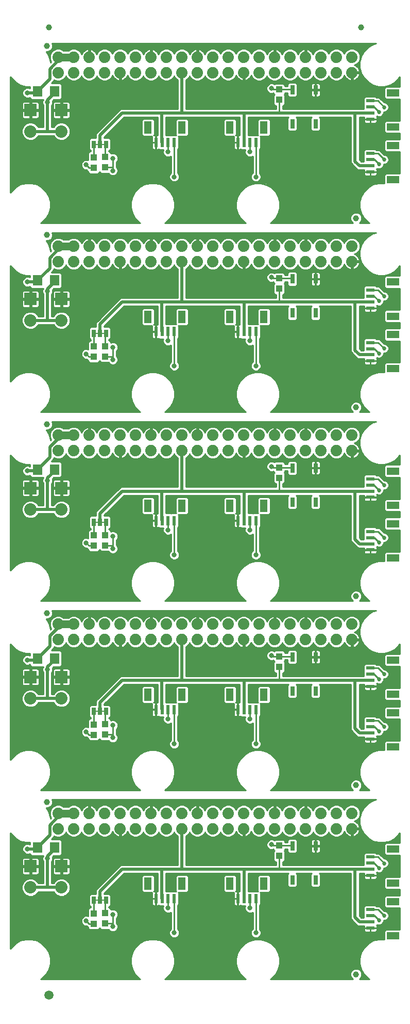
<source format=gtl>
G75*
%MOIN*%
%OFA0B0*%
%FSLAX25Y25*%
%IPPOS*%
%LPD*%
%AMOC8*
5,1,8,0,0,1.08239X$1,22.5*
%
%ADD10C,0.03937*%
%ADD11R,0.07874X0.04724*%
%ADD12R,0.05315X0.02362*%
%ADD13C,0.07400*%
%ADD14R,0.02500X0.05000*%
%ADD15R,0.01600X0.01000*%
%ADD16R,0.03937X0.04331*%
%ADD17R,0.08000X0.08000*%
%ADD18C,0.08000*%
%ADD19R,0.03000X0.06000*%
%ADD20R,0.06299X0.07087*%
%ADD21R,0.02362X0.06102*%
%ADD22R,0.04724X0.07874*%
%ADD23C,0.05906*%
%ADD24C,0.01000*%
%ADD25C,0.03200*%
%ADD26C,0.02000*%
%ADD27C,0.02700*%
%ADD28C,0.05000*%
D10*
X0115003Y0182378D03*
X0115003Y0304457D03*
X0115003Y0426535D03*
X0115003Y0548614D03*
X0115003Y0670693D03*
X0116333Y0682644D03*
X0318239Y0682644D03*
X0315042Y0559491D03*
X0315042Y0437412D03*
X0315042Y0315333D03*
X0315042Y0193254D03*
X0315042Y0071176D03*
D11*
X0338801Y0095979D03*
X0338801Y0118027D03*
X0338802Y0129976D03*
X0338802Y0152024D03*
X0338801Y0218058D03*
X0338801Y0240105D03*
X0338802Y0252055D03*
X0338802Y0274102D03*
X0338801Y0340137D03*
X0338801Y0362184D03*
X0338802Y0374134D03*
X0338802Y0396181D03*
X0338801Y0462216D03*
X0338801Y0484263D03*
X0338802Y0496213D03*
X0338802Y0518260D03*
X0338801Y0584294D03*
X0338801Y0606342D03*
X0338802Y0618291D03*
X0338802Y0640339D03*
D12*
X0324333Y0635221D03*
X0324333Y0631284D03*
X0324333Y0627346D03*
X0324333Y0623409D03*
X0324333Y0601224D03*
X0324333Y0597287D03*
X0324333Y0593350D03*
X0324333Y0589413D03*
X0324333Y0513142D03*
X0324333Y0509205D03*
X0324333Y0505268D03*
X0324333Y0501331D03*
X0324333Y0479145D03*
X0324333Y0475208D03*
X0324333Y0471271D03*
X0324333Y0467334D03*
X0324333Y0391063D03*
X0324333Y0387126D03*
X0324333Y0383189D03*
X0324333Y0379252D03*
X0324333Y0357066D03*
X0324333Y0353129D03*
X0324333Y0349192D03*
X0324333Y0345255D03*
X0324333Y0268984D03*
X0324333Y0265047D03*
X0324333Y0261110D03*
X0324333Y0257173D03*
X0324333Y0234987D03*
X0324333Y0231050D03*
X0324333Y0227113D03*
X0324333Y0223176D03*
X0324333Y0146906D03*
X0324333Y0142969D03*
X0324333Y0139031D03*
X0324333Y0135094D03*
X0324333Y0112909D03*
X0324333Y0108972D03*
X0324333Y0105035D03*
X0324333Y0101098D03*
D13*
X0312286Y0165213D03*
X0312286Y0175213D03*
X0302286Y0175213D03*
X0302286Y0165213D03*
X0292286Y0165213D03*
X0292286Y0175213D03*
X0282286Y0175213D03*
X0282286Y0165213D03*
X0272286Y0165213D03*
X0272286Y0175213D03*
X0262286Y0175213D03*
X0262286Y0165213D03*
X0252286Y0165213D03*
X0252286Y0175213D03*
X0242286Y0175213D03*
X0242286Y0165213D03*
X0232286Y0165213D03*
X0232286Y0175213D03*
X0222286Y0175213D03*
X0222286Y0165213D03*
X0212286Y0165213D03*
X0212286Y0175213D03*
X0202286Y0175213D03*
X0202286Y0165213D03*
X0192286Y0165213D03*
X0192286Y0175213D03*
X0182286Y0175213D03*
X0182286Y0165213D03*
X0172286Y0165213D03*
X0172286Y0175213D03*
X0162286Y0175213D03*
X0162286Y0165213D03*
X0152286Y0165213D03*
X0152286Y0175213D03*
X0142286Y0175213D03*
X0142286Y0165213D03*
X0132286Y0165213D03*
X0132286Y0175213D03*
X0122286Y0175213D03*
X0122286Y0165213D03*
X0122286Y0287291D03*
X0132286Y0287291D03*
X0142286Y0287291D03*
X0152286Y0287291D03*
X0152286Y0297291D03*
X0142286Y0297291D03*
X0132286Y0297291D03*
X0122286Y0297291D03*
X0162286Y0297291D03*
X0162286Y0287291D03*
X0172286Y0287291D03*
X0182286Y0287291D03*
X0192286Y0287291D03*
X0192286Y0297291D03*
X0182286Y0297291D03*
X0172286Y0297291D03*
X0202286Y0297291D03*
X0202286Y0287291D03*
X0212286Y0287291D03*
X0222286Y0287291D03*
X0232286Y0287291D03*
X0232286Y0297291D03*
X0222286Y0297291D03*
X0212286Y0297291D03*
X0242286Y0297291D03*
X0242286Y0287291D03*
X0252286Y0287291D03*
X0262286Y0287291D03*
X0272286Y0287291D03*
X0282286Y0287291D03*
X0282286Y0297291D03*
X0272286Y0297291D03*
X0262286Y0297291D03*
X0252286Y0297291D03*
X0292286Y0297291D03*
X0292286Y0287291D03*
X0302286Y0287291D03*
X0312286Y0287291D03*
X0312286Y0297291D03*
X0302286Y0297291D03*
X0302286Y0409370D03*
X0302286Y0419370D03*
X0292286Y0419370D03*
X0292286Y0409370D03*
X0282286Y0409370D03*
X0282286Y0419370D03*
X0272286Y0419370D03*
X0272286Y0409370D03*
X0262286Y0409370D03*
X0262286Y0419370D03*
X0252286Y0419370D03*
X0252286Y0409370D03*
X0242286Y0409370D03*
X0242286Y0419370D03*
X0232286Y0419370D03*
X0232286Y0409370D03*
X0222286Y0409370D03*
X0222286Y0419370D03*
X0212286Y0419370D03*
X0212286Y0409370D03*
X0202286Y0409370D03*
X0202286Y0419370D03*
X0192286Y0419370D03*
X0192286Y0409370D03*
X0182286Y0409370D03*
X0182286Y0419370D03*
X0172286Y0419370D03*
X0172286Y0409370D03*
X0162286Y0409370D03*
X0162286Y0419370D03*
X0152286Y0419370D03*
X0152286Y0409370D03*
X0142286Y0409370D03*
X0142286Y0419370D03*
X0132286Y0419370D03*
X0132286Y0409370D03*
X0122286Y0409370D03*
X0122286Y0419370D03*
X0122286Y0531449D03*
X0122286Y0541449D03*
X0132286Y0541449D03*
X0132286Y0531449D03*
X0142286Y0531449D03*
X0142286Y0541449D03*
X0152286Y0541449D03*
X0152286Y0531449D03*
X0162286Y0531449D03*
X0162286Y0541449D03*
X0172286Y0541449D03*
X0172286Y0531449D03*
X0182286Y0531449D03*
X0182286Y0541449D03*
X0192286Y0541449D03*
X0192286Y0531449D03*
X0202286Y0531449D03*
X0202286Y0541449D03*
X0212286Y0541449D03*
X0212286Y0531449D03*
X0222286Y0531449D03*
X0222286Y0541449D03*
X0232286Y0541449D03*
X0232286Y0531449D03*
X0242286Y0531449D03*
X0242286Y0541449D03*
X0252286Y0541449D03*
X0252286Y0531449D03*
X0262286Y0531449D03*
X0262286Y0541449D03*
X0272286Y0541449D03*
X0272286Y0531449D03*
X0282286Y0531449D03*
X0282286Y0541449D03*
X0292286Y0541449D03*
X0292286Y0531449D03*
X0302286Y0531449D03*
X0302286Y0541449D03*
X0312286Y0541449D03*
X0312286Y0531449D03*
X0312286Y0419370D03*
X0312286Y0409370D03*
X0312286Y0653528D03*
X0312286Y0663528D03*
X0302286Y0663528D03*
X0292286Y0663528D03*
X0292286Y0653528D03*
X0302286Y0653528D03*
X0282286Y0653528D03*
X0282286Y0663528D03*
X0272286Y0663528D03*
X0262286Y0663528D03*
X0252286Y0663528D03*
X0242286Y0663528D03*
X0242286Y0653528D03*
X0252286Y0653528D03*
X0262286Y0653528D03*
X0272286Y0653528D03*
X0232286Y0653528D03*
X0232286Y0663528D03*
X0222286Y0663528D03*
X0212286Y0663528D03*
X0202286Y0663528D03*
X0202286Y0653528D03*
X0212286Y0653528D03*
X0222286Y0653528D03*
X0192286Y0653528D03*
X0192286Y0663528D03*
X0182286Y0663528D03*
X0172286Y0663528D03*
X0162286Y0663528D03*
X0162286Y0653528D03*
X0172286Y0653528D03*
X0182286Y0653528D03*
X0152286Y0653528D03*
X0152286Y0663528D03*
X0142286Y0663528D03*
X0132286Y0663528D03*
X0122286Y0663528D03*
X0122286Y0653528D03*
X0132286Y0653528D03*
X0142286Y0653528D03*
D14*
X0145326Y0607208D03*
X0149326Y0607208D03*
X0153326Y0607208D03*
X0153326Y0485129D03*
X0149326Y0485129D03*
X0145326Y0485129D03*
X0145326Y0363050D03*
X0149326Y0363050D03*
X0153326Y0363050D03*
X0153326Y0240972D03*
X0149326Y0240972D03*
X0145326Y0240972D03*
X0145326Y0118893D03*
X0149326Y0118893D03*
X0153326Y0118893D03*
D15*
X0151326Y0118893D03*
X0147326Y0118893D03*
X0147326Y0240972D03*
X0151326Y0240972D03*
X0151326Y0363050D03*
X0147326Y0363050D03*
X0147326Y0485129D03*
X0151326Y0485129D03*
X0151326Y0607208D03*
X0147326Y0607208D03*
D16*
X0145377Y0598758D03*
X0145377Y0592065D03*
X0152703Y0592265D03*
X0152703Y0598958D03*
X0152703Y0476879D03*
X0152703Y0470186D03*
X0145377Y0469986D03*
X0145377Y0476679D03*
X0145377Y0354600D03*
X0145377Y0347907D03*
X0152703Y0348107D03*
X0152703Y0354800D03*
X0152703Y0232721D03*
X0152703Y0226028D03*
X0145377Y0225828D03*
X0145377Y0232521D03*
X0145377Y0110443D03*
X0145377Y0103750D03*
X0152703Y0103950D03*
X0152703Y0110643D03*
X0265333Y0147654D03*
X0265333Y0154346D03*
X0265333Y0269732D03*
X0265333Y0276425D03*
X0265333Y0391811D03*
X0265333Y0398504D03*
X0265333Y0513890D03*
X0265333Y0520583D03*
X0265333Y0635969D03*
X0265333Y0642661D03*
D17*
X0124333Y0629315D03*
X0104333Y0629315D03*
X0104333Y0507236D03*
X0124333Y0507236D03*
X0124333Y0385158D03*
X0104333Y0385158D03*
X0104333Y0263079D03*
X0124333Y0263079D03*
X0124333Y0141000D03*
X0104333Y0141000D03*
D18*
X0104333Y0127220D03*
X0124333Y0127220D03*
X0124333Y0249299D03*
X0104333Y0249299D03*
X0104333Y0371378D03*
X0124333Y0371378D03*
X0124333Y0493457D03*
X0104333Y0493457D03*
X0104333Y0615535D03*
X0124333Y0615535D03*
D19*
X0273833Y0620315D03*
X0288833Y0620315D03*
X0288833Y0642315D03*
X0273833Y0642315D03*
X0273833Y0520236D03*
X0288833Y0520236D03*
X0288833Y0498236D03*
X0273833Y0498236D03*
X0273833Y0398158D03*
X0288833Y0398158D03*
X0288833Y0376158D03*
X0273833Y0376158D03*
X0273833Y0276079D03*
X0288833Y0276079D03*
X0288833Y0254079D03*
X0273833Y0254079D03*
X0273833Y0154000D03*
X0288833Y0154000D03*
X0288833Y0132000D03*
X0273833Y0132000D03*
D20*
X0119845Y0153000D03*
X0108822Y0153000D03*
X0108822Y0275079D03*
X0119845Y0275079D03*
X0119845Y0397158D03*
X0108822Y0397158D03*
X0108822Y0519236D03*
X0119845Y0519236D03*
X0119845Y0641315D03*
X0108822Y0641315D03*
D21*
X0185514Y0608366D03*
X0189451Y0608366D03*
X0193388Y0608366D03*
X0197325Y0608366D03*
X0238514Y0608366D03*
X0242451Y0608366D03*
X0246388Y0608366D03*
X0250325Y0608366D03*
X0250325Y0486287D03*
X0246388Y0486287D03*
X0242451Y0486287D03*
X0238514Y0486287D03*
X0197325Y0486287D03*
X0193388Y0486287D03*
X0189451Y0486287D03*
X0185514Y0486287D03*
X0185514Y0364209D03*
X0189451Y0364209D03*
X0193388Y0364209D03*
X0197325Y0364209D03*
X0238514Y0364209D03*
X0242451Y0364209D03*
X0246388Y0364209D03*
X0250325Y0364209D03*
X0250325Y0242130D03*
X0246388Y0242130D03*
X0242451Y0242130D03*
X0238514Y0242130D03*
X0197325Y0242130D03*
X0193388Y0242130D03*
X0189451Y0242130D03*
X0185514Y0242130D03*
X0185514Y0120051D03*
X0189451Y0120051D03*
X0193388Y0120051D03*
X0197325Y0120051D03*
X0238514Y0120051D03*
X0242451Y0120051D03*
X0246388Y0120051D03*
X0250325Y0120051D03*
D22*
X0255444Y0129598D03*
X0233396Y0129598D03*
X0202444Y0129598D03*
X0180396Y0129598D03*
X0180396Y0251677D03*
X0202444Y0251677D03*
X0233396Y0251677D03*
X0255444Y0251677D03*
X0255444Y0373756D03*
X0233396Y0373756D03*
X0202444Y0373756D03*
X0180396Y0373756D03*
X0180396Y0495835D03*
X0202444Y0495835D03*
X0233396Y0495835D03*
X0255444Y0495835D03*
X0255444Y0617913D03*
X0233396Y0617913D03*
X0202444Y0617913D03*
X0180396Y0617913D03*
D23*
X0116333Y0057750D03*
D24*
X0091433Y0087753D02*
X0091433Y0162357D01*
X0091829Y0161672D01*
X0094454Y0159047D01*
X0097670Y0157190D01*
X0101256Y0156229D01*
X0103972Y0156229D01*
X0103972Y0154993D01*
X0102990Y0155400D01*
X0101677Y0155400D01*
X0100464Y0154898D01*
X0099536Y0153969D01*
X0099033Y0152756D01*
X0099033Y0151444D01*
X0099536Y0150231D01*
X0100464Y0149302D01*
X0101677Y0148800D01*
X0102990Y0148800D01*
X0103972Y0149207D01*
X0103972Y0148753D01*
X0104968Y0147757D01*
X0112489Y0147757D01*
X0112033Y0146656D01*
X0112033Y0145344D01*
X0112536Y0144131D01*
X0112633Y0144033D01*
X0112633Y0129920D01*
X0109385Y0129920D01*
X0109166Y0130449D01*
X0107562Y0132053D01*
X0105467Y0132920D01*
X0103200Y0132920D01*
X0101105Y0132053D01*
X0099501Y0130449D01*
X0098633Y0128354D01*
X0098633Y0126087D01*
X0099501Y0123992D01*
X0101105Y0122388D01*
X0103200Y0121520D01*
X0105467Y0121520D01*
X0107562Y0122388D01*
X0109166Y0123992D01*
X0109385Y0124520D01*
X0119282Y0124520D01*
X0119501Y0123992D01*
X0121105Y0122388D01*
X0123200Y0121520D01*
X0125467Y0121520D01*
X0127562Y0122388D01*
X0129166Y0123992D01*
X0130033Y0126087D01*
X0130033Y0128354D01*
X0129166Y0130449D01*
X0127562Y0132053D01*
X0125467Y0132920D01*
X0123200Y0132920D01*
X0121105Y0132053D01*
X0119501Y0130449D01*
X0119282Y0129920D01*
X0118033Y0129920D01*
X0118033Y0144033D01*
X0118131Y0144131D01*
X0118633Y0145344D01*
X0118633Y0146656D01*
X0118538Y0146886D01*
X0119408Y0147757D01*
X0123699Y0147757D01*
X0124695Y0148753D01*
X0124695Y0157247D01*
X0123699Y0158243D01*
X0117883Y0158243D01*
X0119075Y0159435D01*
X0119486Y0160427D01*
X0119486Y0160527D01*
X0121212Y0159813D01*
X0123360Y0159813D01*
X0125345Y0160635D01*
X0126864Y0162154D01*
X0127286Y0163173D01*
X0127708Y0162154D01*
X0129227Y0160635D01*
X0131212Y0159813D01*
X0133360Y0159813D01*
X0135345Y0160635D01*
X0136864Y0162154D01*
X0137286Y0163173D01*
X0137708Y0162154D01*
X0139227Y0160635D01*
X0141212Y0159813D01*
X0143360Y0159813D01*
X0145345Y0160635D01*
X0146864Y0162154D01*
X0147286Y0163173D01*
X0147708Y0162154D01*
X0149227Y0160635D01*
X0151212Y0159813D01*
X0153360Y0159813D01*
X0155345Y0160635D01*
X0156864Y0162154D01*
X0157395Y0163437D01*
X0157467Y0163216D01*
X0157839Y0162487D01*
X0158320Y0161825D01*
X0158899Y0161246D01*
X0159561Y0160765D01*
X0160290Y0160394D01*
X0161068Y0160141D01*
X0161786Y0160027D01*
X0161786Y0164713D01*
X0162786Y0164713D01*
X0162786Y0160027D01*
X0163504Y0160141D01*
X0164282Y0160394D01*
X0165011Y0160765D01*
X0165674Y0161246D01*
X0166252Y0161825D01*
X0166734Y0162487D01*
X0167105Y0163216D01*
X0167177Y0163437D01*
X0167708Y0162154D01*
X0169227Y0160635D01*
X0171212Y0159813D01*
X0173360Y0159813D01*
X0175345Y0160635D01*
X0176864Y0162154D01*
X0177286Y0163173D01*
X0177708Y0162154D01*
X0179227Y0160635D01*
X0181212Y0159813D01*
X0183360Y0159813D01*
X0185345Y0160635D01*
X0186864Y0162154D01*
X0187286Y0163173D01*
X0187708Y0162154D01*
X0189227Y0160635D01*
X0191212Y0159813D01*
X0193360Y0159813D01*
X0195345Y0160635D01*
X0196864Y0162154D01*
X0197286Y0163173D01*
X0197708Y0162154D01*
X0199227Y0160635D01*
X0199586Y0160486D01*
X0199586Y0141731D01*
X0163171Y0141731D01*
X0162179Y0141320D01*
X0147797Y0126939D01*
X0147037Y0126179D01*
X0146626Y0125187D01*
X0146626Y0123093D01*
X0143372Y0123093D01*
X0142376Y0122097D01*
X0142376Y0115689D01*
X0143126Y0114939D01*
X0143126Y0114308D01*
X0142705Y0114308D01*
X0141709Y0113312D01*
X0141709Y0108644D01*
X0141090Y0108900D01*
X0139777Y0108900D01*
X0138564Y0108398D01*
X0137636Y0107469D01*
X0137133Y0106256D01*
X0137133Y0104944D01*
X0137636Y0103731D01*
X0138564Y0102802D01*
X0139777Y0102300D01*
X0140622Y0102300D01*
X0141372Y0101550D01*
X0141709Y0101550D01*
X0141709Y0100880D01*
X0142705Y0099884D01*
X0148050Y0099884D01*
X0149046Y0100880D01*
X0149046Y0101069D01*
X0150031Y0100084D01*
X0154814Y0100084D01*
X0154836Y0100031D01*
X0155764Y0099102D01*
X0156977Y0098600D01*
X0158290Y0098600D01*
X0159503Y0099102D01*
X0160431Y0100031D01*
X0160933Y0101244D01*
X0160933Y0102556D01*
X0160431Y0103769D01*
X0159872Y0104328D01*
X0159872Y0107411D01*
X0160470Y0108009D01*
X0160972Y0109222D01*
X0160972Y0110535D01*
X0160470Y0111747D01*
X0159541Y0112676D01*
X0158328Y0113178D01*
X0157015Y0113178D01*
X0156372Y0112912D01*
X0156372Y0113512D01*
X0155376Y0114508D01*
X0154903Y0114508D01*
X0154903Y0114693D01*
X0155280Y0114693D01*
X0156276Y0115689D01*
X0156276Y0122097D01*
X0155280Y0123093D01*
X0152026Y0123093D01*
X0152026Y0123531D01*
X0164826Y0136331D01*
X0186633Y0136331D01*
X0186633Y0124602D01*
X0185605Y0124602D01*
X0185605Y0120142D01*
X0185424Y0120142D01*
X0185424Y0124602D01*
X0184136Y0124602D01*
X0184092Y0124591D01*
X0184459Y0124957D01*
X0184459Y0134240D01*
X0183463Y0135235D01*
X0177330Y0135235D01*
X0176334Y0134240D01*
X0176334Y0124957D01*
X0177330Y0123961D01*
X0183097Y0123961D01*
X0182936Y0123681D01*
X0182833Y0123300D01*
X0182833Y0120142D01*
X0185424Y0120142D01*
X0185424Y0119961D01*
X0182833Y0119961D01*
X0182833Y0116803D01*
X0182936Y0116421D01*
X0183133Y0116079D01*
X0183412Y0115800D01*
X0183754Y0115602D01*
X0184136Y0115500D01*
X0185424Y0115500D01*
X0185424Y0119961D01*
X0185605Y0119961D01*
X0185605Y0115500D01*
X0186893Y0115500D01*
X0187266Y0115600D01*
X0187566Y0115300D01*
X0190355Y0115300D01*
X0190088Y0114656D01*
X0190088Y0113344D01*
X0190591Y0112131D01*
X0191519Y0111202D01*
X0192732Y0110700D01*
X0194045Y0110700D01*
X0195125Y0111148D01*
X0195125Y0100359D01*
X0194536Y0099769D01*
X0194033Y0098556D01*
X0194033Y0097244D01*
X0194536Y0096031D01*
X0195464Y0095102D01*
X0196677Y0094600D01*
X0197990Y0094600D01*
X0199203Y0095102D01*
X0200131Y0096031D01*
X0200633Y0097244D01*
X0200633Y0098556D01*
X0200131Y0099769D01*
X0199525Y0100375D01*
X0199525Y0115615D01*
X0200207Y0116296D01*
X0200207Y0123807D01*
X0200052Y0123961D01*
X0205510Y0123961D01*
X0206506Y0124957D01*
X0206506Y0134240D01*
X0205510Y0135235D01*
X0199377Y0135235D01*
X0198381Y0134240D01*
X0198381Y0124957D01*
X0198536Y0124802D01*
X0195440Y0124802D01*
X0195357Y0124719D01*
X0195274Y0124802D01*
X0192033Y0124802D01*
X0192033Y0136331D01*
X0239751Y0136331D01*
X0239751Y0124602D01*
X0238605Y0124602D01*
X0238605Y0120142D01*
X0238424Y0120142D01*
X0238424Y0124602D01*
X0237136Y0124602D01*
X0237092Y0124591D01*
X0237459Y0124957D01*
X0237459Y0134240D01*
X0236463Y0135235D01*
X0230330Y0135235D01*
X0229334Y0134240D01*
X0229334Y0124957D01*
X0230330Y0123961D01*
X0236097Y0123961D01*
X0235936Y0123681D01*
X0235833Y0123300D01*
X0235833Y0120142D01*
X0238424Y0120142D01*
X0238424Y0119961D01*
X0235833Y0119961D01*
X0235833Y0116803D01*
X0235936Y0116421D01*
X0236133Y0116079D01*
X0236412Y0115800D01*
X0236754Y0115602D01*
X0237136Y0115500D01*
X0238424Y0115500D01*
X0238424Y0119961D01*
X0238605Y0119961D01*
X0238605Y0115500D01*
X0239893Y0115500D01*
X0240266Y0115600D01*
X0240566Y0115300D01*
X0243355Y0115300D01*
X0243088Y0114656D01*
X0243088Y0113344D01*
X0243591Y0112131D01*
X0244519Y0111202D01*
X0245732Y0110700D01*
X0247045Y0110700D01*
X0248125Y0111148D01*
X0248125Y0100467D01*
X0247428Y0099769D01*
X0246925Y0098556D01*
X0246925Y0097244D01*
X0247428Y0096031D01*
X0248356Y0095102D01*
X0249569Y0094600D01*
X0250882Y0094600D01*
X0252095Y0095102D01*
X0253023Y0096031D01*
X0253525Y0097244D01*
X0253525Y0098556D01*
X0253023Y0099769D01*
X0252525Y0100267D01*
X0252525Y0115615D01*
X0253207Y0116296D01*
X0253207Y0123807D01*
X0253052Y0123961D01*
X0258510Y0123961D01*
X0259506Y0124957D01*
X0259506Y0134240D01*
X0258510Y0135235D01*
X0252377Y0135235D01*
X0251381Y0134240D01*
X0251381Y0124957D01*
X0251536Y0124802D01*
X0248440Y0124802D01*
X0248357Y0124719D01*
X0248274Y0124802D01*
X0245151Y0124802D01*
X0245151Y0136331D01*
X0271261Y0136331D01*
X0270633Y0135704D01*
X0270633Y0128296D01*
X0271629Y0127300D01*
X0276037Y0127300D01*
X0277033Y0128296D01*
X0277033Y0135704D01*
X0276406Y0136331D01*
X0286261Y0136331D01*
X0285633Y0135704D01*
X0285633Y0128296D01*
X0286629Y0127300D01*
X0291037Y0127300D01*
X0292033Y0128296D01*
X0292033Y0135704D01*
X0291406Y0136331D01*
X0311733Y0136331D01*
X0311733Y0107363D01*
X0312144Y0106371D01*
X0315769Y0102746D01*
X0316762Y0102335D01*
X0320175Y0102335D01*
X0320175Y0101188D01*
X0324242Y0101188D01*
X0324242Y0101007D01*
X0320175Y0101007D01*
X0320175Y0099719D01*
X0320278Y0099337D01*
X0320475Y0098995D01*
X0320754Y0098716D01*
X0321096Y0098519D01*
X0321478Y0098416D01*
X0324242Y0098416D01*
X0324242Y0101007D01*
X0324423Y0101007D01*
X0324423Y0098416D01*
X0327188Y0098416D01*
X0327569Y0098519D01*
X0327911Y0098716D01*
X0328191Y0098995D01*
X0328388Y0099337D01*
X0328490Y0099719D01*
X0328490Y0101007D01*
X0324423Y0101007D01*
X0324423Y0101188D01*
X0328490Y0101188D01*
X0328490Y0102476D01*
X0328390Y0102849D01*
X0328671Y0103130D01*
X0329220Y0102902D01*
X0330434Y0102902D01*
X0331555Y0103366D01*
X0332413Y0104224D01*
X0332877Y0105345D01*
X0332877Y0105994D01*
X0333743Y0105994D01*
X0334864Y0106458D01*
X0335722Y0107316D01*
X0336186Y0108437D01*
X0336186Y0109651D01*
X0335722Y0110772D01*
X0334864Y0111630D01*
X0333743Y0112094D01*
X0333198Y0112094D01*
X0330183Y0115109D01*
X0328376Y0115109D01*
X0327695Y0115790D01*
X0320971Y0115790D01*
X0319975Y0114794D01*
X0319975Y0111023D01*
X0320059Y0110940D01*
X0319975Y0110857D01*
X0319975Y0107735D01*
X0318417Y0107735D01*
X0317133Y0109018D01*
X0317133Y0136331D01*
X0320176Y0136331D01*
X0320176Y0135185D01*
X0324243Y0135185D01*
X0324243Y0135004D01*
X0324424Y0135004D01*
X0324424Y0135185D01*
X0328491Y0135185D01*
X0328491Y0136473D01*
X0328391Y0136846D01*
X0328489Y0136944D01*
X0329242Y0136633D01*
X0330455Y0136633D01*
X0331576Y0137097D01*
X0332434Y0137955D01*
X0332898Y0139076D01*
X0332898Y0139822D01*
X0333764Y0139822D01*
X0334885Y0140286D01*
X0335743Y0141144D01*
X0336208Y0142265D01*
X0336208Y0143478D01*
X0335743Y0144599D01*
X0334885Y0145457D01*
X0333764Y0145922D01*
X0333219Y0145922D01*
X0331324Y0147817D01*
X0330035Y0149105D01*
X0328376Y0149105D01*
X0327695Y0149787D01*
X0320972Y0149787D01*
X0319976Y0148791D01*
X0319976Y0145020D01*
X0320059Y0144937D01*
X0319976Y0144854D01*
X0319976Y0141731D01*
X0267533Y0141731D01*
X0267533Y0143788D01*
X0268006Y0143788D01*
X0269002Y0144784D01*
X0269002Y0150523D01*
X0268525Y0151000D01*
X0269002Y0151477D01*
X0269002Y0152146D01*
X0270633Y0152146D01*
X0270633Y0150296D01*
X0271629Y0149300D01*
X0276037Y0149300D01*
X0277033Y0150296D01*
X0277033Y0157704D01*
X0276037Y0158700D01*
X0271629Y0158700D01*
X0270633Y0157704D01*
X0270633Y0156546D01*
X0269002Y0156546D01*
X0269002Y0157216D01*
X0268006Y0158212D01*
X0262661Y0158212D01*
X0262225Y0157776D01*
X0262203Y0157798D01*
X0260990Y0158300D01*
X0259677Y0158300D01*
X0258464Y0157798D01*
X0257536Y0156869D01*
X0257033Y0155656D01*
X0257033Y0154344D01*
X0257536Y0153131D01*
X0258464Y0152202D01*
X0259677Y0151700D01*
X0260990Y0151700D01*
X0261665Y0151980D01*
X0261665Y0151477D01*
X0262142Y0151000D01*
X0261665Y0150523D01*
X0261665Y0144784D01*
X0262661Y0143788D01*
X0263133Y0143788D01*
X0263133Y0141731D01*
X0204986Y0141731D01*
X0204986Y0160486D01*
X0205345Y0160635D01*
X0206864Y0162154D01*
X0207286Y0163173D01*
X0207708Y0162154D01*
X0209227Y0160635D01*
X0211212Y0159813D01*
X0213360Y0159813D01*
X0215345Y0160635D01*
X0216864Y0162154D01*
X0217286Y0163173D01*
X0217708Y0162154D01*
X0219227Y0160635D01*
X0221212Y0159813D01*
X0223360Y0159813D01*
X0225345Y0160635D01*
X0226864Y0162154D01*
X0227286Y0163173D01*
X0227708Y0162154D01*
X0229227Y0160635D01*
X0231212Y0159813D01*
X0233360Y0159813D01*
X0235345Y0160635D01*
X0236864Y0162154D01*
X0237395Y0163437D01*
X0237467Y0163216D01*
X0237839Y0162487D01*
X0238320Y0161825D01*
X0238899Y0161246D01*
X0239561Y0160765D01*
X0240290Y0160394D01*
X0241068Y0160141D01*
X0241786Y0160027D01*
X0241786Y0164713D01*
X0242786Y0164713D01*
X0242786Y0160027D01*
X0243504Y0160141D01*
X0244282Y0160394D01*
X0245011Y0160765D01*
X0245674Y0161246D01*
X0246252Y0161825D01*
X0246734Y0162487D01*
X0247105Y0163216D01*
X0247177Y0163437D01*
X0247708Y0162154D01*
X0249227Y0160635D01*
X0251212Y0159813D01*
X0253360Y0159813D01*
X0255345Y0160635D01*
X0256864Y0162154D01*
X0257286Y0163173D01*
X0257708Y0162154D01*
X0259227Y0160635D01*
X0261212Y0159813D01*
X0263360Y0159813D01*
X0265345Y0160635D01*
X0266864Y0162154D01*
X0267286Y0163173D01*
X0267708Y0162154D01*
X0269227Y0160635D01*
X0271212Y0159813D01*
X0273360Y0159813D01*
X0275345Y0160635D01*
X0276864Y0162154D01*
X0277286Y0163173D01*
X0277708Y0162154D01*
X0279227Y0160635D01*
X0281212Y0159813D01*
X0283360Y0159813D01*
X0285345Y0160635D01*
X0286864Y0162154D01*
X0287286Y0163173D01*
X0287708Y0162154D01*
X0289227Y0160635D01*
X0291212Y0159813D01*
X0293360Y0159813D01*
X0295345Y0160635D01*
X0296864Y0162154D01*
X0297286Y0163173D01*
X0297708Y0162154D01*
X0299227Y0160635D01*
X0301212Y0159813D01*
X0303360Y0159813D01*
X0305345Y0160635D01*
X0306864Y0162154D01*
X0307395Y0163437D01*
X0307467Y0163216D01*
X0307839Y0162487D01*
X0308320Y0161825D01*
X0308899Y0161246D01*
X0309561Y0160765D01*
X0310290Y0160394D01*
X0311068Y0160141D01*
X0311786Y0160027D01*
X0311786Y0164713D01*
X0312786Y0164713D01*
X0312786Y0165713D01*
X0317472Y0165713D01*
X0317358Y0166430D01*
X0317105Y0167209D01*
X0316734Y0167938D01*
X0316252Y0168600D01*
X0315674Y0169179D01*
X0315011Y0169660D01*
X0314282Y0170032D01*
X0314062Y0170103D01*
X0315345Y0170635D01*
X0316864Y0172154D01*
X0317686Y0174138D01*
X0317686Y0176287D01*
X0316864Y0178271D01*
X0315345Y0179790D01*
X0313360Y0180613D01*
X0311212Y0180613D01*
X0309227Y0179790D01*
X0307708Y0178271D01*
X0307286Y0177252D01*
X0306864Y0178271D01*
X0305345Y0179790D01*
X0303360Y0180613D01*
X0301212Y0180613D01*
X0299227Y0179790D01*
X0297708Y0178271D01*
X0297286Y0177252D01*
X0296864Y0178271D01*
X0295345Y0179790D01*
X0293360Y0180613D01*
X0291212Y0180613D01*
X0289227Y0179790D01*
X0287708Y0178271D01*
X0287177Y0176988D01*
X0287105Y0177209D01*
X0286734Y0177938D01*
X0286252Y0178600D01*
X0285674Y0179179D01*
X0285011Y0179660D01*
X0284282Y0180032D01*
X0283504Y0180285D01*
X0282786Y0180398D01*
X0282786Y0175713D01*
X0281786Y0175713D01*
X0281786Y0180398D01*
X0281068Y0180285D01*
X0280290Y0180032D01*
X0279561Y0179660D01*
X0278899Y0179179D01*
X0278320Y0178600D01*
X0277839Y0177938D01*
X0277467Y0177209D01*
X0277395Y0176988D01*
X0276864Y0178271D01*
X0275345Y0179790D01*
X0273360Y0180613D01*
X0271212Y0180613D01*
X0269227Y0179790D01*
X0267708Y0178271D01*
X0267177Y0176988D01*
X0267105Y0177209D01*
X0266734Y0177938D01*
X0266252Y0178600D01*
X0265674Y0179179D01*
X0265011Y0179660D01*
X0264282Y0180032D01*
X0263504Y0180285D01*
X0262786Y0180398D01*
X0262786Y0175713D01*
X0261786Y0175713D01*
X0261786Y0180398D01*
X0261068Y0180285D01*
X0260290Y0180032D01*
X0259561Y0179660D01*
X0258899Y0179179D01*
X0258320Y0178600D01*
X0257839Y0177938D01*
X0257467Y0177209D01*
X0257395Y0176988D01*
X0256864Y0178271D01*
X0255345Y0179790D01*
X0253360Y0180613D01*
X0251212Y0180613D01*
X0249227Y0179790D01*
X0247708Y0178271D01*
X0247286Y0177252D01*
X0246864Y0178271D01*
X0245345Y0179790D01*
X0243360Y0180613D01*
X0241212Y0180613D01*
X0239227Y0179790D01*
X0237708Y0178271D01*
X0237286Y0177252D01*
X0236864Y0178271D01*
X0235345Y0179790D01*
X0233360Y0180613D01*
X0231212Y0180613D01*
X0229227Y0179790D01*
X0227708Y0178271D01*
X0227286Y0177252D01*
X0226864Y0178271D01*
X0225345Y0179790D01*
X0223360Y0180613D01*
X0221212Y0180613D01*
X0219227Y0179790D01*
X0217708Y0178271D01*
X0217177Y0176988D01*
X0217105Y0177209D01*
X0216734Y0177938D01*
X0216252Y0178600D01*
X0215674Y0179179D01*
X0215011Y0179660D01*
X0214282Y0180032D01*
X0213504Y0180285D01*
X0212786Y0180398D01*
X0212786Y0175713D01*
X0211786Y0175713D01*
X0211786Y0180398D01*
X0211068Y0180285D01*
X0210290Y0180032D01*
X0209561Y0179660D01*
X0208899Y0179179D01*
X0208320Y0178600D01*
X0207839Y0177938D01*
X0207467Y0177209D01*
X0207395Y0176988D01*
X0206864Y0178271D01*
X0205345Y0179790D01*
X0203360Y0180613D01*
X0201212Y0180613D01*
X0199227Y0179790D01*
X0197708Y0178271D01*
X0197286Y0177252D01*
X0196864Y0178271D01*
X0195345Y0179790D01*
X0193360Y0180613D01*
X0191212Y0180613D01*
X0189227Y0179790D01*
X0187708Y0178271D01*
X0187177Y0176988D01*
X0187105Y0177209D01*
X0186734Y0177938D01*
X0186252Y0178600D01*
X0185674Y0179179D01*
X0185011Y0179660D01*
X0184282Y0180032D01*
X0183504Y0180285D01*
X0182786Y0180398D01*
X0182786Y0175713D01*
X0181786Y0175713D01*
X0181786Y0180398D01*
X0181068Y0180285D01*
X0180290Y0180032D01*
X0179561Y0179660D01*
X0178899Y0179179D01*
X0178320Y0178600D01*
X0177839Y0177938D01*
X0177467Y0177209D01*
X0177395Y0176988D01*
X0176864Y0178271D01*
X0175345Y0179790D01*
X0173360Y0180613D01*
X0171212Y0180613D01*
X0169227Y0179790D01*
X0167708Y0178271D01*
X0167286Y0177252D01*
X0166864Y0178271D01*
X0165345Y0179790D01*
X0163360Y0180613D01*
X0161212Y0180613D01*
X0159227Y0179790D01*
X0157708Y0178271D01*
X0157286Y0177252D01*
X0156864Y0178271D01*
X0155345Y0179790D01*
X0153360Y0180613D01*
X0151212Y0180613D01*
X0149227Y0179790D01*
X0147708Y0178271D01*
X0147177Y0176988D01*
X0147105Y0177209D01*
X0146734Y0177938D01*
X0146252Y0178600D01*
X0145674Y0179179D01*
X0145011Y0179660D01*
X0144282Y0180032D01*
X0143504Y0180285D01*
X0142786Y0180398D01*
X0142786Y0175713D01*
X0141786Y0175713D01*
X0141786Y0180398D01*
X0141068Y0180285D01*
X0140290Y0180032D01*
X0139561Y0179660D01*
X0138899Y0179179D01*
X0138320Y0178600D01*
X0137839Y0177938D01*
X0137467Y0177209D01*
X0137395Y0176988D01*
X0136864Y0178271D01*
X0135345Y0179790D01*
X0133360Y0180613D01*
X0131212Y0180613D01*
X0129227Y0179790D01*
X0128849Y0179413D01*
X0125723Y0179413D01*
X0125345Y0179790D01*
X0123360Y0180613D01*
X0121212Y0180613D01*
X0119227Y0179790D01*
X0117708Y0178271D01*
X0116886Y0176287D01*
X0116886Y0174138D01*
X0117685Y0172209D01*
X0117214Y0171737D01*
X0117214Y0172187D01*
X0116253Y0175774D01*
X0114558Y0178709D01*
X0115732Y0178709D01*
X0117081Y0179268D01*
X0118113Y0180300D01*
X0118671Y0181648D01*
X0118671Y0183108D01*
X0118310Y0183979D01*
X0327910Y0183979D01*
X0326016Y0183471D01*
X0322801Y0181615D01*
X0320175Y0178989D01*
X0318319Y0175774D01*
X0317358Y0172187D01*
X0317358Y0168474D01*
X0318319Y0164888D01*
X0320175Y0161672D01*
X0322801Y0159047D01*
X0326016Y0157190D01*
X0329603Y0156229D01*
X0333316Y0156229D01*
X0336902Y0157190D01*
X0340118Y0159047D01*
X0342743Y0161672D01*
X0343139Y0162357D01*
X0343139Y0156086D01*
X0334161Y0156086D01*
X0333165Y0155090D01*
X0333165Y0148957D01*
X0334161Y0147961D01*
X0343139Y0147961D01*
X0343139Y0134039D01*
X0334161Y0134039D01*
X0333165Y0133043D01*
X0333165Y0126910D01*
X0334161Y0125914D01*
X0343139Y0125914D01*
X0343139Y0122089D01*
X0334160Y0122089D01*
X0333164Y0121093D01*
X0333164Y0114960D01*
X0334160Y0113964D01*
X0343139Y0113964D01*
X0343139Y0100042D01*
X0334160Y0100042D01*
X0333164Y0099046D01*
X0333164Y0093881D01*
X0329603Y0093881D01*
X0326016Y0092920D01*
X0322801Y0091064D01*
X0320175Y0088438D01*
X0318319Y0085223D01*
X0317358Y0081636D01*
X0317358Y0077923D01*
X0318319Y0074337D01*
X0320175Y0071121D01*
X0322801Y0068495D01*
X0323486Y0068100D01*
X0317154Y0068100D01*
X0318152Y0069098D01*
X0318710Y0070446D01*
X0318710Y0071905D01*
X0318152Y0073254D01*
X0317120Y0074286D01*
X0315772Y0074844D01*
X0314312Y0074844D01*
X0312964Y0074286D01*
X0311932Y0073254D01*
X0311373Y0071905D01*
X0311373Y0070446D01*
X0311932Y0069098D01*
X0312930Y0068100D01*
X0259540Y0068100D01*
X0260157Y0068456D01*
X0262783Y0071082D01*
X0264639Y0074297D01*
X0265600Y0077884D01*
X0265600Y0081597D01*
X0264639Y0085183D01*
X0262783Y0088399D01*
X0260157Y0091024D01*
X0256942Y0092881D01*
X0253355Y0093842D01*
X0249642Y0093842D01*
X0246056Y0092881D01*
X0242840Y0091024D01*
X0240215Y0088399D01*
X0238358Y0085183D01*
X0237397Y0081597D01*
X0237397Y0077884D01*
X0238358Y0074297D01*
X0240215Y0071082D01*
X0242840Y0068456D01*
X0243457Y0068100D01*
X0191323Y0068100D01*
X0192008Y0068495D01*
X0194633Y0071121D01*
X0196490Y0074337D01*
X0197451Y0077923D01*
X0197451Y0081636D01*
X0196490Y0085223D01*
X0194633Y0088438D01*
X0192008Y0091064D01*
X0188792Y0092920D01*
X0185206Y0093881D01*
X0181493Y0093881D01*
X0177906Y0092920D01*
X0174691Y0091064D01*
X0172065Y0088438D01*
X0170209Y0085223D01*
X0169248Y0081636D01*
X0169248Y0077923D01*
X0170209Y0074337D01*
X0172065Y0071121D01*
X0174691Y0068495D01*
X0175376Y0068100D01*
X0111086Y0068100D01*
X0111771Y0068495D01*
X0114397Y0071121D01*
X0116253Y0074337D01*
X0117214Y0077923D01*
X0117214Y0081636D01*
X0116253Y0085223D01*
X0114397Y0088438D01*
X0111771Y0091064D01*
X0108556Y0092920D01*
X0104969Y0093881D01*
X0101256Y0093881D01*
X0097670Y0092920D01*
X0094454Y0091064D01*
X0091829Y0088438D01*
X0091433Y0087753D01*
X0091433Y0087967D02*
X0091557Y0087967D01*
X0091433Y0088966D02*
X0092356Y0088966D01*
X0091433Y0089964D02*
X0093355Y0089964D01*
X0094353Y0090963D02*
X0091433Y0090963D01*
X0091433Y0091961D02*
X0096009Y0091961D01*
X0097818Y0092960D02*
X0091433Y0092960D01*
X0091433Y0093958D02*
X0333164Y0093958D01*
X0333164Y0094957D02*
X0251743Y0094957D01*
X0252948Y0095955D02*
X0333164Y0095955D01*
X0333164Y0096954D02*
X0253405Y0096954D01*
X0253525Y0097952D02*
X0333164Y0097952D01*
X0333164Y0098951D02*
X0328146Y0098951D01*
X0328490Y0099949D02*
X0334068Y0099949D01*
X0332132Y0103943D02*
X0343139Y0103943D01*
X0343139Y0102945D02*
X0330537Y0102945D01*
X0329117Y0102945D02*
X0328486Y0102945D01*
X0328490Y0101946D02*
X0343139Y0101946D01*
X0343139Y0100948D02*
X0328490Y0100948D01*
X0324423Y0100948D02*
X0324242Y0100948D01*
X0324242Y0099949D02*
X0324423Y0099949D01*
X0324423Y0098951D02*
X0324242Y0098951D01*
X0320520Y0098951D02*
X0253362Y0098951D01*
X0252843Y0099949D02*
X0320175Y0099949D01*
X0320175Y0100948D02*
X0252525Y0100948D01*
X0252525Y0101946D02*
X0320175Y0101946D01*
X0315570Y0102945D02*
X0252525Y0102945D01*
X0252525Y0103943D02*
X0314572Y0103943D01*
X0313573Y0104942D02*
X0252525Y0104942D01*
X0252525Y0105940D02*
X0312574Y0105940D01*
X0311909Y0106939D02*
X0252525Y0106939D01*
X0252525Y0107937D02*
X0311733Y0107937D01*
X0311733Y0108936D02*
X0252525Y0108936D01*
X0252525Y0109934D02*
X0311733Y0109934D01*
X0311733Y0110933D02*
X0252525Y0110933D01*
X0252525Y0111932D02*
X0311733Y0111932D01*
X0311733Y0112930D02*
X0252525Y0112930D01*
X0252525Y0113929D02*
X0311733Y0113929D01*
X0311733Y0114927D02*
X0252525Y0114927D01*
X0252836Y0115926D02*
X0311733Y0115926D01*
X0311733Y0116924D02*
X0253207Y0116924D01*
X0253207Y0117923D02*
X0311733Y0117923D01*
X0311733Y0118921D02*
X0253207Y0118921D01*
X0253207Y0119920D02*
X0311733Y0119920D01*
X0311733Y0120918D02*
X0253207Y0120918D01*
X0253207Y0121917D02*
X0311733Y0121917D01*
X0311733Y0122915D02*
X0253207Y0122915D01*
X0253099Y0123914D02*
X0311733Y0123914D01*
X0311733Y0124912D02*
X0259461Y0124912D01*
X0259506Y0125911D02*
X0311733Y0125911D01*
X0311733Y0126909D02*
X0259506Y0126909D01*
X0259506Y0127908D02*
X0271021Y0127908D01*
X0270633Y0128906D02*
X0259506Y0128906D01*
X0259506Y0129905D02*
X0270633Y0129905D01*
X0270633Y0130903D02*
X0259506Y0130903D01*
X0259506Y0131902D02*
X0270633Y0131902D01*
X0270633Y0132900D02*
X0259506Y0132900D01*
X0259506Y0133899D02*
X0270633Y0133899D01*
X0270633Y0134897D02*
X0258848Y0134897D01*
X0252039Y0134897D02*
X0245151Y0134897D01*
X0245151Y0133899D02*
X0251381Y0133899D01*
X0251381Y0132900D02*
X0245151Y0132900D01*
X0245151Y0131902D02*
X0251381Y0131902D01*
X0251381Y0130903D02*
X0245151Y0130903D01*
X0245151Y0129905D02*
X0251381Y0129905D01*
X0251381Y0128906D02*
X0245151Y0128906D01*
X0245151Y0127908D02*
X0251381Y0127908D01*
X0251381Y0126909D02*
X0245151Y0126909D01*
X0245151Y0125911D02*
X0251381Y0125911D01*
X0251426Y0124912D02*
X0245151Y0124912D01*
X0246388Y0120051D02*
X0246388Y0114000D01*
X0245169Y0110933D02*
X0199525Y0110933D01*
X0199525Y0109934D02*
X0248125Y0109934D01*
X0248125Y0108936D02*
X0199525Y0108936D01*
X0199525Y0107937D02*
X0248125Y0107937D01*
X0248125Y0106939D02*
X0199525Y0106939D01*
X0199525Y0105940D02*
X0248125Y0105940D01*
X0248125Y0104942D02*
X0199525Y0104942D01*
X0199525Y0103943D02*
X0248125Y0103943D01*
X0248125Y0102945D02*
X0199525Y0102945D01*
X0199525Y0101946D02*
X0248125Y0101946D01*
X0248125Y0100948D02*
X0199525Y0100948D01*
X0199951Y0099949D02*
X0247608Y0099949D01*
X0247089Y0098951D02*
X0200470Y0098951D01*
X0200633Y0097952D02*
X0246925Y0097952D01*
X0247045Y0096954D02*
X0200513Y0096954D01*
X0200056Y0095955D02*
X0247503Y0095955D01*
X0248708Y0094957D02*
X0198851Y0094957D01*
X0195815Y0094957D02*
X0091433Y0094957D01*
X0091433Y0095955D02*
X0194611Y0095955D01*
X0194153Y0096954D02*
X0091433Y0096954D01*
X0091433Y0097952D02*
X0194033Y0097952D01*
X0194197Y0098951D02*
X0159137Y0098951D01*
X0160350Y0099949D02*
X0194716Y0099949D01*
X0195125Y0100948D02*
X0160811Y0100948D01*
X0160933Y0101946D02*
X0195125Y0101946D01*
X0195125Y0102945D02*
X0160772Y0102945D01*
X0160257Y0103943D02*
X0195125Y0103943D01*
X0195125Y0104942D02*
X0159872Y0104942D01*
X0159872Y0105940D02*
X0195125Y0105940D01*
X0195125Y0106939D02*
X0159872Y0106939D01*
X0160398Y0107937D02*
X0195125Y0107937D01*
X0195125Y0108936D02*
X0160854Y0108936D01*
X0160972Y0109934D02*
X0195125Y0109934D01*
X0195125Y0110933D02*
X0194607Y0110933D01*
X0192169Y0110933D02*
X0160807Y0110933D01*
X0160285Y0111932D02*
X0190790Y0111932D01*
X0190260Y0112930D02*
X0158927Y0112930D01*
X0156416Y0112930D02*
X0156372Y0112930D01*
X0155955Y0113929D02*
X0190088Y0113929D01*
X0190201Y0114927D02*
X0155515Y0114927D01*
X0156276Y0115926D02*
X0183286Y0115926D01*
X0182833Y0116924D02*
X0156276Y0116924D01*
X0156276Y0117923D02*
X0182833Y0117923D01*
X0182833Y0118921D02*
X0156276Y0118921D01*
X0156276Y0119920D02*
X0182833Y0119920D01*
X0182833Y0120918D02*
X0156276Y0120918D01*
X0156276Y0121917D02*
X0182833Y0121917D01*
X0182833Y0122915D02*
X0155458Y0122915D01*
X0153407Y0124912D02*
X0176379Y0124912D01*
X0176334Y0125911D02*
X0154406Y0125911D01*
X0155404Y0126909D02*
X0176334Y0126909D01*
X0176334Y0127908D02*
X0156403Y0127908D01*
X0157401Y0128906D02*
X0176334Y0128906D01*
X0176334Y0129905D02*
X0158400Y0129905D01*
X0159398Y0130903D02*
X0176334Y0130903D01*
X0176334Y0131902D02*
X0160397Y0131902D01*
X0161395Y0132900D02*
X0176334Y0132900D01*
X0176334Y0133899D02*
X0162394Y0133899D01*
X0163392Y0134897D02*
X0176992Y0134897D01*
X0183801Y0134897D02*
X0186633Y0134897D01*
X0186633Y0133899D02*
X0184459Y0133899D01*
X0184459Y0132900D02*
X0186633Y0132900D01*
X0186633Y0131902D02*
X0184459Y0131902D01*
X0184459Y0130903D02*
X0186633Y0130903D01*
X0186633Y0129905D02*
X0184459Y0129905D01*
X0184459Y0128906D02*
X0186633Y0128906D01*
X0186633Y0127908D02*
X0184459Y0127908D01*
X0184459Y0126909D02*
X0186633Y0126909D01*
X0186633Y0125911D02*
X0184459Y0125911D01*
X0184413Y0124912D02*
X0186633Y0124912D01*
X0185605Y0123914D02*
X0185424Y0123914D01*
X0185424Y0122915D02*
X0185605Y0122915D01*
X0185605Y0121917D02*
X0185424Y0121917D01*
X0185424Y0120918D02*
X0185605Y0120918D01*
X0185605Y0119920D02*
X0185424Y0119920D01*
X0185424Y0118921D02*
X0185605Y0118921D01*
X0185605Y0117923D02*
X0185424Y0117923D01*
X0185424Y0116924D02*
X0185605Y0116924D01*
X0185605Y0115926D02*
X0185424Y0115926D01*
X0183070Y0123914D02*
X0152408Y0123914D01*
X0153326Y0118893D02*
X0152703Y0118270D01*
X0152703Y0110643D01*
X0157672Y0109878D02*
X0157672Y0104000D01*
X0157622Y0103950D01*
X0152703Y0103950D01*
X0154917Y0099949D02*
X0148115Y0099949D01*
X0149046Y0100948D02*
X0149167Y0100948D01*
X0145377Y0103750D02*
X0142284Y0103750D01*
X0140433Y0105600D01*
X0138104Y0107937D02*
X0091433Y0107937D01*
X0091433Y0106939D02*
X0137416Y0106939D01*
X0137133Y0105940D02*
X0091433Y0105940D01*
X0091433Y0104942D02*
X0137134Y0104942D01*
X0137548Y0103943D02*
X0091433Y0103943D01*
X0091433Y0102945D02*
X0138422Y0102945D01*
X0140976Y0101946D02*
X0091433Y0101946D01*
X0091433Y0100948D02*
X0141709Y0100948D01*
X0142640Y0099949D02*
X0091433Y0099949D01*
X0091433Y0098951D02*
X0156130Y0098951D01*
X0157633Y0101900D02*
X0157672Y0101939D01*
X0157672Y0104000D01*
X0170141Y0084972D02*
X0116321Y0084972D01*
X0116588Y0083973D02*
X0169874Y0083973D01*
X0169606Y0082975D02*
X0116856Y0082975D01*
X0117123Y0081976D02*
X0169339Y0081976D01*
X0169248Y0080978D02*
X0117214Y0080978D01*
X0117214Y0079979D02*
X0169248Y0079979D01*
X0169248Y0078981D02*
X0117214Y0078981D01*
X0117214Y0077982D02*
X0169248Y0077982D01*
X0169499Y0076984D02*
X0116963Y0076984D01*
X0116695Y0075985D02*
X0169767Y0075985D01*
X0170034Y0074987D02*
X0116428Y0074987D01*
X0116052Y0073988D02*
X0170410Y0073988D01*
X0170986Y0072990D02*
X0115476Y0072990D01*
X0114899Y0071991D02*
X0171563Y0071991D01*
X0172193Y0070993D02*
X0114269Y0070993D01*
X0113270Y0069994D02*
X0173192Y0069994D01*
X0174190Y0068996D02*
X0112271Y0068996D01*
X0115822Y0085970D02*
X0170640Y0085970D01*
X0171217Y0086969D02*
X0115245Y0086969D01*
X0114669Y0087967D02*
X0171793Y0087967D01*
X0172593Y0088966D02*
X0113869Y0088966D01*
X0112871Y0089964D02*
X0173591Y0089964D01*
X0174590Y0090963D02*
X0111872Y0090963D01*
X0110217Y0091961D02*
X0176245Y0091961D01*
X0178054Y0092960D02*
X0108408Y0092960D01*
X0091433Y0108936D02*
X0141709Y0108936D01*
X0141709Y0109934D02*
X0091433Y0109934D01*
X0091433Y0110933D02*
X0141709Y0110933D01*
X0141709Y0111932D02*
X0091433Y0111932D01*
X0091433Y0112930D02*
X0141709Y0112930D01*
X0142325Y0113929D02*
X0091433Y0113929D01*
X0091433Y0114927D02*
X0143126Y0114927D01*
X0142376Y0115926D02*
X0091433Y0115926D01*
X0091433Y0116924D02*
X0142376Y0116924D01*
X0142376Y0117923D02*
X0091433Y0117923D01*
X0091433Y0118921D02*
X0142376Y0118921D01*
X0142376Y0119920D02*
X0091433Y0119920D01*
X0091433Y0120918D02*
X0142376Y0120918D01*
X0142376Y0121917D02*
X0126424Y0121917D01*
X0128089Y0122915D02*
X0143194Y0122915D01*
X0146626Y0123914D02*
X0129088Y0123914D01*
X0129547Y0124912D02*
X0146626Y0124912D01*
X0146926Y0125911D02*
X0129960Y0125911D01*
X0130033Y0126909D02*
X0147767Y0126909D01*
X0148766Y0127908D02*
X0130033Y0127908D01*
X0129805Y0128906D02*
X0149764Y0128906D01*
X0150763Y0129905D02*
X0129391Y0129905D01*
X0128712Y0130903D02*
X0151761Y0130903D01*
X0152760Y0131902D02*
X0127713Y0131902D01*
X0125516Y0132900D02*
X0153758Y0132900D01*
X0154757Y0133899D02*
X0118033Y0133899D01*
X0118033Y0134897D02*
X0155755Y0134897D01*
X0156754Y0135896D02*
X0129350Y0135896D01*
X0129254Y0135800D02*
X0129534Y0136079D01*
X0129731Y0136421D01*
X0129833Y0136803D01*
X0129833Y0140500D01*
X0124833Y0140500D01*
X0124833Y0135500D01*
X0128531Y0135500D01*
X0128912Y0135602D01*
X0129254Y0135800D01*
X0129833Y0136894D02*
X0157752Y0136894D01*
X0158751Y0137893D02*
X0129833Y0137893D01*
X0129833Y0138891D02*
X0159749Y0138891D01*
X0160748Y0139890D02*
X0129833Y0139890D01*
X0129833Y0141500D02*
X0124833Y0141500D01*
X0123833Y0141500D01*
X0123833Y0140500D01*
X0118833Y0140500D01*
X0118833Y0136803D01*
X0118936Y0136421D01*
X0119133Y0136079D01*
X0119412Y0135800D01*
X0119754Y0135602D01*
X0120136Y0135500D01*
X0123833Y0135500D01*
X0123833Y0140500D01*
X0124833Y0140500D01*
X0124833Y0141500D01*
X0124833Y0146500D01*
X0128531Y0146500D01*
X0128912Y0146398D01*
X0129254Y0146200D01*
X0129534Y0145921D01*
X0129731Y0145579D01*
X0129833Y0145197D01*
X0129833Y0141500D01*
X0129833Y0141887D02*
X0199586Y0141887D01*
X0199586Y0142885D02*
X0129833Y0142885D01*
X0129833Y0143884D02*
X0199586Y0143884D01*
X0199586Y0144882D02*
X0129833Y0144882D01*
X0129557Y0145881D02*
X0199586Y0145881D01*
X0199586Y0146879D02*
X0118541Y0146879D01*
X0118633Y0145881D02*
X0119110Y0145881D01*
X0119133Y0145921D02*
X0118936Y0145579D01*
X0118833Y0145197D01*
X0118833Y0141500D01*
X0123833Y0141500D01*
X0123833Y0146500D01*
X0120136Y0146500D01*
X0119754Y0146398D01*
X0119412Y0146200D01*
X0119133Y0145921D01*
X0118833Y0144882D02*
X0118442Y0144882D01*
X0118833Y0143884D02*
X0118033Y0143884D01*
X0118033Y0142885D02*
X0118833Y0142885D01*
X0118833Y0141887D02*
X0118033Y0141887D01*
X0118033Y0140888D02*
X0123833Y0140888D01*
X0123833Y0139890D02*
X0124833Y0139890D01*
X0124833Y0140888D02*
X0161746Y0140888D01*
X0164391Y0135896D02*
X0186633Y0135896D01*
X0192033Y0135896D02*
X0239751Y0135896D01*
X0239751Y0134897D02*
X0236801Y0134897D01*
X0237459Y0133899D02*
X0239751Y0133899D01*
X0239751Y0132900D02*
X0237459Y0132900D01*
X0237459Y0131902D02*
X0239751Y0131902D01*
X0239751Y0130903D02*
X0237459Y0130903D01*
X0237459Y0129905D02*
X0239751Y0129905D01*
X0239751Y0128906D02*
X0237459Y0128906D01*
X0237459Y0127908D02*
X0239751Y0127908D01*
X0239751Y0126909D02*
X0237459Y0126909D01*
X0237459Y0125911D02*
X0239751Y0125911D01*
X0239751Y0124912D02*
X0237413Y0124912D01*
X0238424Y0123914D02*
X0238605Y0123914D01*
X0238605Y0122915D02*
X0238424Y0122915D01*
X0238424Y0121917D02*
X0238605Y0121917D01*
X0238605Y0120918D02*
X0238424Y0120918D01*
X0238424Y0119920D02*
X0238605Y0119920D01*
X0238605Y0118921D02*
X0238424Y0118921D01*
X0238424Y0117923D02*
X0238605Y0117923D01*
X0238605Y0116924D02*
X0238424Y0116924D01*
X0238424Y0115926D02*
X0238605Y0115926D01*
X0236286Y0115926D02*
X0199836Y0115926D01*
X0199525Y0114927D02*
X0243201Y0114927D01*
X0243088Y0113929D02*
X0199525Y0113929D01*
X0199525Y0112930D02*
X0243260Y0112930D01*
X0243790Y0111932D02*
X0199525Y0111932D01*
X0200207Y0116924D02*
X0235833Y0116924D01*
X0235833Y0117923D02*
X0200207Y0117923D01*
X0200207Y0118921D02*
X0235833Y0118921D01*
X0235833Y0119920D02*
X0200207Y0119920D01*
X0200207Y0120918D02*
X0235833Y0120918D01*
X0235833Y0121917D02*
X0200207Y0121917D01*
X0200207Y0122915D02*
X0235833Y0122915D01*
X0236070Y0123914D02*
X0200099Y0123914D01*
X0198426Y0124912D02*
X0192033Y0124912D01*
X0192033Y0125911D02*
X0198381Y0125911D01*
X0198381Y0126909D02*
X0192033Y0126909D01*
X0192033Y0127908D02*
X0198381Y0127908D01*
X0198381Y0128906D02*
X0192033Y0128906D01*
X0192033Y0129905D02*
X0198381Y0129905D01*
X0198381Y0130903D02*
X0192033Y0130903D01*
X0192033Y0131902D02*
X0198381Y0131902D01*
X0198381Y0132900D02*
X0192033Y0132900D01*
X0192033Y0133899D02*
X0198381Y0133899D01*
X0199039Y0134897D02*
X0192033Y0134897D01*
X0193388Y0120051D02*
X0193388Y0114000D01*
X0197325Y0120051D02*
X0197325Y0097908D01*
X0197333Y0097900D01*
X0193107Y0089964D02*
X0241780Y0089964D01*
X0240782Y0088966D02*
X0194105Y0088966D01*
X0194905Y0087967D02*
X0239966Y0087967D01*
X0239389Y0086969D02*
X0195481Y0086969D01*
X0196058Y0085970D02*
X0238813Y0085970D01*
X0238301Y0084972D02*
X0196557Y0084972D01*
X0196824Y0083973D02*
X0238034Y0083973D01*
X0237766Y0082975D02*
X0197092Y0082975D01*
X0197359Y0081976D02*
X0237499Y0081976D01*
X0237397Y0080978D02*
X0197451Y0080978D01*
X0197451Y0079979D02*
X0237397Y0079979D01*
X0237397Y0078981D02*
X0197451Y0078981D01*
X0197451Y0077982D02*
X0237397Y0077982D01*
X0237638Y0076984D02*
X0197199Y0076984D01*
X0196931Y0075985D02*
X0237906Y0075985D01*
X0238173Y0074987D02*
X0196664Y0074987D01*
X0196288Y0073988D02*
X0238537Y0073988D01*
X0239113Y0072990D02*
X0195712Y0072990D01*
X0195135Y0071991D02*
X0239690Y0071991D01*
X0240304Y0070993D02*
X0194505Y0070993D01*
X0193506Y0069994D02*
X0241302Y0069994D01*
X0242301Y0068996D02*
X0192508Y0068996D01*
X0192108Y0090963D02*
X0242779Y0090963D01*
X0244463Y0091961D02*
X0190453Y0091961D01*
X0188644Y0092960D02*
X0246351Y0092960D01*
X0250225Y0097900D02*
X0250325Y0098000D01*
X0250325Y0120051D01*
X0248125Y0110933D02*
X0247607Y0110933D01*
X0256647Y0092960D02*
X0326165Y0092960D01*
X0324356Y0091961D02*
X0258534Y0091961D01*
X0260219Y0090963D02*
X0322700Y0090963D01*
X0321701Y0089964D02*
X0261217Y0089964D01*
X0262216Y0088966D02*
X0320703Y0088966D01*
X0319903Y0087967D02*
X0263032Y0087967D01*
X0263608Y0086969D02*
X0319327Y0086969D01*
X0318750Y0085970D02*
X0264185Y0085970D01*
X0264696Y0084972D02*
X0318252Y0084972D01*
X0317984Y0083973D02*
X0264963Y0083973D01*
X0265231Y0082975D02*
X0317716Y0082975D01*
X0317449Y0081976D02*
X0265499Y0081976D01*
X0265600Y0080978D02*
X0317358Y0080978D01*
X0317358Y0079979D02*
X0265600Y0079979D01*
X0265600Y0078981D02*
X0317358Y0078981D01*
X0317358Y0077982D02*
X0265600Y0077982D01*
X0265359Y0076984D02*
X0317609Y0076984D01*
X0317877Y0075985D02*
X0265092Y0075985D01*
X0264824Y0074987D02*
X0318145Y0074987D01*
X0318520Y0073988D02*
X0317418Y0073988D01*
X0318261Y0072990D02*
X0319096Y0072990D01*
X0318675Y0071991D02*
X0319673Y0071991D01*
X0320304Y0070993D02*
X0318710Y0070993D01*
X0318523Y0069994D02*
X0321302Y0069994D01*
X0322301Y0068996D02*
X0318050Y0068996D01*
X0312034Y0068996D02*
X0260697Y0068996D01*
X0261695Y0069994D02*
X0311561Y0069994D01*
X0311373Y0070993D02*
X0262694Y0070993D01*
X0263308Y0071991D02*
X0311409Y0071991D01*
X0311823Y0072990D02*
X0263884Y0072990D01*
X0264461Y0073988D02*
X0312666Y0073988D01*
X0318214Y0107937D02*
X0319975Y0107937D01*
X0319975Y0108936D02*
X0317216Y0108936D01*
X0317133Y0109934D02*
X0319975Y0109934D01*
X0320052Y0110933D02*
X0317133Y0110933D01*
X0317133Y0111932D02*
X0319975Y0111932D01*
X0319975Y0112930D02*
X0317133Y0112930D01*
X0317133Y0113929D02*
X0319975Y0113929D01*
X0320109Y0114927D02*
X0317133Y0114927D01*
X0317133Y0115926D02*
X0333164Y0115926D01*
X0333164Y0116924D02*
X0317133Y0116924D01*
X0317133Y0117923D02*
X0333164Y0117923D01*
X0333164Y0118921D02*
X0317133Y0118921D01*
X0317133Y0119920D02*
X0333164Y0119920D01*
X0333164Y0120918D02*
X0317133Y0120918D01*
X0317133Y0121917D02*
X0333988Y0121917D01*
X0333166Y0126909D02*
X0317133Y0126909D01*
X0317133Y0125911D02*
X0343139Y0125911D01*
X0343139Y0124912D02*
X0317133Y0124912D01*
X0317133Y0123914D02*
X0343139Y0123914D01*
X0343139Y0122915D02*
X0317133Y0122915D01*
X0317133Y0127908D02*
X0333165Y0127908D01*
X0333165Y0128906D02*
X0317133Y0128906D01*
X0317133Y0129905D02*
X0333165Y0129905D01*
X0333165Y0130903D02*
X0317133Y0130903D01*
X0317133Y0131902D02*
X0333165Y0131902D01*
X0333165Y0132900D02*
X0328099Y0132900D01*
X0328191Y0132992D02*
X0328389Y0133334D01*
X0328491Y0133716D01*
X0328491Y0135004D01*
X0324424Y0135004D01*
X0324424Y0132413D01*
X0327188Y0132413D01*
X0327570Y0132516D01*
X0327912Y0132713D01*
X0328191Y0132992D01*
X0328491Y0133899D02*
X0334021Y0133899D01*
X0331087Y0136894D02*
X0343139Y0136894D01*
X0343139Y0135896D02*
X0328491Y0135896D01*
X0328491Y0134897D02*
X0343139Y0134897D01*
X0343139Y0137893D02*
X0332372Y0137893D01*
X0332822Y0138891D02*
X0343139Y0138891D01*
X0343139Y0139890D02*
X0333929Y0139890D01*
X0335488Y0140888D02*
X0343139Y0140888D01*
X0343139Y0141887D02*
X0336051Y0141887D01*
X0336208Y0142885D02*
X0343139Y0142885D01*
X0343139Y0143884D02*
X0336040Y0143884D01*
X0335460Y0144882D02*
X0343139Y0144882D01*
X0343139Y0145881D02*
X0333863Y0145881D01*
X0332261Y0146879D02*
X0343139Y0146879D01*
X0343139Y0147878D02*
X0331263Y0147878D01*
X0330264Y0148876D02*
X0333246Y0148876D01*
X0333165Y0149875D02*
X0291330Y0149875D01*
X0291254Y0149800D02*
X0291534Y0150079D01*
X0291731Y0150421D01*
X0291833Y0150803D01*
X0291833Y0153750D01*
X0289083Y0153750D01*
X0289083Y0149500D01*
X0290531Y0149500D01*
X0290912Y0149602D01*
X0291254Y0149800D01*
X0291833Y0150873D02*
X0333165Y0150873D01*
X0333165Y0151872D02*
X0291833Y0151872D01*
X0291833Y0152870D02*
X0333165Y0152870D01*
X0333165Y0153869D02*
X0289083Y0153869D01*
X0289083Y0153750D02*
X0289083Y0154250D01*
X0288583Y0154250D01*
X0288583Y0153750D01*
X0285833Y0153750D01*
X0285833Y0150803D01*
X0285936Y0150421D01*
X0286133Y0150079D01*
X0286412Y0149800D01*
X0286754Y0149602D01*
X0287136Y0149500D01*
X0288583Y0149500D01*
X0288583Y0153750D01*
X0289083Y0153750D01*
X0289083Y0154250D02*
X0291833Y0154250D01*
X0291833Y0157197D01*
X0291731Y0157579D01*
X0291534Y0157921D01*
X0291254Y0158200D01*
X0290912Y0158398D01*
X0290531Y0158500D01*
X0289083Y0158500D01*
X0289083Y0154250D01*
X0288583Y0154250D02*
X0288583Y0158500D01*
X0287136Y0158500D01*
X0286754Y0158398D01*
X0286412Y0158200D01*
X0286133Y0157921D01*
X0285936Y0157579D01*
X0285833Y0157197D01*
X0285833Y0154250D01*
X0288583Y0154250D01*
X0288583Y0153869D02*
X0277033Y0153869D01*
X0277033Y0154868D02*
X0285833Y0154868D01*
X0285833Y0155866D02*
X0277033Y0155866D01*
X0277033Y0156865D02*
X0285833Y0156865D01*
X0286100Y0157863D02*
X0276874Y0157863D01*
X0275569Y0160859D02*
X0279003Y0160859D01*
X0278005Y0161857D02*
X0276567Y0161857D01*
X0277155Y0162856D02*
X0277417Y0162856D01*
X0281097Y0159860D02*
X0273475Y0159860D01*
X0271097Y0159860D02*
X0263475Y0159860D01*
X0262312Y0157863D02*
X0262045Y0157863D01*
X0261097Y0159860D02*
X0253475Y0159860D01*
X0255569Y0160859D02*
X0259003Y0160859D01*
X0258005Y0161857D02*
X0256567Y0161857D01*
X0257155Y0162856D02*
X0257417Y0162856D01*
X0258622Y0157863D02*
X0204986Y0157863D01*
X0204986Y0156865D02*
X0257534Y0156865D01*
X0257120Y0155866D02*
X0204986Y0155866D01*
X0204986Y0154868D02*
X0257033Y0154868D01*
X0257230Y0153869D02*
X0204986Y0153869D01*
X0204986Y0152870D02*
X0257796Y0152870D01*
X0259262Y0151872D02*
X0204986Y0151872D01*
X0204986Y0150873D02*
X0262015Y0150873D01*
X0261665Y0149875D02*
X0204986Y0149875D01*
X0204986Y0148876D02*
X0261665Y0148876D01*
X0261665Y0147878D02*
X0204986Y0147878D01*
X0204986Y0146879D02*
X0261665Y0146879D01*
X0261665Y0145881D02*
X0204986Y0145881D01*
X0204986Y0144882D02*
X0261665Y0144882D01*
X0262565Y0143884D02*
X0204986Y0143884D01*
X0204986Y0142885D02*
X0263133Y0142885D01*
X0263133Y0141887D02*
X0204986Y0141887D01*
X0205848Y0134897D02*
X0229992Y0134897D01*
X0229334Y0133899D02*
X0206506Y0133899D01*
X0206506Y0132900D02*
X0229334Y0132900D01*
X0229334Y0131902D02*
X0206506Y0131902D01*
X0206506Y0130903D02*
X0229334Y0130903D01*
X0229334Y0129905D02*
X0206506Y0129905D01*
X0206506Y0128906D02*
X0229334Y0128906D01*
X0229334Y0127908D02*
X0206506Y0127908D01*
X0206506Y0126909D02*
X0229334Y0126909D01*
X0229334Y0125911D02*
X0206506Y0125911D01*
X0206461Y0124912D02*
X0229379Y0124912D01*
X0245151Y0135896D02*
X0270825Y0135896D01*
X0276842Y0135896D02*
X0285825Y0135896D01*
X0285633Y0134897D02*
X0277033Y0134897D01*
X0277033Y0133899D02*
X0285633Y0133899D01*
X0285633Y0132900D02*
X0277033Y0132900D01*
X0277033Y0131902D02*
X0285633Y0131902D01*
X0285633Y0130903D02*
X0277033Y0130903D01*
X0277033Y0129905D02*
X0285633Y0129905D01*
X0285633Y0128906D02*
X0277033Y0128906D01*
X0276645Y0127908D02*
X0286021Y0127908D01*
X0291645Y0127908D02*
X0311733Y0127908D01*
X0311733Y0128906D02*
X0292033Y0128906D01*
X0292033Y0129905D02*
X0311733Y0129905D01*
X0311733Y0130903D02*
X0292033Y0130903D01*
X0292033Y0131902D02*
X0311733Y0131902D01*
X0311733Y0132900D02*
X0292033Y0132900D01*
X0292033Y0133899D02*
X0311733Y0133899D01*
X0311733Y0134897D02*
X0292033Y0134897D01*
X0291842Y0135896D02*
X0311733Y0135896D01*
X0317133Y0135896D02*
X0320176Y0135896D01*
X0320176Y0135004D02*
X0320176Y0133716D01*
X0320278Y0133334D01*
X0320476Y0132992D01*
X0320755Y0132713D01*
X0321097Y0132516D01*
X0321478Y0132413D01*
X0324243Y0132413D01*
X0324243Y0135004D01*
X0320176Y0135004D01*
X0320176Y0134897D02*
X0317133Y0134897D01*
X0317133Y0133899D02*
X0320176Y0133899D01*
X0320568Y0132900D02*
X0317133Y0132900D01*
X0324243Y0132900D02*
X0324424Y0132900D01*
X0324424Y0133899D02*
X0324243Y0133899D01*
X0324243Y0134897D02*
X0324424Y0134897D01*
X0328439Y0136894D02*
X0328610Y0136894D01*
X0329848Y0139683D02*
X0326562Y0142969D01*
X0324333Y0142969D01*
X0324333Y0146906D02*
X0329124Y0146906D01*
X0333158Y0142872D01*
X0333165Y0154868D02*
X0291833Y0154868D01*
X0291833Y0155866D02*
X0333941Y0155866D01*
X0335687Y0156865D02*
X0343139Y0156865D01*
X0343139Y0157863D02*
X0338068Y0157863D01*
X0339797Y0158862D02*
X0343139Y0158862D01*
X0343139Y0159860D02*
X0340931Y0159860D01*
X0341930Y0160859D02*
X0343139Y0160859D01*
X0343139Y0161857D02*
X0342850Y0161857D01*
X0327334Y0183824D02*
X0118374Y0183824D01*
X0118671Y0182826D02*
X0324898Y0182826D01*
X0323169Y0181827D02*
X0118671Y0181827D01*
X0118332Y0180829D02*
X0322015Y0180829D01*
X0321016Y0179830D02*
X0315249Y0179830D01*
X0316304Y0178832D02*
X0320084Y0178832D01*
X0319508Y0177833D02*
X0317045Y0177833D01*
X0317459Y0176835D02*
X0318931Y0176835D01*
X0318355Y0175836D02*
X0317686Y0175836D01*
X0317686Y0174838D02*
X0318068Y0174838D01*
X0317800Y0173839D02*
X0317562Y0173839D01*
X0317533Y0172841D02*
X0317149Y0172841D01*
X0317358Y0171842D02*
X0316552Y0171842D01*
X0317358Y0170844D02*
X0315554Y0170844D01*
X0314648Y0169845D02*
X0317358Y0169845D01*
X0317358Y0168847D02*
X0316006Y0168847D01*
X0316779Y0167848D02*
X0317525Y0167848D01*
X0317793Y0166850D02*
X0317222Y0166850D01*
X0317450Y0165851D02*
X0318061Y0165851D01*
X0318339Y0164853D02*
X0312786Y0164853D01*
X0312786Y0164713D02*
X0317472Y0164713D01*
X0317358Y0163995D01*
X0317105Y0163216D01*
X0316734Y0162487D01*
X0316252Y0161825D01*
X0315674Y0161246D01*
X0315011Y0160765D01*
X0314282Y0160394D01*
X0313504Y0160141D01*
X0312786Y0160027D01*
X0312786Y0164713D01*
X0312786Y0163854D02*
X0311786Y0163854D01*
X0311786Y0162856D02*
X0312786Y0162856D01*
X0312786Y0161857D02*
X0311786Y0161857D01*
X0311786Y0160859D02*
X0312786Y0160859D01*
X0315140Y0160859D02*
X0320989Y0160859D01*
X0320068Y0161857D02*
X0316276Y0161857D01*
X0316921Y0162856D02*
X0319492Y0162856D01*
X0318915Y0163854D02*
X0317312Y0163854D01*
X0321987Y0159860D02*
X0303475Y0159860D01*
X0305569Y0160859D02*
X0309432Y0160859D01*
X0308296Y0161857D02*
X0306567Y0161857D01*
X0307155Y0162856D02*
X0307651Y0162856D01*
X0301097Y0159860D02*
X0293475Y0159860D01*
X0295569Y0160859D02*
X0299003Y0160859D01*
X0298005Y0161857D02*
X0296567Y0161857D01*
X0297155Y0162856D02*
X0297417Y0162856D01*
X0291567Y0157863D02*
X0324851Y0157863D01*
X0323121Y0158862D02*
X0204986Y0158862D01*
X0204986Y0159860D02*
X0211097Y0159860D01*
X0209003Y0160859D02*
X0205569Y0160859D01*
X0206567Y0161857D02*
X0208005Y0161857D01*
X0207417Y0162856D02*
X0207155Y0162856D01*
X0213475Y0159860D02*
X0221097Y0159860D01*
X0219003Y0160859D02*
X0215569Y0160859D01*
X0216567Y0161857D02*
X0218005Y0161857D01*
X0217417Y0162856D02*
X0217155Y0162856D01*
X0223475Y0159860D02*
X0231097Y0159860D01*
X0229003Y0160859D02*
X0225569Y0160859D01*
X0226567Y0161857D02*
X0228005Y0161857D01*
X0227417Y0162856D02*
X0227155Y0162856D01*
X0233475Y0159860D02*
X0251097Y0159860D01*
X0249003Y0160859D02*
X0245140Y0160859D01*
X0246276Y0161857D02*
X0248005Y0161857D01*
X0247417Y0162856D02*
X0246921Y0162856D01*
X0242786Y0162856D02*
X0241786Y0162856D01*
X0241786Y0163854D02*
X0242786Y0163854D01*
X0242786Y0161857D02*
X0241786Y0161857D01*
X0241786Y0160859D02*
X0242786Y0160859D01*
X0239432Y0160859D02*
X0235569Y0160859D01*
X0236567Y0161857D02*
X0238296Y0161857D01*
X0237651Y0162856D02*
X0237155Y0162856D01*
X0237045Y0177833D02*
X0237527Y0177833D01*
X0238269Y0178832D02*
X0236304Y0178832D01*
X0235249Y0179830D02*
X0239323Y0179830D01*
X0245249Y0179830D02*
X0249323Y0179830D01*
X0248269Y0178832D02*
X0246304Y0178832D01*
X0247045Y0177833D02*
X0247527Y0177833D01*
X0255249Y0179830D02*
X0259895Y0179830D01*
X0258551Y0178832D02*
X0256304Y0178832D01*
X0257045Y0177833D02*
X0257785Y0177833D01*
X0261786Y0177833D02*
X0262786Y0177833D01*
X0262786Y0176835D02*
X0261786Y0176835D01*
X0261786Y0175836D02*
X0262786Y0175836D01*
X0262786Y0178832D02*
X0261786Y0178832D01*
X0261786Y0179830D02*
X0262786Y0179830D01*
X0264677Y0179830D02*
X0269323Y0179830D01*
X0268269Y0178832D02*
X0266021Y0178832D01*
X0266787Y0177833D02*
X0267527Y0177833D01*
X0275249Y0179830D02*
X0279895Y0179830D01*
X0278551Y0178832D02*
X0276304Y0178832D01*
X0277045Y0177833D02*
X0277785Y0177833D01*
X0281786Y0177833D02*
X0282786Y0177833D01*
X0282786Y0176835D02*
X0281786Y0176835D01*
X0281786Y0175836D02*
X0282786Y0175836D01*
X0282786Y0178832D02*
X0281786Y0178832D01*
X0281786Y0179830D02*
X0282786Y0179830D01*
X0284677Y0179830D02*
X0289323Y0179830D01*
X0288269Y0178832D02*
X0286021Y0178832D01*
X0286787Y0177833D02*
X0287527Y0177833D01*
X0295249Y0179830D02*
X0299323Y0179830D01*
X0298269Y0178832D02*
X0296304Y0178832D01*
X0297045Y0177833D02*
X0297527Y0177833D01*
X0305249Y0179830D02*
X0309323Y0179830D01*
X0308269Y0178832D02*
X0306304Y0178832D01*
X0307045Y0177833D02*
X0307527Y0177833D01*
X0312930Y0190179D02*
X0259540Y0190179D01*
X0260157Y0190535D01*
X0262783Y0193160D01*
X0264639Y0196376D01*
X0265600Y0199962D01*
X0265600Y0203675D01*
X0264639Y0207262D01*
X0262783Y0210477D01*
X0260157Y0213103D01*
X0256942Y0214959D01*
X0253355Y0215920D01*
X0249642Y0215920D01*
X0246056Y0214959D01*
X0242840Y0213103D01*
X0240215Y0210477D01*
X0238358Y0207262D01*
X0237397Y0203675D01*
X0237397Y0199962D01*
X0238358Y0196376D01*
X0240215Y0193160D01*
X0242840Y0190535D01*
X0243457Y0190179D01*
X0191323Y0190179D01*
X0192008Y0190574D01*
X0194633Y0193200D01*
X0196490Y0196415D01*
X0197451Y0200002D01*
X0197451Y0203715D01*
X0196490Y0207301D01*
X0194633Y0210517D01*
X0192008Y0213142D01*
X0188792Y0214999D01*
X0185206Y0215960D01*
X0181493Y0215960D01*
X0177906Y0214999D01*
X0174691Y0213142D01*
X0172065Y0210517D01*
X0170209Y0207301D01*
X0169248Y0203715D01*
X0169248Y0200002D01*
X0170209Y0196415D01*
X0172065Y0193200D01*
X0174691Y0190574D01*
X0175376Y0190179D01*
X0111086Y0190179D01*
X0111771Y0190574D01*
X0114397Y0193200D01*
X0116253Y0196415D01*
X0117214Y0200002D01*
X0117214Y0203715D01*
X0116253Y0207301D01*
X0114397Y0210517D01*
X0111771Y0213142D01*
X0108556Y0214999D01*
X0104969Y0215960D01*
X0101256Y0215960D01*
X0097670Y0214999D01*
X0094454Y0213142D01*
X0091829Y0210517D01*
X0091433Y0209832D01*
X0091433Y0284436D01*
X0091829Y0283751D01*
X0094454Y0281125D01*
X0097670Y0279269D01*
X0101256Y0278308D01*
X0103972Y0278308D01*
X0103972Y0277072D01*
X0102990Y0277479D01*
X0101677Y0277479D01*
X0100464Y0276976D01*
X0099536Y0276048D01*
X0099033Y0274835D01*
X0099033Y0273522D01*
X0099536Y0272309D01*
X0100464Y0271381D01*
X0101677Y0270879D01*
X0102990Y0270879D01*
X0103972Y0271286D01*
X0103972Y0270831D01*
X0104968Y0269835D01*
X0112489Y0269835D01*
X0112033Y0268735D01*
X0112033Y0267422D01*
X0112536Y0266209D01*
X0112633Y0266112D01*
X0112633Y0251999D01*
X0109385Y0251999D01*
X0109166Y0252528D01*
X0107562Y0254131D01*
X0105467Y0254999D01*
X0103200Y0254999D01*
X0101105Y0254131D01*
X0099501Y0252528D01*
X0098633Y0250433D01*
X0098633Y0248165D01*
X0099501Y0246070D01*
X0101105Y0244467D01*
X0103200Y0243599D01*
X0105467Y0243599D01*
X0107562Y0244467D01*
X0109166Y0246070D01*
X0109385Y0246599D01*
X0119282Y0246599D01*
X0119501Y0246070D01*
X0121105Y0244467D01*
X0123200Y0243599D01*
X0125467Y0243599D01*
X0127562Y0244467D01*
X0129166Y0246070D01*
X0130033Y0248165D01*
X0130033Y0250433D01*
X0129166Y0252528D01*
X0127562Y0254131D01*
X0125467Y0254999D01*
X0123200Y0254999D01*
X0121105Y0254131D01*
X0119501Y0252528D01*
X0119282Y0251999D01*
X0118033Y0251999D01*
X0118033Y0266112D01*
X0118131Y0266209D01*
X0118633Y0267422D01*
X0118633Y0268735D01*
X0118538Y0268965D01*
X0119408Y0269835D01*
X0123699Y0269835D01*
X0124695Y0270831D01*
X0124695Y0279326D01*
X0123699Y0280322D01*
X0117883Y0280322D01*
X0119075Y0281514D01*
X0119486Y0282506D01*
X0119486Y0282606D01*
X0121212Y0281891D01*
X0123360Y0281891D01*
X0125345Y0282713D01*
X0126864Y0284232D01*
X0127286Y0285252D01*
X0127708Y0284232D01*
X0129227Y0282713D01*
X0131212Y0281891D01*
X0133360Y0281891D01*
X0135345Y0282713D01*
X0136864Y0284232D01*
X0137286Y0285252D01*
X0137708Y0284232D01*
X0139227Y0282713D01*
X0141212Y0281891D01*
X0143360Y0281891D01*
X0145345Y0282713D01*
X0146864Y0284232D01*
X0147286Y0285252D01*
X0147708Y0284232D01*
X0149227Y0282713D01*
X0151212Y0281891D01*
X0153360Y0281891D01*
X0155345Y0282713D01*
X0156864Y0284232D01*
X0157395Y0285516D01*
X0157467Y0285295D01*
X0157839Y0284566D01*
X0158320Y0283904D01*
X0158899Y0283325D01*
X0159561Y0282844D01*
X0160290Y0282472D01*
X0161068Y0282219D01*
X0161786Y0282106D01*
X0161786Y0286791D01*
X0162786Y0286791D01*
X0162786Y0282106D01*
X0163504Y0282219D01*
X0164282Y0282472D01*
X0165011Y0282844D01*
X0165674Y0283325D01*
X0166252Y0283904D01*
X0166734Y0284566D01*
X0167105Y0285295D01*
X0167177Y0285516D01*
X0167708Y0284232D01*
X0169227Y0282713D01*
X0171212Y0281891D01*
X0173360Y0281891D01*
X0175345Y0282713D01*
X0176864Y0284232D01*
X0177286Y0285252D01*
X0177708Y0284232D01*
X0179227Y0282713D01*
X0181212Y0281891D01*
X0183360Y0281891D01*
X0185345Y0282713D01*
X0186864Y0284232D01*
X0187286Y0285252D01*
X0187708Y0284232D01*
X0189227Y0282713D01*
X0191212Y0281891D01*
X0193360Y0281891D01*
X0195345Y0282713D01*
X0196864Y0284232D01*
X0197286Y0285252D01*
X0197708Y0284232D01*
X0199227Y0282713D01*
X0199586Y0282565D01*
X0199586Y0263810D01*
X0163171Y0263810D01*
X0162179Y0263399D01*
X0147797Y0249017D01*
X0147037Y0248258D01*
X0146626Y0247266D01*
X0146626Y0245172D01*
X0143372Y0245172D01*
X0142376Y0244176D01*
X0142376Y0237767D01*
X0143126Y0237017D01*
X0143126Y0236387D01*
X0142705Y0236387D01*
X0141709Y0235391D01*
X0141709Y0230722D01*
X0141090Y0230979D01*
X0139777Y0230979D01*
X0138564Y0230476D01*
X0137636Y0229548D01*
X0137133Y0228335D01*
X0137133Y0227022D01*
X0137636Y0225809D01*
X0138564Y0224881D01*
X0139777Y0224379D01*
X0140622Y0224379D01*
X0141372Y0223628D01*
X0141709Y0223628D01*
X0141709Y0222959D01*
X0142705Y0221963D01*
X0148050Y0221963D01*
X0149046Y0222959D01*
X0149046Y0223148D01*
X0150031Y0222163D01*
X0154814Y0222163D01*
X0154836Y0222109D01*
X0155764Y0221181D01*
X0156977Y0220679D01*
X0158290Y0220679D01*
X0159503Y0221181D01*
X0160431Y0222109D01*
X0160933Y0223322D01*
X0160933Y0224635D01*
X0160431Y0225848D01*
X0159872Y0226407D01*
X0159872Y0229490D01*
X0160470Y0230088D01*
X0160972Y0231300D01*
X0160972Y0232613D01*
X0160470Y0233826D01*
X0159541Y0234754D01*
X0158328Y0235257D01*
X0157015Y0235257D01*
X0156372Y0234990D01*
X0156372Y0235591D01*
X0155376Y0236587D01*
X0154903Y0236587D01*
X0154903Y0236772D01*
X0155280Y0236772D01*
X0156276Y0237767D01*
X0156276Y0244176D01*
X0155280Y0245172D01*
X0152026Y0245172D01*
X0152026Y0245610D01*
X0164826Y0258410D01*
X0186633Y0258410D01*
X0186633Y0246681D01*
X0185605Y0246681D01*
X0185605Y0242221D01*
X0185424Y0242221D01*
X0185424Y0246681D01*
X0184136Y0246681D01*
X0184092Y0246669D01*
X0184459Y0247036D01*
X0184459Y0256318D01*
X0183463Y0257314D01*
X0177330Y0257314D01*
X0176334Y0256318D01*
X0176334Y0247036D01*
X0177330Y0246040D01*
X0183097Y0246040D01*
X0182936Y0245760D01*
X0182833Y0245379D01*
X0182833Y0242220D01*
X0185424Y0242220D01*
X0185424Y0242039D01*
X0185605Y0242039D01*
X0185605Y0237579D01*
X0186893Y0237579D01*
X0187266Y0237679D01*
X0187566Y0237379D01*
X0190355Y0237379D01*
X0190088Y0236735D01*
X0190088Y0235422D01*
X0190591Y0234209D01*
X0191519Y0233281D01*
X0192732Y0232779D01*
X0194045Y0232779D01*
X0195125Y0233226D01*
X0195125Y0222438D01*
X0194536Y0221848D01*
X0194033Y0220635D01*
X0194033Y0219322D01*
X0194536Y0218109D01*
X0195464Y0217181D01*
X0196677Y0216679D01*
X0197990Y0216679D01*
X0199203Y0217181D01*
X0200131Y0218109D01*
X0200633Y0219322D01*
X0200633Y0220635D01*
X0200131Y0221848D01*
X0199525Y0222453D01*
X0199525Y0237693D01*
X0200207Y0238375D01*
X0200207Y0245885D01*
X0200052Y0246040D01*
X0205510Y0246040D01*
X0206506Y0247036D01*
X0206506Y0256318D01*
X0205510Y0257314D01*
X0199377Y0257314D01*
X0198381Y0256318D01*
X0198381Y0247036D01*
X0198536Y0246881D01*
X0195440Y0246881D01*
X0195357Y0246798D01*
X0195274Y0246881D01*
X0192033Y0246881D01*
X0192033Y0258410D01*
X0239751Y0258410D01*
X0239751Y0246681D01*
X0238605Y0246681D01*
X0238605Y0242221D01*
X0238424Y0242221D01*
X0238424Y0246681D01*
X0237136Y0246681D01*
X0237092Y0246669D01*
X0237459Y0247036D01*
X0237459Y0256318D01*
X0236463Y0257314D01*
X0230330Y0257314D01*
X0229334Y0256318D01*
X0229334Y0247036D01*
X0230330Y0246040D01*
X0236097Y0246040D01*
X0235936Y0245760D01*
X0235833Y0245379D01*
X0235833Y0242220D01*
X0238424Y0242220D01*
X0238424Y0242039D01*
X0238605Y0242039D01*
X0238605Y0237579D01*
X0239893Y0237579D01*
X0240266Y0237679D01*
X0240566Y0237379D01*
X0243355Y0237379D01*
X0243088Y0236735D01*
X0243088Y0235422D01*
X0243591Y0234209D01*
X0244519Y0233281D01*
X0245732Y0232779D01*
X0247045Y0232779D01*
X0248125Y0233226D01*
X0248125Y0222546D01*
X0247428Y0221848D01*
X0246925Y0220635D01*
X0246925Y0219322D01*
X0247428Y0218109D01*
X0248356Y0217181D01*
X0249569Y0216679D01*
X0250882Y0216679D01*
X0252095Y0217181D01*
X0253023Y0218109D01*
X0253525Y0219322D01*
X0253525Y0220635D01*
X0253023Y0221848D01*
X0252525Y0222346D01*
X0252525Y0237693D01*
X0253207Y0238375D01*
X0253207Y0245885D01*
X0253052Y0246040D01*
X0258510Y0246040D01*
X0259506Y0247036D01*
X0259506Y0256318D01*
X0258510Y0257314D01*
X0252377Y0257314D01*
X0251381Y0256318D01*
X0251381Y0247036D01*
X0251536Y0246881D01*
X0248440Y0246881D01*
X0248357Y0246798D01*
X0248274Y0246881D01*
X0245151Y0246881D01*
X0245151Y0258410D01*
X0271261Y0258410D01*
X0270633Y0257783D01*
X0270633Y0250375D01*
X0271629Y0249379D01*
X0276037Y0249379D01*
X0277033Y0250375D01*
X0277033Y0257783D01*
X0276406Y0258410D01*
X0286261Y0258410D01*
X0285633Y0257783D01*
X0285633Y0250375D01*
X0286629Y0249379D01*
X0291037Y0249379D01*
X0292033Y0250375D01*
X0292033Y0257783D01*
X0291406Y0258410D01*
X0311733Y0258410D01*
X0311733Y0229442D01*
X0312144Y0228449D01*
X0315769Y0224824D01*
X0316762Y0224413D01*
X0320175Y0224413D01*
X0320175Y0223267D01*
X0324242Y0223267D01*
X0324242Y0223086D01*
X0320175Y0223086D01*
X0320175Y0221798D01*
X0320278Y0221416D01*
X0320475Y0221074D01*
X0320754Y0220795D01*
X0321096Y0220597D01*
X0321478Y0220495D01*
X0324242Y0220495D01*
X0324242Y0223086D01*
X0324423Y0223086D01*
X0324423Y0220495D01*
X0327188Y0220495D01*
X0327569Y0220597D01*
X0327911Y0220795D01*
X0328191Y0221074D01*
X0328388Y0221416D01*
X0328490Y0221798D01*
X0328490Y0223086D01*
X0324423Y0223086D01*
X0324423Y0223267D01*
X0328490Y0223267D01*
X0328490Y0224555D01*
X0328390Y0224928D01*
X0328671Y0225208D01*
X0329220Y0224981D01*
X0330434Y0224981D01*
X0331555Y0225445D01*
X0332413Y0226303D01*
X0332877Y0227424D01*
X0332877Y0228073D01*
X0333743Y0228073D01*
X0334864Y0228537D01*
X0335722Y0229395D01*
X0336186Y0230516D01*
X0336186Y0231729D01*
X0335722Y0232850D01*
X0334864Y0233708D01*
X0333743Y0234173D01*
X0333198Y0234173D01*
X0330183Y0237187D01*
X0328376Y0237187D01*
X0327695Y0237868D01*
X0320971Y0237868D01*
X0319975Y0236873D01*
X0319975Y0233102D01*
X0320059Y0233019D01*
X0319975Y0232936D01*
X0319975Y0229813D01*
X0318417Y0229813D01*
X0317133Y0231097D01*
X0317133Y0258410D01*
X0320176Y0258410D01*
X0320176Y0257264D01*
X0324243Y0257264D01*
X0324243Y0257083D01*
X0320176Y0257083D01*
X0320176Y0255795D01*
X0320278Y0255413D01*
X0320476Y0255071D01*
X0320755Y0254792D01*
X0321097Y0254594D01*
X0321478Y0254492D01*
X0324243Y0254492D01*
X0324243Y0257083D01*
X0324424Y0257083D01*
X0324424Y0257264D01*
X0328491Y0257264D01*
X0328491Y0258552D01*
X0328391Y0258925D01*
X0328489Y0259023D01*
X0329242Y0258711D01*
X0330455Y0258711D01*
X0331576Y0259176D01*
X0332434Y0260034D01*
X0332898Y0261155D01*
X0332898Y0261900D01*
X0333764Y0261900D01*
X0334885Y0262365D01*
X0335743Y0263223D01*
X0336208Y0264344D01*
X0336208Y0265557D01*
X0335743Y0266678D01*
X0334885Y0267536D01*
X0333764Y0268000D01*
X0333219Y0268000D01*
X0331324Y0269895D01*
X0330035Y0271184D01*
X0328376Y0271184D01*
X0327695Y0271865D01*
X0320972Y0271865D01*
X0319976Y0270869D01*
X0319976Y0267099D01*
X0320059Y0267016D01*
X0319976Y0266932D01*
X0319976Y0263810D01*
X0267533Y0263810D01*
X0267533Y0265867D01*
X0268006Y0265867D01*
X0269002Y0266863D01*
X0269002Y0272602D01*
X0268525Y0273079D01*
X0269002Y0273556D01*
X0269002Y0274225D01*
X0270633Y0274225D01*
X0270633Y0272375D01*
X0271629Y0271379D01*
X0276037Y0271379D01*
X0277033Y0272375D01*
X0277033Y0279783D01*
X0276037Y0280779D01*
X0271629Y0280779D01*
X0270633Y0279783D01*
X0270633Y0278625D01*
X0269002Y0278625D01*
X0269002Y0279295D01*
X0268006Y0280291D01*
X0262661Y0280291D01*
X0262225Y0279854D01*
X0262203Y0279876D01*
X0260990Y0280379D01*
X0259677Y0280379D01*
X0258464Y0279876D01*
X0257536Y0278948D01*
X0257033Y0277735D01*
X0257033Y0276422D01*
X0257536Y0275209D01*
X0258464Y0274281D01*
X0259677Y0273779D01*
X0260990Y0273779D01*
X0261665Y0274058D01*
X0261665Y0273556D01*
X0262142Y0273079D01*
X0261665Y0272602D01*
X0261665Y0266863D01*
X0262661Y0265867D01*
X0263133Y0265867D01*
X0263133Y0263810D01*
X0204986Y0263810D01*
X0204986Y0282565D01*
X0205345Y0282713D01*
X0206864Y0284232D01*
X0207286Y0285252D01*
X0207708Y0284232D01*
X0209227Y0282713D01*
X0211212Y0281891D01*
X0213360Y0281891D01*
X0215345Y0282713D01*
X0216864Y0284232D01*
X0217286Y0285252D01*
X0217708Y0284232D01*
X0219227Y0282713D01*
X0221212Y0281891D01*
X0223360Y0281891D01*
X0225345Y0282713D01*
X0226864Y0284232D01*
X0227286Y0285252D01*
X0227708Y0284232D01*
X0229227Y0282713D01*
X0231212Y0281891D01*
X0233360Y0281891D01*
X0235345Y0282713D01*
X0236864Y0284232D01*
X0237395Y0285516D01*
X0237467Y0285295D01*
X0237839Y0284566D01*
X0238320Y0283904D01*
X0238899Y0283325D01*
X0239561Y0282844D01*
X0240290Y0282472D01*
X0241068Y0282219D01*
X0241786Y0282106D01*
X0241786Y0286791D01*
X0242786Y0286791D01*
X0242786Y0282106D01*
X0243504Y0282219D01*
X0244282Y0282472D01*
X0245011Y0282844D01*
X0245674Y0283325D01*
X0246252Y0283904D01*
X0246734Y0284566D01*
X0247105Y0285295D01*
X0247177Y0285516D01*
X0247708Y0284232D01*
X0249227Y0282713D01*
X0251212Y0281891D01*
X0253360Y0281891D01*
X0255345Y0282713D01*
X0256864Y0284232D01*
X0257286Y0285252D01*
X0257708Y0284232D01*
X0259227Y0282713D01*
X0261212Y0281891D01*
X0263360Y0281891D01*
X0265345Y0282713D01*
X0266864Y0284232D01*
X0267286Y0285252D01*
X0267708Y0284232D01*
X0269227Y0282713D01*
X0271212Y0281891D01*
X0273360Y0281891D01*
X0275345Y0282713D01*
X0276864Y0284232D01*
X0277286Y0285252D01*
X0277708Y0284232D01*
X0279227Y0282713D01*
X0281212Y0281891D01*
X0283360Y0281891D01*
X0285345Y0282713D01*
X0286864Y0284232D01*
X0287286Y0285252D01*
X0287708Y0284232D01*
X0289227Y0282713D01*
X0291212Y0281891D01*
X0293360Y0281891D01*
X0295345Y0282713D01*
X0296864Y0284232D01*
X0297286Y0285252D01*
X0297708Y0284232D01*
X0299227Y0282713D01*
X0301212Y0281891D01*
X0303360Y0281891D01*
X0305345Y0282713D01*
X0306864Y0284232D01*
X0307395Y0285516D01*
X0307467Y0285295D01*
X0307839Y0284566D01*
X0308320Y0283904D01*
X0308899Y0283325D01*
X0309561Y0282844D01*
X0310290Y0282472D01*
X0311068Y0282219D01*
X0311786Y0282106D01*
X0311786Y0286791D01*
X0312786Y0286791D01*
X0312786Y0282106D01*
X0313504Y0282219D01*
X0314282Y0282472D01*
X0315011Y0282844D01*
X0315674Y0283325D01*
X0316252Y0283904D01*
X0316734Y0284566D01*
X0317105Y0285295D01*
X0317358Y0286074D01*
X0317472Y0286791D01*
X0312786Y0286791D01*
X0312786Y0287791D01*
X0317472Y0287791D01*
X0317358Y0288509D01*
X0317105Y0289287D01*
X0316734Y0290017D01*
X0316252Y0290679D01*
X0315674Y0291258D01*
X0315011Y0291739D01*
X0314282Y0292110D01*
X0314062Y0292182D01*
X0315345Y0292713D01*
X0316864Y0294232D01*
X0317686Y0296217D01*
X0317686Y0298365D01*
X0316864Y0300350D01*
X0315345Y0301869D01*
X0313360Y0302691D01*
X0311212Y0302691D01*
X0309227Y0301869D01*
X0307708Y0300350D01*
X0307286Y0299331D01*
X0306864Y0300350D01*
X0305345Y0301869D01*
X0303360Y0302691D01*
X0301212Y0302691D01*
X0299227Y0301869D01*
X0297708Y0300350D01*
X0297286Y0299331D01*
X0296864Y0300350D01*
X0295345Y0301869D01*
X0293360Y0302691D01*
X0291212Y0302691D01*
X0289227Y0301869D01*
X0287708Y0300350D01*
X0287177Y0299067D01*
X0287105Y0299287D01*
X0286734Y0300017D01*
X0286252Y0300679D01*
X0285674Y0301258D01*
X0285011Y0301739D01*
X0284282Y0302110D01*
X0283504Y0302363D01*
X0282786Y0302477D01*
X0282786Y0297791D01*
X0281786Y0297791D01*
X0281786Y0302477D01*
X0281068Y0302363D01*
X0280290Y0302110D01*
X0279561Y0301739D01*
X0278899Y0301258D01*
X0278320Y0300679D01*
X0277839Y0300017D01*
X0277467Y0299287D01*
X0277395Y0299067D01*
X0276864Y0300350D01*
X0275345Y0301869D01*
X0273360Y0302691D01*
X0271212Y0302691D01*
X0269227Y0301869D01*
X0267708Y0300350D01*
X0267177Y0299067D01*
X0267105Y0299287D01*
X0266734Y0300017D01*
X0266252Y0300679D01*
X0265674Y0301258D01*
X0265011Y0301739D01*
X0264282Y0302110D01*
X0263504Y0302363D01*
X0262786Y0302477D01*
X0262786Y0297791D01*
X0261786Y0297791D01*
X0261786Y0302477D01*
X0261068Y0302363D01*
X0260290Y0302110D01*
X0259561Y0301739D01*
X0258899Y0301258D01*
X0258320Y0300679D01*
X0257839Y0300017D01*
X0257467Y0299287D01*
X0257395Y0299067D01*
X0256864Y0300350D01*
X0255345Y0301869D01*
X0253360Y0302691D01*
X0251212Y0302691D01*
X0249227Y0301869D01*
X0247708Y0300350D01*
X0247286Y0299331D01*
X0246864Y0300350D01*
X0245345Y0301869D01*
X0243360Y0302691D01*
X0241212Y0302691D01*
X0239227Y0301869D01*
X0237708Y0300350D01*
X0237286Y0299331D01*
X0236864Y0300350D01*
X0235345Y0301869D01*
X0233360Y0302691D01*
X0231212Y0302691D01*
X0229227Y0301869D01*
X0227708Y0300350D01*
X0227286Y0299331D01*
X0226864Y0300350D01*
X0225345Y0301869D01*
X0223360Y0302691D01*
X0221212Y0302691D01*
X0219227Y0301869D01*
X0217708Y0300350D01*
X0217177Y0299067D01*
X0217105Y0299287D01*
X0216734Y0300017D01*
X0216252Y0300679D01*
X0215674Y0301258D01*
X0215011Y0301739D01*
X0214282Y0302110D01*
X0213504Y0302363D01*
X0212786Y0302477D01*
X0212786Y0297791D01*
X0211786Y0297791D01*
X0211786Y0302477D01*
X0211068Y0302363D01*
X0210290Y0302110D01*
X0209561Y0301739D01*
X0208899Y0301258D01*
X0208320Y0300679D01*
X0207839Y0300017D01*
X0207467Y0299287D01*
X0207395Y0299067D01*
X0206864Y0300350D01*
X0205345Y0301869D01*
X0203360Y0302691D01*
X0201212Y0302691D01*
X0199227Y0301869D01*
X0197708Y0300350D01*
X0197286Y0299331D01*
X0196864Y0300350D01*
X0195345Y0301869D01*
X0193360Y0302691D01*
X0191212Y0302691D01*
X0189227Y0301869D01*
X0187708Y0300350D01*
X0187177Y0299067D01*
X0187105Y0299287D01*
X0186734Y0300017D01*
X0186252Y0300679D01*
X0185674Y0301258D01*
X0185011Y0301739D01*
X0184282Y0302110D01*
X0183504Y0302363D01*
X0182786Y0302477D01*
X0182786Y0297791D01*
X0181786Y0297791D01*
X0181786Y0302477D01*
X0181068Y0302363D01*
X0180290Y0302110D01*
X0179561Y0301739D01*
X0178899Y0301258D01*
X0178320Y0300679D01*
X0177839Y0300017D01*
X0177467Y0299287D01*
X0177395Y0299067D01*
X0176864Y0300350D01*
X0175345Y0301869D01*
X0173360Y0302691D01*
X0171212Y0302691D01*
X0169227Y0301869D01*
X0167708Y0300350D01*
X0167286Y0299331D01*
X0166864Y0300350D01*
X0165345Y0301869D01*
X0163360Y0302691D01*
X0161212Y0302691D01*
X0159227Y0301869D01*
X0157708Y0300350D01*
X0157286Y0299331D01*
X0156864Y0300350D01*
X0155345Y0301869D01*
X0153360Y0302691D01*
X0151212Y0302691D01*
X0149227Y0301869D01*
X0147708Y0300350D01*
X0147177Y0299067D01*
X0147105Y0299287D01*
X0146734Y0300017D01*
X0146252Y0300679D01*
X0145674Y0301258D01*
X0145011Y0301739D01*
X0144282Y0302110D01*
X0143504Y0302363D01*
X0142786Y0302477D01*
X0142786Y0297791D01*
X0141786Y0297791D01*
X0141786Y0302477D01*
X0141068Y0302363D01*
X0140290Y0302110D01*
X0139561Y0301739D01*
X0138899Y0301258D01*
X0138320Y0300679D01*
X0137839Y0300017D01*
X0137467Y0299287D01*
X0137395Y0299067D01*
X0136864Y0300350D01*
X0135345Y0301869D01*
X0133360Y0302691D01*
X0131212Y0302691D01*
X0129227Y0301869D01*
X0128849Y0301491D01*
X0125723Y0301491D01*
X0125345Y0301869D01*
X0123360Y0302691D01*
X0121212Y0302691D01*
X0119227Y0301869D01*
X0117708Y0300350D01*
X0116886Y0298365D01*
X0116886Y0296217D01*
X0117685Y0294287D01*
X0117214Y0293816D01*
X0117214Y0294266D01*
X0116253Y0297852D01*
X0114558Y0300788D01*
X0115732Y0300788D01*
X0117081Y0301347D01*
X0118113Y0302379D01*
X0118671Y0303727D01*
X0118671Y0305186D01*
X0118310Y0306057D01*
X0327910Y0306057D01*
X0326016Y0305550D01*
X0322801Y0303693D01*
X0320175Y0301068D01*
X0318319Y0297852D01*
X0317358Y0294266D01*
X0317358Y0290553D01*
X0318319Y0286966D01*
X0320175Y0283751D01*
X0322801Y0281125D01*
X0326016Y0279269D01*
X0329603Y0278308D01*
X0333316Y0278308D01*
X0336902Y0279269D01*
X0340118Y0281125D01*
X0342743Y0283751D01*
X0343139Y0284436D01*
X0343139Y0278165D01*
X0334161Y0278165D01*
X0333165Y0277169D01*
X0333165Y0271036D01*
X0334161Y0270040D01*
X0343139Y0270040D01*
X0343139Y0256117D01*
X0334161Y0256117D01*
X0333165Y0255121D01*
X0333165Y0248989D01*
X0334161Y0247993D01*
X0343139Y0247993D01*
X0343139Y0244168D01*
X0334160Y0244168D01*
X0333164Y0243172D01*
X0333164Y0237039D01*
X0334160Y0236043D01*
X0343139Y0236043D01*
X0343139Y0222120D01*
X0334160Y0222120D01*
X0333164Y0221125D01*
X0333164Y0215960D01*
X0329603Y0215960D01*
X0326016Y0214999D01*
X0322801Y0213142D01*
X0320175Y0210517D01*
X0318319Y0207301D01*
X0317358Y0203715D01*
X0317358Y0200002D01*
X0318319Y0196415D01*
X0320175Y0193200D01*
X0322801Y0190574D01*
X0323486Y0190179D01*
X0317154Y0190179D01*
X0318152Y0191176D01*
X0318710Y0192525D01*
X0318710Y0193984D01*
X0318152Y0195332D01*
X0317120Y0196364D01*
X0315772Y0196923D01*
X0314312Y0196923D01*
X0312964Y0196364D01*
X0311932Y0195332D01*
X0311373Y0193984D01*
X0311373Y0192525D01*
X0311932Y0191176D01*
X0312930Y0190179D01*
X0312294Y0190814D02*
X0260436Y0190814D01*
X0261435Y0191812D02*
X0311668Y0191812D01*
X0311373Y0192811D02*
X0262433Y0192811D01*
X0263158Y0193809D02*
X0311373Y0193809D01*
X0311715Y0194808D02*
X0263734Y0194808D01*
X0264311Y0195806D02*
X0312406Y0195806D01*
X0314028Y0196805D02*
X0264754Y0196805D01*
X0265022Y0197803D02*
X0317947Y0197803D01*
X0318214Y0196805D02*
X0316056Y0196805D01*
X0317678Y0195806D02*
X0318670Y0195806D01*
X0318369Y0194808D02*
X0319247Y0194808D01*
X0318710Y0193809D02*
X0319823Y0193809D01*
X0320564Y0192811D02*
X0318710Y0192811D01*
X0318416Y0191812D02*
X0321562Y0191812D01*
X0322561Y0190814D02*
X0317790Y0190814D01*
X0317679Y0198802D02*
X0265289Y0198802D01*
X0265557Y0199801D02*
X0317412Y0199801D01*
X0317358Y0200799D02*
X0265600Y0200799D01*
X0265600Y0201798D02*
X0317358Y0201798D01*
X0317358Y0202796D02*
X0265600Y0202796D01*
X0265568Y0203795D02*
X0317379Y0203795D01*
X0317647Y0204793D02*
X0265301Y0204793D01*
X0265033Y0205792D02*
X0317914Y0205792D01*
X0318182Y0206790D02*
X0264766Y0206790D01*
X0264335Y0207789D02*
X0318600Y0207789D01*
X0319177Y0208787D02*
X0263759Y0208787D01*
X0263182Y0209786D02*
X0319753Y0209786D01*
X0320443Y0210784D02*
X0262476Y0210784D01*
X0261478Y0211783D02*
X0321441Y0211783D01*
X0322440Y0212781D02*
X0260479Y0212781D01*
X0258985Y0213780D02*
X0323905Y0213780D01*
X0325634Y0214778D02*
X0257256Y0214778D01*
X0253892Y0215777D02*
X0328919Y0215777D01*
X0333164Y0216775D02*
X0251115Y0216775D01*
X0249336Y0216775D02*
X0198223Y0216775D01*
X0196444Y0216775D02*
X0091433Y0216775D01*
X0091433Y0215777D02*
X0100573Y0215777D01*
X0097288Y0214778D02*
X0091433Y0214778D01*
X0091433Y0213780D02*
X0095558Y0213780D01*
X0094093Y0212781D02*
X0091433Y0212781D01*
X0091433Y0211783D02*
X0093095Y0211783D01*
X0092096Y0210784D02*
X0091433Y0210784D01*
X0091433Y0217774D02*
X0194871Y0217774D01*
X0194261Y0218772D02*
X0091433Y0218772D01*
X0091433Y0219771D02*
X0194033Y0219771D01*
X0194089Y0220769D02*
X0158508Y0220769D01*
X0156758Y0220769D02*
X0091433Y0220769D01*
X0091433Y0221768D02*
X0155177Y0221768D01*
X0157633Y0223979D02*
X0157672Y0224017D01*
X0157672Y0226079D01*
X0157622Y0226028D01*
X0152703Y0226028D01*
X0149427Y0222766D02*
X0148853Y0222766D01*
X0145377Y0225828D02*
X0142284Y0225828D01*
X0140433Y0227679D01*
X0139235Y0230754D02*
X0091433Y0230754D01*
X0091433Y0229756D02*
X0137844Y0229756D01*
X0137308Y0228757D02*
X0091433Y0228757D01*
X0091433Y0227759D02*
X0137133Y0227759D01*
X0137242Y0226760D02*
X0091433Y0226760D01*
X0091433Y0225762D02*
X0137683Y0225762D01*
X0138848Y0224763D02*
X0091433Y0224763D01*
X0091433Y0223765D02*
X0141236Y0223765D01*
X0141901Y0222766D02*
X0091433Y0222766D01*
X0091433Y0231753D02*
X0141709Y0231753D01*
X0141709Y0232751D02*
X0091433Y0232751D01*
X0091433Y0233750D02*
X0141709Y0233750D01*
X0141709Y0234748D02*
X0091433Y0234748D01*
X0091433Y0235747D02*
X0142065Y0235747D01*
X0143126Y0236745D02*
X0091433Y0236745D01*
X0091433Y0237744D02*
X0142400Y0237744D01*
X0142376Y0238742D02*
X0091433Y0238742D01*
X0091433Y0239741D02*
X0142376Y0239741D01*
X0142376Y0240739D02*
X0091433Y0240739D01*
X0091433Y0241738D02*
X0142376Y0241738D01*
X0142376Y0242737D02*
X0091433Y0242737D01*
X0091433Y0243735D02*
X0102872Y0243735D01*
X0100838Y0244734D02*
X0091433Y0244734D01*
X0091433Y0245732D02*
X0099839Y0245732D01*
X0099228Y0246731D02*
X0091433Y0246731D01*
X0091433Y0247729D02*
X0098814Y0247729D01*
X0098633Y0248728D02*
X0091433Y0248728D01*
X0091433Y0249726D02*
X0098633Y0249726D01*
X0098754Y0250725D02*
X0091433Y0250725D01*
X0091433Y0251723D02*
X0099168Y0251723D01*
X0099695Y0252722D02*
X0091433Y0252722D01*
X0091433Y0253720D02*
X0100693Y0253720D01*
X0102522Y0254719D02*
X0091433Y0254719D01*
X0091433Y0255717D02*
X0112633Y0255717D01*
X0112633Y0254719D02*
X0106144Y0254719D01*
X0107973Y0253720D02*
X0112633Y0253720D01*
X0112633Y0252722D02*
X0108972Y0252722D01*
X0108531Y0257579D02*
X0108912Y0257681D01*
X0109254Y0257878D01*
X0109534Y0258158D01*
X0109731Y0258500D01*
X0109833Y0258881D01*
X0109833Y0262579D01*
X0104833Y0262579D01*
X0104833Y0257579D01*
X0108531Y0257579D01*
X0108970Y0257714D02*
X0112633Y0257714D01*
X0112633Y0256716D02*
X0091433Y0256716D01*
X0091433Y0257714D02*
X0099697Y0257714D01*
X0099754Y0257681D02*
X0100136Y0257579D01*
X0103833Y0257579D01*
X0103833Y0262579D01*
X0098833Y0262579D01*
X0098833Y0258881D01*
X0098936Y0258500D01*
X0099133Y0258158D01*
X0099412Y0257878D01*
X0099754Y0257681D01*
X0098878Y0258713D02*
X0091433Y0258713D01*
X0091433Y0259711D02*
X0098833Y0259711D01*
X0098833Y0260710D02*
X0091433Y0260710D01*
X0091433Y0261708D02*
X0098833Y0261708D01*
X0098833Y0263579D02*
X0103833Y0263579D01*
X0103833Y0268579D01*
X0100136Y0268579D01*
X0099754Y0268476D01*
X0099412Y0268279D01*
X0099133Y0268000D01*
X0098936Y0267658D01*
X0098833Y0267276D01*
X0098833Y0263579D01*
X0098833Y0263705D02*
X0091433Y0263705D01*
X0091433Y0262707D02*
X0103833Y0262707D01*
X0103833Y0262579D02*
X0103833Y0263579D01*
X0104833Y0263579D01*
X0104833Y0268579D01*
X0108531Y0268579D01*
X0108912Y0268476D01*
X0109254Y0268279D01*
X0109534Y0268000D01*
X0109731Y0267658D01*
X0109833Y0267276D01*
X0109833Y0263579D01*
X0104833Y0263579D01*
X0104833Y0262579D01*
X0103833Y0262579D01*
X0103833Y0261708D02*
X0104833Y0261708D01*
X0104833Y0260710D02*
X0103833Y0260710D01*
X0103833Y0259711D02*
X0104833Y0259711D01*
X0104833Y0258713D02*
X0103833Y0258713D01*
X0103833Y0257714D02*
X0104833Y0257714D01*
X0104833Y0262707D02*
X0112633Y0262707D01*
X0112633Y0263705D02*
X0109833Y0263705D01*
X0109833Y0264704D02*
X0112633Y0264704D01*
X0112633Y0265702D02*
X0109833Y0265702D01*
X0109833Y0266701D02*
X0112332Y0266701D01*
X0112033Y0267699D02*
X0109707Y0267699D01*
X0112033Y0268698D02*
X0091433Y0268698D01*
X0091433Y0269696D02*
X0112431Y0269696D01*
X0118633Y0268698D02*
X0199586Y0268698D01*
X0199586Y0269696D02*
X0119269Y0269696D01*
X0119754Y0268476D02*
X0119412Y0268279D01*
X0119133Y0268000D01*
X0118936Y0267658D01*
X0118833Y0267276D01*
X0118833Y0263579D01*
X0123833Y0263579D01*
X0123833Y0268579D01*
X0120136Y0268579D01*
X0119754Y0268476D01*
X0118960Y0267699D02*
X0118633Y0267699D01*
X0118833Y0266701D02*
X0118334Y0266701D01*
X0118033Y0265702D02*
X0118833Y0265702D01*
X0118833Y0264704D02*
X0118033Y0264704D01*
X0118033Y0263705D02*
X0118833Y0263705D01*
X0118833Y0262579D02*
X0118833Y0258881D01*
X0118936Y0258500D01*
X0119133Y0258158D01*
X0119412Y0257878D01*
X0119754Y0257681D01*
X0120136Y0257579D01*
X0123833Y0257579D01*
X0123833Y0262579D01*
X0118833Y0262579D01*
X0118033Y0262707D02*
X0123833Y0262707D01*
X0123833Y0262579D02*
X0123833Y0263579D01*
X0124833Y0263579D01*
X0124833Y0268579D01*
X0128531Y0268579D01*
X0128912Y0268476D01*
X0129254Y0268279D01*
X0129534Y0268000D01*
X0129731Y0267658D01*
X0129833Y0267276D01*
X0129833Y0263579D01*
X0124833Y0263579D01*
X0124833Y0262579D01*
X0124833Y0257579D01*
X0128531Y0257579D01*
X0128912Y0257681D01*
X0129254Y0257878D01*
X0129534Y0258158D01*
X0129731Y0258500D01*
X0129833Y0258881D01*
X0129833Y0262579D01*
X0124833Y0262579D01*
X0123833Y0262579D01*
X0123833Y0261708D02*
X0124833Y0261708D01*
X0124833Y0260710D02*
X0123833Y0260710D01*
X0123833Y0259711D02*
X0124833Y0259711D01*
X0124833Y0258713D02*
X0123833Y0258713D01*
X0123833Y0257714D02*
X0124833Y0257714D01*
X0126144Y0254719D02*
X0153498Y0254719D01*
X0154497Y0255717D02*
X0118033Y0255717D01*
X0118033Y0254719D02*
X0122522Y0254719D01*
X0120693Y0253720D02*
X0118033Y0253720D01*
X0118033Y0252722D02*
X0119695Y0252722D01*
X0118033Y0256716D02*
X0155495Y0256716D01*
X0156494Y0257714D02*
X0128970Y0257714D01*
X0129788Y0258713D02*
X0157492Y0258713D01*
X0158491Y0259711D02*
X0129833Y0259711D01*
X0129833Y0260710D02*
X0159489Y0260710D01*
X0160488Y0261708D02*
X0129833Y0261708D01*
X0129833Y0263705D02*
X0162918Y0263705D01*
X0161486Y0262707D02*
X0124833Y0262707D01*
X0124833Y0263705D02*
X0123833Y0263705D01*
X0123833Y0264704D02*
X0124833Y0264704D01*
X0124833Y0265702D02*
X0123833Y0265702D01*
X0123833Y0266701D02*
X0124833Y0266701D01*
X0124833Y0267699D02*
X0123833Y0267699D01*
X0124558Y0270695D02*
X0199586Y0270695D01*
X0199586Y0271693D02*
X0124695Y0271693D01*
X0124695Y0272692D02*
X0199586Y0272692D01*
X0199586Y0273690D02*
X0124695Y0273690D01*
X0124695Y0274689D02*
X0199586Y0274689D01*
X0199586Y0275687D02*
X0124695Y0275687D01*
X0124695Y0276686D02*
X0199586Y0276686D01*
X0199586Y0277684D02*
X0124695Y0277684D01*
X0124695Y0278683D02*
X0199586Y0278683D01*
X0199586Y0279681D02*
X0124339Y0279681D01*
X0125257Y0282677D02*
X0129315Y0282677D01*
X0128265Y0283675D02*
X0126307Y0283675D01*
X0127047Y0284674D02*
X0127525Y0284674D01*
X0135257Y0282677D02*
X0139315Y0282677D01*
X0138265Y0283675D02*
X0136307Y0283675D01*
X0137047Y0284674D02*
X0137525Y0284674D01*
X0145257Y0282677D02*
X0149315Y0282677D01*
X0148265Y0283675D02*
X0146307Y0283675D01*
X0147047Y0284674D02*
X0147525Y0284674D01*
X0155257Y0282677D02*
X0159888Y0282677D01*
X0158548Y0283675D02*
X0156307Y0283675D01*
X0157047Y0284674D02*
X0157784Y0284674D01*
X0161786Y0284674D02*
X0162786Y0284674D01*
X0162786Y0285672D02*
X0161786Y0285672D01*
X0161786Y0286671D02*
X0162786Y0286671D01*
X0162786Y0283675D02*
X0161786Y0283675D01*
X0161786Y0282677D02*
X0162786Y0282677D01*
X0164684Y0282677D02*
X0169315Y0282677D01*
X0168265Y0283675D02*
X0166024Y0283675D01*
X0166789Y0284674D02*
X0167525Y0284674D01*
X0175257Y0282677D02*
X0179315Y0282677D01*
X0178265Y0283675D02*
X0176307Y0283675D01*
X0177047Y0284674D02*
X0177525Y0284674D01*
X0185257Y0282677D02*
X0189315Y0282677D01*
X0188265Y0283675D02*
X0186307Y0283675D01*
X0187047Y0284674D02*
X0187525Y0284674D01*
X0195257Y0282677D02*
X0199315Y0282677D01*
X0199586Y0281678D02*
X0119143Y0281678D01*
X0118241Y0280680D02*
X0199586Y0280680D01*
X0198265Y0283675D02*
X0196307Y0283675D01*
X0197047Y0284674D02*
X0197525Y0284674D01*
X0205257Y0282677D02*
X0209315Y0282677D01*
X0208265Y0283675D02*
X0206307Y0283675D01*
X0207047Y0284674D02*
X0207525Y0284674D01*
X0204986Y0281678D02*
X0322248Y0281678D01*
X0321249Y0282677D02*
X0314684Y0282677D01*
X0316024Y0283675D02*
X0320251Y0283675D01*
X0319642Y0284674D02*
X0316789Y0284674D01*
X0317228Y0285672D02*
X0319066Y0285672D01*
X0318489Y0286671D02*
X0317453Y0286671D01*
X0318130Y0287670D02*
X0312786Y0287670D01*
X0312786Y0286671D02*
X0311786Y0286671D01*
X0311786Y0285672D02*
X0312786Y0285672D01*
X0312786Y0284674D02*
X0311786Y0284674D01*
X0311786Y0283675D02*
X0312786Y0283675D01*
X0312786Y0282677D02*
X0311786Y0282677D01*
X0309888Y0282677D02*
X0305257Y0282677D01*
X0306307Y0283675D02*
X0308548Y0283675D01*
X0307784Y0284674D02*
X0307047Y0284674D01*
X0299315Y0282677D02*
X0295257Y0282677D01*
X0296307Y0283675D02*
X0298265Y0283675D01*
X0297525Y0284674D02*
X0297047Y0284674D01*
X0291534Y0280000D02*
X0291254Y0280279D01*
X0290912Y0280476D01*
X0290531Y0280579D01*
X0289083Y0280579D01*
X0289083Y0276329D01*
X0288583Y0276329D01*
X0288583Y0280579D01*
X0287136Y0280579D01*
X0286754Y0280476D01*
X0286412Y0280279D01*
X0286133Y0280000D01*
X0285936Y0279658D01*
X0285833Y0279276D01*
X0285833Y0276329D01*
X0288583Y0276329D01*
X0288583Y0275829D01*
X0285833Y0275829D01*
X0285833Y0272881D01*
X0285936Y0272500D01*
X0286133Y0272158D01*
X0286412Y0271878D01*
X0286754Y0271681D01*
X0287136Y0271579D01*
X0288583Y0271579D01*
X0288583Y0275829D01*
X0289083Y0275829D01*
X0289083Y0271579D01*
X0290531Y0271579D01*
X0290912Y0271681D01*
X0291254Y0271878D01*
X0291534Y0272158D01*
X0291731Y0272500D01*
X0291833Y0272881D01*
X0291833Y0275829D01*
X0289083Y0275829D01*
X0289083Y0276329D01*
X0291833Y0276329D01*
X0291833Y0279276D01*
X0291731Y0279658D01*
X0291534Y0280000D01*
X0291717Y0279681D02*
X0325302Y0279681D01*
X0323572Y0280680D02*
X0276136Y0280680D01*
X0277033Y0279681D02*
X0285949Y0279681D01*
X0285833Y0278683D02*
X0277033Y0278683D01*
X0277033Y0277684D02*
X0285833Y0277684D01*
X0285833Y0276686D02*
X0277033Y0276686D01*
X0277033Y0275687D02*
X0285833Y0275687D01*
X0285833Y0274689D02*
X0277033Y0274689D01*
X0277033Y0273690D02*
X0285833Y0273690D01*
X0285884Y0272692D02*
X0277033Y0272692D01*
X0276352Y0271693D02*
X0286733Y0271693D01*
X0288583Y0271693D02*
X0289083Y0271693D01*
X0289083Y0272692D02*
X0288583Y0272692D01*
X0288583Y0273690D02*
X0289083Y0273690D01*
X0289083Y0274689D02*
X0288583Y0274689D01*
X0288583Y0275687D02*
X0289083Y0275687D01*
X0289083Y0276686D02*
X0288583Y0276686D01*
X0288583Y0277684D02*
X0289083Y0277684D01*
X0289083Y0278683D02*
X0288583Y0278683D01*
X0288583Y0279681D02*
X0289083Y0279681D01*
X0291833Y0278683D02*
X0328203Y0278683D01*
X0333165Y0276686D02*
X0291833Y0276686D01*
X0291833Y0277684D02*
X0333681Y0277684D01*
X0334716Y0278683D02*
X0343139Y0278683D01*
X0343139Y0279681D02*
X0337617Y0279681D01*
X0339346Y0280680D02*
X0343139Y0280680D01*
X0343139Y0281678D02*
X0340671Y0281678D01*
X0341669Y0282677D02*
X0343139Y0282677D01*
X0343139Y0283675D02*
X0342668Y0283675D01*
X0333165Y0275687D02*
X0291833Y0275687D01*
X0291833Y0274689D02*
X0333165Y0274689D01*
X0333165Y0273690D02*
X0291833Y0273690D01*
X0291783Y0272692D02*
X0333165Y0272692D01*
X0333165Y0271693D02*
X0327867Y0271693D01*
X0330525Y0270695D02*
X0333506Y0270695D01*
X0331523Y0269696D02*
X0343139Y0269696D01*
X0343139Y0268698D02*
X0332522Y0268698D01*
X0334491Y0267699D02*
X0343139Y0267699D01*
X0343139Y0266701D02*
X0335721Y0266701D01*
X0336148Y0265702D02*
X0343139Y0265702D01*
X0343139Y0264704D02*
X0336208Y0264704D01*
X0335943Y0263705D02*
X0343139Y0263705D01*
X0343139Y0262707D02*
X0335227Y0262707D01*
X0332898Y0261708D02*
X0343139Y0261708D01*
X0343139Y0260710D02*
X0332714Y0260710D01*
X0332111Y0259711D02*
X0343139Y0259711D01*
X0343139Y0258713D02*
X0330458Y0258713D01*
X0329238Y0258713D02*
X0328448Y0258713D01*
X0328491Y0257714D02*
X0343139Y0257714D01*
X0343139Y0256716D02*
X0328491Y0256716D01*
X0328491Y0257083D02*
X0324424Y0257083D01*
X0324424Y0254492D01*
X0327188Y0254492D01*
X0327570Y0254594D01*
X0327912Y0254792D01*
X0328191Y0255071D01*
X0328389Y0255413D01*
X0328491Y0255795D01*
X0328491Y0257083D01*
X0328470Y0255717D02*
X0333761Y0255717D01*
X0333165Y0254719D02*
X0327785Y0254719D01*
X0324424Y0254719D02*
X0324243Y0254719D01*
X0324243Y0255717D02*
X0324424Y0255717D01*
X0324424Y0256716D02*
X0324243Y0256716D01*
X0320882Y0254719D02*
X0317133Y0254719D01*
X0317133Y0255717D02*
X0320197Y0255717D01*
X0320176Y0256716D02*
X0317133Y0256716D01*
X0317133Y0257714D02*
X0320176Y0257714D01*
X0317133Y0253720D02*
X0333165Y0253720D01*
X0333165Y0252722D02*
X0317133Y0252722D01*
X0317133Y0251723D02*
X0333165Y0251723D01*
X0333165Y0250725D02*
X0317133Y0250725D01*
X0317133Y0249726D02*
X0333165Y0249726D01*
X0333426Y0248728D02*
X0317133Y0248728D01*
X0317133Y0247729D02*
X0343139Y0247729D01*
X0343139Y0246731D02*
X0317133Y0246731D01*
X0317133Y0245732D02*
X0343139Y0245732D01*
X0343139Y0244734D02*
X0317133Y0244734D01*
X0317133Y0243735D02*
X0333728Y0243735D01*
X0333164Y0242737D02*
X0317133Y0242737D01*
X0317133Y0241738D02*
X0333164Y0241738D01*
X0333164Y0240739D02*
X0317133Y0240739D01*
X0317133Y0239741D02*
X0333164Y0239741D01*
X0333164Y0238742D02*
X0317133Y0238742D01*
X0317133Y0237744D02*
X0320847Y0237744D01*
X0319975Y0236745D02*
X0317133Y0236745D01*
X0317133Y0235747D02*
X0319975Y0235747D01*
X0319975Y0234748D02*
X0317133Y0234748D01*
X0317133Y0233750D02*
X0319975Y0233750D01*
X0319975Y0232751D02*
X0317133Y0232751D01*
X0317133Y0231753D02*
X0319975Y0231753D01*
X0319975Y0230754D02*
X0317476Y0230754D01*
X0313833Y0226760D02*
X0252525Y0226760D01*
X0252525Y0225762D02*
X0314832Y0225762D01*
X0315917Y0224763D02*
X0252525Y0224763D01*
X0252525Y0223765D02*
X0320175Y0223765D01*
X0320175Y0222766D02*
X0252525Y0222766D01*
X0253056Y0221768D02*
X0320183Y0221768D01*
X0320799Y0220769D02*
X0253470Y0220769D01*
X0253525Y0219771D02*
X0333164Y0219771D01*
X0333164Y0220769D02*
X0327867Y0220769D01*
X0328482Y0221768D02*
X0333808Y0221768D01*
X0333164Y0218772D02*
X0253298Y0218772D01*
X0252687Y0217774D02*
X0333164Y0217774D01*
X0328490Y0222766D02*
X0343139Y0222766D01*
X0343139Y0223765D02*
X0328490Y0223765D01*
X0328434Y0224763D02*
X0343139Y0224763D01*
X0343139Y0225762D02*
X0331872Y0225762D01*
X0332602Y0226760D02*
X0343139Y0226760D01*
X0343139Y0227759D02*
X0332877Y0227759D01*
X0335084Y0228757D02*
X0343139Y0228757D01*
X0343139Y0229756D02*
X0335872Y0229756D01*
X0336186Y0230754D02*
X0343139Y0230754D01*
X0343139Y0231753D02*
X0336177Y0231753D01*
X0335763Y0232751D02*
X0343139Y0232751D01*
X0343139Y0233750D02*
X0334764Y0233750D01*
X0332622Y0234748D02*
X0343139Y0234748D01*
X0343139Y0235747D02*
X0331624Y0235747D01*
X0330625Y0236745D02*
X0333458Y0236745D01*
X0333164Y0237744D02*
X0327819Y0237744D01*
X0329272Y0234987D02*
X0333136Y0231123D01*
X0329827Y0228031D02*
X0326807Y0231050D01*
X0324333Y0231050D01*
X0324333Y0234987D02*
X0329272Y0234987D01*
X0324423Y0222766D02*
X0324242Y0222766D01*
X0324242Y0221768D02*
X0324423Y0221768D01*
X0324423Y0220769D02*
X0324242Y0220769D01*
X0312835Y0227759D02*
X0252525Y0227759D01*
X0252525Y0228757D02*
X0312017Y0228757D01*
X0311733Y0229756D02*
X0252525Y0229756D01*
X0252525Y0230754D02*
X0311733Y0230754D01*
X0311733Y0231753D02*
X0252525Y0231753D01*
X0252525Y0232751D02*
X0311733Y0232751D01*
X0311733Y0233750D02*
X0252525Y0233750D01*
X0252525Y0234748D02*
X0311733Y0234748D01*
X0311733Y0235747D02*
X0252525Y0235747D01*
X0252525Y0236745D02*
X0311733Y0236745D01*
X0311733Y0237744D02*
X0252576Y0237744D01*
X0253207Y0238742D02*
X0311733Y0238742D01*
X0311733Y0239741D02*
X0253207Y0239741D01*
X0253207Y0240739D02*
X0311733Y0240739D01*
X0311733Y0241738D02*
X0253207Y0241738D01*
X0253207Y0242737D02*
X0311733Y0242737D01*
X0311733Y0243735D02*
X0253207Y0243735D01*
X0253207Y0244734D02*
X0311733Y0244734D01*
X0311733Y0245732D02*
X0253207Y0245732D01*
X0251381Y0247729D02*
X0245151Y0247729D01*
X0245151Y0248728D02*
X0251381Y0248728D01*
X0251381Y0249726D02*
X0245151Y0249726D01*
X0245151Y0250725D02*
X0251381Y0250725D01*
X0251381Y0251723D02*
X0245151Y0251723D01*
X0245151Y0252722D02*
X0251381Y0252722D01*
X0251381Y0253720D02*
X0245151Y0253720D01*
X0245151Y0254719D02*
X0251381Y0254719D01*
X0251381Y0255717D02*
X0245151Y0255717D01*
X0245151Y0256716D02*
X0251779Y0256716D01*
X0259108Y0256716D02*
X0270633Y0256716D01*
X0270633Y0257714D02*
X0245151Y0257714D01*
X0239751Y0257714D02*
X0192033Y0257714D01*
X0192033Y0256716D02*
X0198779Y0256716D01*
X0198381Y0255717D02*
X0192033Y0255717D01*
X0192033Y0254719D02*
X0198381Y0254719D01*
X0198381Y0253720D02*
X0192033Y0253720D01*
X0192033Y0252722D02*
X0198381Y0252722D01*
X0198381Y0251723D02*
X0192033Y0251723D01*
X0192033Y0250725D02*
X0198381Y0250725D01*
X0198381Y0249726D02*
X0192033Y0249726D01*
X0192033Y0248728D02*
X0198381Y0248728D01*
X0198381Y0247729D02*
X0192033Y0247729D01*
X0186633Y0247729D02*
X0184459Y0247729D01*
X0184459Y0248728D02*
X0186633Y0248728D01*
X0186633Y0249726D02*
X0184459Y0249726D01*
X0184459Y0250725D02*
X0186633Y0250725D01*
X0186633Y0251723D02*
X0184459Y0251723D01*
X0184459Y0252722D02*
X0186633Y0252722D01*
X0186633Y0253720D02*
X0184459Y0253720D01*
X0184459Y0254719D02*
X0186633Y0254719D01*
X0186633Y0255717D02*
X0184459Y0255717D01*
X0184061Y0256716D02*
X0186633Y0256716D01*
X0186633Y0257714D02*
X0164130Y0257714D01*
X0163132Y0256716D02*
X0176731Y0256716D01*
X0176334Y0255717D02*
X0162133Y0255717D01*
X0161135Y0254719D02*
X0176334Y0254719D01*
X0176334Y0253720D02*
X0160136Y0253720D01*
X0159138Y0252722D02*
X0176334Y0252722D01*
X0176334Y0251723D02*
X0158139Y0251723D01*
X0157141Y0250725D02*
X0176334Y0250725D01*
X0176334Y0249726D02*
X0156142Y0249726D01*
X0155144Y0248728D02*
X0176334Y0248728D01*
X0176334Y0247729D02*
X0154145Y0247729D01*
X0153147Y0246731D02*
X0176640Y0246731D01*
X0182928Y0245732D02*
X0152148Y0245732D01*
X0155718Y0244734D02*
X0182833Y0244734D01*
X0182833Y0243735D02*
X0156276Y0243735D01*
X0156276Y0242737D02*
X0182833Y0242737D01*
X0182833Y0242039D02*
X0182833Y0238881D01*
X0182936Y0238500D01*
X0183133Y0238158D01*
X0183412Y0237878D01*
X0183754Y0237681D01*
X0184136Y0237579D01*
X0185424Y0237579D01*
X0185424Y0242039D01*
X0182833Y0242039D01*
X0182833Y0241738D02*
X0156276Y0241738D01*
X0156276Y0240739D02*
X0182833Y0240739D01*
X0182833Y0239741D02*
X0156276Y0239741D01*
X0156276Y0238742D02*
X0182871Y0238742D01*
X0183645Y0237744D02*
X0156253Y0237744D01*
X0154903Y0236745D02*
X0190093Y0236745D01*
X0190088Y0235747D02*
X0156216Y0235747D01*
X0159547Y0234748D02*
X0190368Y0234748D01*
X0191050Y0233750D02*
X0160501Y0233750D01*
X0160915Y0232751D02*
X0195125Y0232751D01*
X0195125Y0231753D02*
X0160972Y0231753D01*
X0160746Y0230754D02*
X0195125Y0230754D01*
X0195125Y0229756D02*
X0160138Y0229756D01*
X0159872Y0228757D02*
X0195125Y0228757D01*
X0195125Y0227759D02*
X0159872Y0227759D01*
X0159872Y0226760D02*
X0195125Y0226760D01*
X0195125Y0225762D02*
X0160467Y0225762D01*
X0160880Y0224763D02*
X0195125Y0224763D01*
X0195125Y0223765D02*
X0160933Y0223765D01*
X0160703Y0222766D02*
X0195125Y0222766D01*
X0194502Y0221768D02*
X0160089Y0221768D01*
X0157672Y0226079D02*
X0157672Y0231957D01*
X0152703Y0232721D02*
X0152703Y0240349D01*
X0153326Y0240972D01*
X0148505Y0249726D02*
X0130033Y0249726D01*
X0130033Y0248728D02*
X0147507Y0248728D01*
X0146818Y0247729D02*
X0129853Y0247729D01*
X0129439Y0246731D02*
X0146626Y0246731D01*
X0146626Y0245732D02*
X0128827Y0245732D01*
X0127829Y0244734D02*
X0142934Y0244734D01*
X0142376Y0243735D02*
X0125795Y0243735D01*
X0122872Y0243735D02*
X0105795Y0243735D01*
X0107829Y0244734D02*
X0120838Y0244734D01*
X0119839Y0245732D02*
X0108827Y0245732D01*
X0109788Y0258713D02*
X0112633Y0258713D01*
X0112633Y0259711D02*
X0109833Y0259711D01*
X0109833Y0260710D02*
X0112633Y0260710D01*
X0112633Y0261708D02*
X0109833Y0261708D01*
X0104833Y0263705D02*
X0103833Y0263705D01*
X0103833Y0264704D02*
X0104833Y0264704D01*
X0104833Y0265702D02*
X0103833Y0265702D01*
X0103833Y0266701D02*
X0104833Y0266701D01*
X0104833Y0267699D02*
X0103833Y0267699D01*
X0104108Y0270695D02*
X0091433Y0270695D01*
X0091433Y0271693D02*
X0100152Y0271693D01*
X0099377Y0272692D02*
X0091433Y0272692D01*
X0091433Y0273690D02*
X0099033Y0273690D01*
X0099033Y0274689D02*
X0091433Y0274689D01*
X0091433Y0275687D02*
X0099386Y0275687D01*
X0100174Y0276686D02*
X0091433Y0276686D01*
X0091433Y0277684D02*
X0103972Y0277684D01*
X0099857Y0278683D02*
X0091433Y0278683D01*
X0091433Y0279681D02*
X0096955Y0279681D01*
X0095226Y0280680D02*
X0091433Y0280680D01*
X0091433Y0281678D02*
X0093901Y0281678D01*
X0092903Y0282677D02*
X0091433Y0282677D01*
X0091433Y0283675D02*
X0091904Y0283675D01*
X0091433Y0267699D02*
X0098960Y0267699D01*
X0098833Y0266701D02*
X0091433Y0266701D01*
X0091433Y0265702D02*
X0098833Y0265702D01*
X0098833Y0264704D02*
X0091433Y0264704D01*
X0116306Y0297655D02*
X0116886Y0297655D01*
X0116886Y0296656D02*
X0116574Y0296656D01*
X0116842Y0295658D02*
X0117118Y0295658D01*
X0117109Y0294659D02*
X0117531Y0294659D01*
X0117005Y0298653D02*
X0115791Y0298653D01*
X0115215Y0299652D02*
X0117419Y0299652D01*
X0118008Y0300650D02*
X0114638Y0300650D01*
X0117383Y0301649D02*
X0119007Y0301649D01*
X0118224Y0302647D02*
X0121105Y0302647D01*
X0123467Y0302647D02*
X0131105Y0302647D01*
X0129007Y0301649D02*
X0125565Y0301649D01*
X0133467Y0302647D02*
X0151105Y0302647D01*
X0149007Y0301649D02*
X0145135Y0301649D01*
X0146273Y0300650D02*
X0148008Y0300650D01*
X0147419Y0299652D02*
X0146920Y0299652D01*
X0142786Y0299652D02*
X0141786Y0299652D01*
X0141786Y0300650D02*
X0142786Y0300650D01*
X0142786Y0301649D02*
X0141786Y0301649D01*
X0139437Y0301649D02*
X0135565Y0301649D01*
X0136564Y0300650D02*
X0138299Y0300650D01*
X0137653Y0299652D02*
X0137153Y0299652D01*
X0141786Y0298653D02*
X0142786Y0298653D01*
X0153467Y0302647D02*
X0161105Y0302647D01*
X0159007Y0301649D02*
X0155565Y0301649D01*
X0156564Y0300650D02*
X0158008Y0300650D01*
X0157419Y0299652D02*
X0157153Y0299652D01*
X0163467Y0302647D02*
X0171105Y0302647D01*
X0169007Y0301649D02*
X0165565Y0301649D01*
X0166564Y0300650D02*
X0168008Y0300650D01*
X0167419Y0299652D02*
X0167153Y0299652D01*
X0173467Y0302647D02*
X0191105Y0302647D01*
X0189007Y0301649D02*
X0185135Y0301649D01*
X0186273Y0300650D02*
X0188008Y0300650D01*
X0187419Y0299652D02*
X0186920Y0299652D01*
X0182786Y0299652D02*
X0181786Y0299652D01*
X0181786Y0300650D02*
X0182786Y0300650D01*
X0182786Y0301649D02*
X0181786Y0301649D01*
X0179437Y0301649D02*
X0175565Y0301649D01*
X0176564Y0300650D02*
X0178299Y0300650D01*
X0177653Y0299652D02*
X0177153Y0299652D01*
X0181786Y0298653D02*
X0182786Y0298653D01*
X0175376Y0312257D02*
X0174691Y0312653D01*
X0172065Y0315278D01*
X0170209Y0318494D01*
X0169248Y0322081D01*
X0169248Y0325794D01*
X0170209Y0329380D01*
X0172065Y0332596D01*
X0174691Y0335221D01*
X0177906Y0337078D01*
X0181493Y0338039D01*
X0185206Y0338039D01*
X0188792Y0337078D01*
X0192008Y0335221D01*
X0194633Y0332596D01*
X0196490Y0329380D01*
X0197451Y0325794D01*
X0197451Y0322081D01*
X0196490Y0318494D01*
X0194633Y0315278D01*
X0192008Y0312653D01*
X0191323Y0312257D01*
X0243457Y0312257D01*
X0242840Y0312614D01*
X0240215Y0315239D01*
X0238358Y0318455D01*
X0237397Y0322041D01*
X0237397Y0325754D01*
X0238358Y0329341D01*
X0240215Y0332556D01*
X0242840Y0335182D01*
X0246056Y0337038D01*
X0249642Y0337999D01*
X0253355Y0337999D01*
X0256942Y0337038D01*
X0260157Y0335182D01*
X0262783Y0332556D01*
X0264639Y0329341D01*
X0265600Y0325754D01*
X0265600Y0322041D01*
X0264639Y0318455D01*
X0262783Y0315239D01*
X0260157Y0312614D01*
X0259540Y0312257D01*
X0312930Y0312257D01*
X0311932Y0313255D01*
X0311373Y0314603D01*
X0311373Y0316063D01*
X0311932Y0317411D01*
X0312964Y0318443D01*
X0314312Y0319002D01*
X0315772Y0319002D01*
X0317120Y0318443D01*
X0318152Y0317411D01*
X0318710Y0316063D01*
X0318710Y0314603D01*
X0318152Y0313255D01*
X0317154Y0312257D01*
X0323486Y0312257D01*
X0322801Y0312653D01*
X0320175Y0315278D01*
X0318319Y0318494D01*
X0317358Y0322081D01*
X0317358Y0325794D01*
X0318319Y0329380D01*
X0320175Y0332596D01*
X0322801Y0335221D01*
X0326016Y0337078D01*
X0329603Y0338039D01*
X0333164Y0338039D01*
X0333164Y0343203D01*
X0334160Y0344199D01*
X0343139Y0344199D01*
X0343139Y0358122D01*
X0334160Y0358122D01*
X0333164Y0359118D01*
X0333164Y0365251D01*
X0334160Y0366246D01*
X0343139Y0366246D01*
X0343139Y0370072D01*
X0334161Y0370072D01*
X0333165Y0371068D01*
X0333165Y0377200D01*
X0334161Y0378196D01*
X0343139Y0378196D01*
X0343139Y0392119D01*
X0334161Y0392119D01*
X0333165Y0393115D01*
X0333165Y0399247D01*
X0334161Y0400243D01*
X0343139Y0400243D01*
X0343139Y0406515D01*
X0342743Y0405830D01*
X0340118Y0403204D01*
X0336902Y0401348D01*
X0333316Y0400387D01*
X0329603Y0400387D01*
X0326016Y0401348D01*
X0322801Y0403204D01*
X0320175Y0405830D01*
X0318319Y0409045D01*
X0317358Y0412632D01*
X0317358Y0416345D01*
X0318319Y0419931D01*
X0320175Y0423147D01*
X0322801Y0425772D01*
X0326016Y0427629D01*
X0327910Y0428136D01*
X0118310Y0428136D01*
X0118671Y0427265D01*
X0118671Y0425806D01*
X0118113Y0424457D01*
X0117081Y0423425D01*
X0115732Y0422867D01*
X0114558Y0422867D01*
X0116253Y0419931D01*
X0117214Y0416345D01*
X0117214Y0415895D01*
X0117685Y0416366D01*
X0116886Y0418296D01*
X0116886Y0420444D01*
X0117708Y0422429D01*
X0119227Y0423948D01*
X0121212Y0424770D01*
X0123360Y0424770D01*
X0125345Y0423948D01*
X0125723Y0423570D01*
X0128849Y0423570D01*
X0129227Y0423948D01*
X0131212Y0424770D01*
X0133360Y0424770D01*
X0135345Y0423948D01*
X0136864Y0422429D01*
X0137395Y0421146D01*
X0137467Y0421366D01*
X0137839Y0422095D01*
X0138320Y0422758D01*
X0138899Y0423336D01*
X0139561Y0423818D01*
X0140290Y0424189D01*
X0141068Y0424442D01*
X0141786Y0424556D01*
X0141786Y0419870D01*
X0142786Y0419870D01*
X0142786Y0424556D01*
X0143504Y0424442D01*
X0144282Y0424189D01*
X0145011Y0423818D01*
X0145674Y0423336D01*
X0146252Y0422758D01*
X0146734Y0422095D01*
X0147105Y0421366D01*
X0147177Y0421146D01*
X0147708Y0422429D01*
X0149227Y0423948D01*
X0151212Y0424770D01*
X0153360Y0424770D01*
X0155345Y0423948D01*
X0156864Y0422429D01*
X0157286Y0421410D01*
X0157708Y0422429D01*
X0159227Y0423948D01*
X0161212Y0424770D01*
X0163360Y0424770D01*
X0165345Y0423948D01*
X0166864Y0422429D01*
X0167286Y0421410D01*
X0167708Y0422429D01*
X0169227Y0423948D01*
X0171212Y0424770D01*
X0173360Y0424770D01*
X0175345Y0423948D01*
X0176864Y0422429D01*
X0177395Y0421146D01*
X0177467Y0421366D01*
X0177839Y0422095D01*
X0178320Y0422758D01*
X0178899Y0423336D01*
X0179561Y0423818D01*
X0180290Y0424189D01*
X0181068Y0424442D01*
X0181786Y0424556D01*
X0181786Y0419870D01*
X0182786Y0419870D01*
X0182786Y0424556D01*
X0183504Y0424442D01*
X0184282Y0424189D01*
X0185011Y0423818D01*
X0185674Y0423336D01*
X0186252Y0422758D01*
X0186734Y0422095D01*
X0187105Y0421366D01*
X0187177Y0421146D01*
X0187708Y0422429D01*
X0189227Y0423948D01*
X0191212Y0424770D01*
X0193360Y0424770D01*
X0195345Y0423948D01*
X0196864Y0422429D01*
X0197286Y0421410D01*
X0197708Y0422429D01*
X0199227Y0423948D01*
X0201212Y0424770D01*
X0203360Y0424770D01*
X0205345Y0423948D01*
X0206864Y0422429D01*
X0207395Y0421146D01*
X0207467Y0421366D01*
X0207839Y0422095D01*
X0208320Y0422758D01*
X0208899Y0423336D01*
X0209561Y0423818D01*
X0210290Y0424189D01*
X0211068Y0424442D01*
X0211786Y0424556D01*
X0211786Y0419870D01*
X0212786Y0419870D01*
X0212786Y0424556D01*
X0213504Y0424442D01*
X0214282Y0424189D01*
X0215011Y0423818D01*
X0215674Y0423336D01*
X0216252Y0422758D01*
X0216734Y0422095D01*
X0217105Y0421366D01*
X0217177Y0421146D01*
X0217708Y0422429D01*
X0219227Y0423948D01*
X0221212Y0424770D01*
X0223360Y0424770D01*
X0225345Y0423948D01*
X0226864Y0422429D01*
X0227286Y0421410D01*
X0227708Y0422429D01*
X0229227Y0423948D01*
X0231212Y0424770D01*
X0233360Y0424770D01*
X0235345Y0423948D01*
X0236864Y0422429D01*
X0237286Y0421410D01*
X0237708Y0422429D01*
X0239227Y0423948D01*
X0241212Y0424770D01*
X0243360Y0424770D01*
X0245345Y0423948D01*
X0246864Y0422429D01*
X0247286Y0421410D01*
X0247708Y0422429D01*
X0249227Y0423948D01*
X0251212Y0424770D01*
X0253360Y0424770D01*
X0255345Y0423948D01*
X0256864Y0422429D01*
X0257395Y0421146D01*
X0257467Y0421366D01*
X0257839Y0422095D01*
X0258320Y0422758D01*
X0258899Y0423336D01*
X0259561Y0423818D01*
X0260290Y0424189D01*
X0261068Y0424442D01*
X0261786Y0424556D01*
X0261786Y0419870D01*
X0262786Y0419870D01*
X0262786Y0424556D01*
X0263504Y0424442D01*
X0264282Y0424189D01*
X0265011Y0423818D01*
X0265674Y0423336D01*
X0266252Y0422758D01*
X0266734Y0422095D01*
X0267105Y0421366D01*
X0267177Y0421146D01*
X0267708Y0422429D01*
X0269227Y0423948D01*
X0271212Y0424770D01*
X0273360Y0424770D01*
X0275345Y0423948D01*
X0276864Y0422429D01*
X0277395Y0421146D01*
X0277467Y0421366D01*
X0277839Y0422095D01*
X0278320Y0422758D01*
X0278899Y0423336D01*
X0279561Y0423818D01*
X0280290Y0424189D01*
X0281068Y0424442D01*
X0281786Y0424556D01*
X0281786Y0419870D01*
X0282786Y0419870D01*
X0282786Y0424556D01*
X0283504Y0424442D01*
X0284282Y0424189D01*
X0285011Y0423818D01*
X0285674Y0423336D01*
X0286252Y0422758D01*
X0286734Y0422095D01*
X0287105Y0421366D01*
X0287177Y0421146D01*
X0287708Y0422429D01*
X0289227Y0423948D01*
X0291212Y0424770D01*
X0293360Y0424770D01*
X0295345Y0423948D01*
X0296864Y0422429D01*
X0297286Y0421410D01*
X0297708Y0422429D01*
X0299227Y0423948D01*
X0301212Y0424770D01*
X0303360Y0424770D01*
X0305345Y0423948D01*
X0306864Y0422429D01*
X0307286Y0421410D01*
X0307708Y0422429D01*
X0309227Y0423948D01*
X0311212Y0424770D01*
X0313360Y0424770D01*
X0315345Y0423948D01*
X0316864Y0422429D01*
X0317686Y0420444D01*
X0317686Y0418296D01*
X0316864Y0416311D01*
X0315345Y0414792D01*
X0314062Y0414261D01*
X0314282Y0414189D01*
X0315011Y0413818D01*
X0315674Y0413336D01*
X0316252Y0412758D01*
X0316734Y0412095D01*
X0317105Y0411366D01*
X0317358Y0410588D01*
X0317472Y0409870D01*
X0312786Y0409870D01*
X0312786Y0408870D01*
X0312786Y0404184D01*
X0313504Y0404298D01*
X0314282Y0404551D01*
X0315011Y0404923D01*
X0315674Y0405404D01*
X0316252Y0405983D01*
X0316734Y0406645D01*
X0317105Y0407374D01*
X0317358Y0408152D01*
X0317472Y0408870D01*
X0312786Y0408870D01*
X0311786Y0408870D01*
X0311786Y0404184D01*
X0311068Y0404298D01*
X0310290Y0404551D01*
X0309561Y0404923D01*
X0308899Y0405404D01*
X0308320Y0405983D01*
X0307839Y0406645D01*
X0307467Y0407374D01*
X0307395Y0407594D01*
X0306864Y0406311D01*
X0305345Y0404792D01*
X0303360Y0403970D01*
X0301212Y0403970D01*
X0299227Y0404792D01*
X0297708Y0406311D01*
X0297286Y0407330D01*
X0296864Y0406311D01*
X0295345Y0404792D01*
X0293360Y0403970D01*
X0291212Y0403970D01*
X0289227Y0404792D01*
X0287708Y0406311D01*
X0287286Y0407330D01*
X0286864Y0406311D01*
X0285345Y0404792D01*
X0283360Y0403970D01*
X0281212Y0403970D01*
X0279227Y0404792D01*
X0277708Y0406311D01*
X0277286Y0407330D01*
X0276864Y0406311D01*
X0275345Y0404792D01*
X0273360Y0403970D01*
X0271212Y0403970D01*
X0269227Y0404792D01*
X0267708Y0406311D01*
X0267286Y0407330D01*
X0266864Y0406311D01*
X0265345Y0404792D01*
X0263360Y0403970D01*
X0261212Y0403970D01*
X0259227Y0404792D01*
X0257708Y0406311D01*
X0257286Y0407330D01*
X0256864Y0406311D01*
X0255345Y0404792D01*
X0253360Y0403970D01*
X0251212Y0403970D01*
X0249227Y0404792D01*
X0247708Y0406311D01*
X0247177Y0407594D01*
X0247105Y0407374D01*
X0246734Y0406645D01*
X0246252Y0405983D01*
X0245674Y0405404D01*
X0245011Y0404923D01*
X0244282Y0404551D01*
X0243504Y0404298D01*
X0242786Y0404184D01*
X0242786Y0408870D01*
X0241786Y0408870D01*
X0241786Y0404184D01*
X0241068Y0404298D01*
X0240290Y0404551D01*
X0239561Y0404923D01*
X0238899Y0405404D01*
X0238320Y0405983D01*
X0237839Y0406645D01*
X0237467Y0407374D01*
X0237395Y0407594D01*
X0236864Y0406311D01*
X0235345Y0404792D01*
X0233360Y0403970D01*
X0231212Y0403970D01*
X0229227Y0404792D01*
X0227708Y0406311D01*
X0227286Y0407330D01*
X0226864Y0406311D01*
X0225345Y0404792D01*
X0223360Y0403970D01*
X0221212Y0403970D01*
X0219227Y0404792D01*
X0217708Y0406311D01*
X0217286Y0407330D01*
X0216864Y0406311D01*
X0215345Y0404792D01*
X0213360Y0403970D01*
X0211212Y0403970D01*
X0209227Y0404792D01*
X0207708Y0406311D01*
X0207286Y0407330D01*
X0206864Y0406311D01*
X0205345Y0404792D01*
X0204986Y0404644D01*
X0204986Y0385889D01*
X0263133Y0385889D01*
X0263133Y0387946D01*
X0262661Y0387946D01*
X0261665Y0388942D01*
X0261665Y0394681D01*
X0262142Y0395158D01*
X0261665Y0395634D01*
X0261665Y0396137D01*
X0260990Y0395858D01*
X0259677Y0395858D01*
X0258464Y0396360D01*
X0257536Y0397288D01*
X0257033Y0398501D01*
X0257033Y0399814D01*
X0257536Y0401027D01*
X0258464Y0401955D01*
X0259677Y0402457D01*
X0260990Y0402457D01*
X0262203Y0401955D01*
X0262225Y0401933D01*
X0262661Y0402369D01*
X0268006Y0402369D01*
X0269002Y0401373D01*
X0269002Y0400704D01*
X0270633Y0400704D01*
X0270633Y0401862D01*
X0271629Y0402857D01*
X0276037Y0402857D01*
X0277033Y0401862D01*
X0277033Y0394453D01*
X0276037Y0393458D01*
X0271629Y0393458D01*
X0270633Y0394453D01*
X0270633Y0396304D01*
X0269002Y0396304D01*
X0269002Y0395634D01*
X0268525Y0395158D01*
X0269002Y0394681D01*
X0269002Y0388942D01*
X0268006Y0387946D01*
X0267533Y0387946D01*
X0267533Y0385889D01*
X0319976Y0385889D01*
X0319976Y0389011D01*
X0320059Y0389095D01*
X0319976Y0389178D01*
X0319976Y0392948D01*
X0320972Y0393944D01*
X0327695Y0393944D01*
X0328376Y0393263D01*
X0330035Y0393263D01*
X0331324Y0391974D01*
X0333219Y0390079D01*
X0333764Y0390079D01*
X0334885Y0389615D01*
X0335743Y0388757D01*
X0336208Y0387636D01*
X0336208Y0386422D01*
X0335743Y0385301D01*
X0334885Y0384443D01*
X0333764Y0383979D01*
X0332898Y0383979D01*
X0332898Y0383233D01*
X0332434Y0382112D01*
X0331576Y0381255D01*
X0330455Y0380790D01*
X0329242Y0380790D01*
X0328489Y0381102D01*
X0328391Y0381004D01*
X0328491Y0380631D01*
X0328491Y0379343D01*
X0324424Y0379343D01*
X0324424Y0379161D01*
X0324424Y0376571D01*
X0327188Y0376571D01*
X0327570Y0376673D01*
X0327912Y0376871D01*
X0328191Y0377150D01*
X0328389Y0377492D01*
X0328491Y0377873D01*
X0328491Y0379161D01*
X0324424Y0379161D01*
X0324243Y0379161D01*
X0324243Y0376571D01*
X0321478Y0376571D01*
X0321097Y0376673D01*
X0320755Y0376871D01*
X0320476Y0377150D01*
X0320278Y0377492D01*
X0320176Y0377873D01*
X0320176Y0379161D01*
X0324243Y0379161D01*
X0324243Y0379343D01*
X0320176Y0379343D01*
X0320176Y0380489D01*
X0317133Y0380489D01*
X0317133Y0353176D01*
X0318417Y0351892D01*
X0319975Y0351892D01*
X0319975Y0355014D01*
X0320059Y0355098D01*
X0319975Y0355181D01*
X0319975Y0358951D01*
X0320971Y0359947D01*
X0327695Y0359947D01*
X0328376Y0359266D01*
X0330183Y0359266D01*
X0333198Y0356252D01*
X0333743Y0356252D01*
X0334864Y0355787D01*
X0335722Y0354929D01*
X0336186Y0353808D01*
X0336186Y0352595D01*
X0335722Y0351474D01*
X0334864Y0350616D01*
X0333743Y0350152D01*
X0332877Y0350152D01*
X0332877Y0349503D01*
X0332413Y0348382D01*
X0331555Y0347524D01*
X0330434Y0347059D01*
X0329220Y0347059D01*
X0328671Y0347287D01*
X0328390Y0347007D01*
X0328490Y0346634D01*
X0328490Y0345346D01*
X0324423Y0345346D01*
X0324423Y0345164D01*
X0324423Y0342574D01*
X0327188Y0342574D01*
X0327569Y0342676D01*
X0327911Y0342874D01*
X0328191Y0343153D01*
X0328388Y0343495D01*
X0328490Y0343876D01*
X0328490Y0345164D01*
X0324423Y0345164D01*
X0324242Y0345164D01*
X0324242Y0342574D01*
X0321478Y0342574D01*
X0321096Y0342676D01*
X0320754Y0342874D01*
X0320475Y0343153D01*
X0320278Y0343495D01*
X0320175Y0343876D01*
X0320175Y0345164D01*
X0324242Y0345164D01*
X0324242Y0345346D01*
X0320175Y0345346D01*
X0320175Y0346492D01*
X0316762Y0346492D01*
X0315769Y0346903D01*
X0312144Y0350528D01*
X0311733Y0351520D01*
X0311733Y0380489D01*
X0291406Y0380489D01*
X0292033Y0379862D01*
X0292033Y0372453D01*
X0291037Y0371458D01*
X0286629Y0371458D01*
X0285633Y0372453D01*
X0285633Y0379862D01*
X0286261Y0380489D01*
X0276406Y0380489D01*
X0277033Y0379862D01*
X0277033Y0372453D01*
X0276037Y0371458D01*
X0271629Y0371458D01*
X0270633Y0372453D01*
X0270633Y0379862D01*
X0271261Y0380489D01*
X0245151Y0380489D01*
X0245151Y0368960D01*
X0248274Y0368960D01*
X0248357Y0368877D01*
X0248440Y0368960D01*
X0251536Y0368960D01*
X0251381Y0369115D01*
X0251381Y0378397D01*
X0252377Y0379393D01*
X0258510Y0379393D01*
X0259506Y0378397D01*
X0259506Y0369115D01*
X0258510Y0368119D01*
X0253052Y0368119D01*
X0253207Y0367964D01*
X0253207Y0360453D01*
X0252525Y0359772D01*
X0252525Y0344424D01*
X0253023Y0343927D01*
X0253525Y0342714D01*
X0253525Y0341401D01*
X0253023Y0340188D01*
X0252095Y0339260D01*
X0250882Y0338758D01*
X0249569Y0338758D01*
X0248356Y0339260D01*
X0247428Y0340188D01*
X0246925Y0341401D01*
X0246925Y0342714D01*
X0247428Y0343927D01*
X0248125Y0344624D01*
X0248125Y0355305D01*
X0247045Y0354858D01*
X0245732Y0354858D01*
X0244519Y0355360D01*
X0243591Y0356288D01*
X0243088Y0357501D01*
X0243088Y0358814D01*
X0243355Y0359458D01*
X0240566Y0359458D01*
X0240266Y0359758D01*
X0239893Y0359658D01*
X0238605Y0359658D01*
X0238605Y0364118D01*
X0238424Y0364118D01*
X0238424Y0359658D01*
X0237136Y0359658D01*
X0236754Y0359760D01*
X0236412Y0359957D01*
X0236133Y0360236D01*
X0235936Y0360579D01*
X0235833Y0360960D01*
X0235833Y0364118D01*
X0238424Y0364118D01*
X0238424Y0364299D01*
X0235833Y0364299D01*
X0235833Y0367457D01*
X0235936Y0367839D01*
X0236097Y0368119D01*
X0230330Y0368119D01*
X0229334Y0369115D01*
X0229334Y0378397D01*
X0230330Y0379393D01*
X0236463Y0379393D01*
X0237459Y0378397D01*
X0237459Y0369115D01*
X0237092Y0368748D01*
X0237136Y0368760D01*
X0238424Y0368760D01*
X0238424Y0364299D01*
X0238605Y0364299D01*
X0238605Y0368760D01*
X0239751Y0368760D01*
X0239751Y0380489D01*
X0192033Y0380489D01*
X0192033Y0368960D01*
X0195274Y0368960D01*
X0195357Y0368877D01*
X0195440Y0368960D01*
X0198536Y0368960D01*
X0198381Y0369115D01*
X0198381Y0378397D01*
X0199377Y0379393D01*
X0205510Y0379393D01*
X0206506Y0378397D01*
X0206506Y0369115D01*
X0205510Y0368119D01*
X0200052Y0368119D01*
X0200207Y0367964D01*
X0200207Y0360453D01*
X0199525Y0359772D01*
X0199525Y0344532D01*
X0200131Y0343927D01*
X0200633Y0342714D01*
X0200633Y0341401D01*
X0200131Y0340188D01*
X0199203Y0339260D01*
X0197990Y0338758D01*
X0196677Y0338758D01*
X0195464Y0339260D01*
X0194536Y0340188D01*
X0194033Y0341401D01*
X0194033Y0342714D01*
X0194536Y0343927D01*
X0195125Y0344517D01*
X0195125Y0355305D01*
X0194045Y0354858D01*
X0192732Y0354858D01*
X0191519Y0355360D01*
X0190591Y0356288D01*
X0190088Y0357501D01*
X0190088Y0358814D01*
X0190355Y0359458D01*
X0187566Y0359458D01*
X0187266Y0359758D01*
X0186893Y0359658D01*
X0185605Y0359658D01*
X0185605Y0364118D01*
X0185424Y0364118D01*
X0185424Y0359658D01*
X0184136Y0359658D01*
X0183754Y0359760D01*
X0183412Y0359957D01*
X0183133Y0360236D01*
X0182936Y0360579D01*
X0182833Y0360960D01*
X0182833Y0364118D01*
X0185424Y0364118D01*
X0185424Y0364299D01*
X0182833Y0364299D01*
X0182833Y0367457D01*
X0182936Y0367839D01*
X0183097Y0368119D01*
X0177330Y0368119D01*
X0176334Y0369115D01*
X0176334Y0378397D01*
X0177330Y0379393D01*
X0183463Y0379393D01*
X0184459Y0378397D01*
X0184459Y0369115D01*
X0184092Y0368748D01*
X0184136Y0368760D01*
X0185424Y0368760D01*
X0185424Y0364299D01*
X0185605Y0364299D01*
X0185605Y0368760D01*
X0186633Y0368760D01*
X0186633Y0380489D01*
X0164826Y0380489D01*
X0152026Y0367689D01*
X0152026Y0367250D01*
X0155280Y0367250D01*
X0156276Y0366255D01*
X0156276Y0359846D01*
X0155280Y0358850D01*
X0154903Y0358850D01*
X0154903Y0358665D01*
X0155376Y0358665D01*
X0156372Y0357670D01*
X0156372Y0357069D01*
X0157015Y0357336D01*
X0158328Y0357336D01*
X0159541Y0356833D01*
X0160470Y0355905D01*
X0160972Y0354692D01*
X0160972Y0353379D01*
X0160470Y0352166D01*
X0159872Y0351569D01*
X0159872Y0348486D01*
X0160431Y0347927D01*
X0160933Y0346714D01*
X0160933Y0345401D01*
X0160431Y0344188D01*
X0159503Y0343260D01*
X0158290Y0342758D01*
X0156977Y0342758D01*
X0155764Y0343260D01*
X0154836Y0344188D01*
X0154814Y0344242D01*
X0150031Y0344242D01*
X0149046Y0345227D01*
X0149046Y0345038D01*
X0148050Y0344042D01*
X0142705Y0344042D01*
X0141709Y0345038D01*
X0141709Y0345707D01*
X0141372Y0345707D01*
X0140622Y0346458D01*
X0139777Y0346458D01*
X0138564Y0346960D01*
X0137636Y0347888D01*
X0137133Y0349101D01*
X0137133Y0350414D01*
X0137636Y0351627D01*
X0138564Y0352555D01*
X0139777Y0353057D01*
X0141090Y0353057D01*
X0141709Y0352801D01*
X0141709Y0357470D01*
X0142705Y0358465D01*
X0143126Y0358465D01*
X0143126Y0359096D01*
X0142376Y0359846D01*
X0142376Y0366255D01*
X0143372Y0367250D01*
X0146626Y0367250D01*
X0146626Y0369344D01*
X0147037Y0370337D01*
X0162179Y0385478D01*
X0163171Y0385889D01*
X0199586Y0385889D01*
X0199586Y0404644D01*
X0199227Y0404792D01*
X0197708Y0406311D01*
X0197286Y0407330D01*
X0196864Y0406311D01*
X0195345Y0404792D01*
X0193360Y0403970D01*
X0191212Y0403970D01*
X0189227Y0404792D01*
X0187708Y0406311D01*
X0187286Y0407330D01*
X0186864Y0406311D01*
X0185345Y0404792D01*
X0183360Y0403970D01*
X0181212Y0403970D01*
X0179227Y0404792D01*
X0177708Y0406311D01*
X0177286Y0407330D01*
X0176864Y0406311D01*
X0175345Y0404792D01*
X0173360Y0403970D01*
X0171212Y0403970D01*
X0169227Y0404792D01*
X0167708Y0406311D01*
X0167177Y0407594D01*
X0167105Y0407374D01*
X0166734Y0406645D01*
X0166252Y0405983D01*
X0165674Y0405404D01*
X0165011Y0404923D01*
X0164282Y0404551D01*
X0163504Y0404298D01*
X0162786Y0404184D01*
X0162786Y0408870D01*
X0161786Y0408870D01*
X0161786Y0404184D01*
X0161068Y0404298D01*
X0160290Y0404551D01*
X0159561Y0404923D01*
X0158899Y0405404D01*
X0158320Y0405983D01*
X0157839Y0406645D01*
X0157467Y0407374D01*
X0157395Y0407594D01*
X0156864Y0406311D01*
X0155345Y0404792D01*
X0153360Y0403970D01*
X0151212Y0403970D01*
X0149227Y0404792D01*
X0147708Y0406311D01*
X0147286Y0407330D01*
X0146864Y0406311D01*
X0145345Y0404792D01*
X0143360Y0403970D01*
X0141212Y0403970D01*
X0139227Y0404792D01*
X0137708Y0406311D01*
X0137286Y0407330D01*
X0136864Y0406311D01*
X0135345Y0404792D01*
X0133360Y0403970D01*
X0131212Y0403970D01*
X0129227Y0404792D01*
X0127708Y0406311D01*
X0127286Y0407330D01*
X0126864Y0406311D01*
X0125345Y0404792D01*
X0123360Y0403970D01*
X0121212Y0403970D01*
X0119486Y0404685D01*
X0119486Y0404585D01*
X0119075Y0403593D01*
X0117883Y0402401D01*
X0123699Y0402401D01*
X0124695Y0401405D01*
X0124695Y0392910D01*
X0123699Y0391914D01*
X0119408Y0391914D01*
X0118538Y0391044D01*
X0118633Y0390814D01*
X0118633Y0389501D01*
X0118131Y0388288D01*
X0118033Y0388191D01*
X0118033Y0374078D01*
X0119282Y0374078D01*
X0119501Y0374607D01*
X0121105Y0376210D01*
X0123200Y0377078D01*
X0125467Y0377078D01*
X0127562Y0376210D01*
X0129166Y0374607D01*
X0130033Y0372512D01*
X0130033Y0370244D01*
X0129166Y0368149D01*
X0127562Y0366546D01*
X0125467Y0365678D01*
X0123200Y0365678D01*
X0121105Y0366546D01*
X0119501Y0368149D01*
X0119282Y0368678D01*
X0109385Y0368678D01*
X0109166Y0368149D01*
X0107562Y0366546D01*
X0105467Y0365678D01*
X0103200Y0365678D01*
X0101105Y0366546D01*
X0099501Y0368149D01*
X0098633Y0370244D01*
X0098633Y0372512D01*
X0099501Y0374607D01*
X0101105Y0376210D01*
X0103200Y0377078D01*
X0105467Y0377078D01*
X0107562Y0376210D01*
X0109166Y0374607D01*
X0109385Y0374078D01*
X0112633Y0374078D01*
X0112633Y0388191D01*
X0112536Y0388288D01*
X0112033Y0389501D01*
X0112033Y0390814D01*
X0112489Y0391914D01*
X0104968Y0391914D01*
X0103972Y0392910D01*
X0103972Y0393364D01*
X0102990Y0392958D01*
X0101677Y0392958D01*
X0100464Y0393460D01*
X0099536Y0394388D01*
X0099033Y0395601D01*
X0099033Y0396914D01*
X0099536Y0398127D01*
X0100464Y0399055D01*
X0101677Y0399557D01*
X0102990Y0399557D01*
X0103972Y0399151D01*
X0103972Y0400387D01*
X0101256Y0400387D01*
X0097670Y0401348D01*
X0094454Y0403204D01*
X0091829Y0405830D01*
X0091433Y0406515D01*
X0091433Y0331911D01*
X0091829Y0332596D01*
X0094454Y0335221D01*
X0097670Y0337078D01*
X0101256Y0338039D01*
X0104969Y0338039D01*
X0108556Y0337078D01*
X0111771Y0335221D01*
X0114397Y0332596D01*
X0116253Y0329380D01*
X0117214Y0325794D01*
X0117214Y0322081D01*
X0116253Y0318494D01*
X0114397Y0315278D01*
X0111771Y0312653D01*
X0111086Y0312257D01*
X0175376Y0312257D01*
X0174726Y0312632D02*
X0111736Y0312632D01*
X0112749Y0313631D02*
X0173713Y0313631D01*
X0172714Y0314629D02*
X0113748Y0314629D01*
X0114599Y0315628D02*
X0171863Y0315628D01*
X0171287Y0316626D02*
X0115175Y0316626D01*
X0115752Y0317625D02*
X0170710Y0317625D01*
X0170174Y0318623D02*
X0116288Y0318623D01*
X0116556Y0319622D02*
X0169906Y0319622D01*
X0169639Y0320620D02*
X0116823Y0320620D01*
X0117091Y0321619D02*
X0169371Y0321619D01*
X0169248Y0322617D02*
X0117214Y0322617D01*
X0117214Y0323616D02*
X0169248Y0323616D01*
X0169248Y0324614D02*
X0117214Y0324614D01*
X0117214Y0325613D02*
X0169248Y0325613D01*
X0169467Y0326611D02*
X0116995Y0326611D01*
X0116728Y0327610D02*
X0169734Y0327610D01*
X0170002Y0328608D02*
X0116460Y0328608D01*
X0116122Y0329607D02*
X0170340Y0329607D01*
X0170916Y0330605D02*
X0115546Y0330605D01*
X0114969Y0331604D02*
X0171493Y0331604D01*
X0172072Y0332603D02*
X0114390Y0332603D01*
X0113391Y0333601D02*
X0173070Y0333601D01*
X0174069Y0334600D02*
X0112393Y0334600D01*
X0111119Y0335598D02*
X0175343Y0335598D01*
X0177073Y0336597D02*
X0109389Y0336597D01*
X0106625Y0337595D02*
X0179837Y0337595D01*
X0186861Y0337595D02*
X0248134Y0337595D01*
X0248024Y0339592D02*
X0199535Y0339592D01*
X0200298Y0340591D02*
X0247261Y0340591D01*
X0246925Y0341589D02*
X0200633Y0341589D01*
X0200633Y0342588D02*
X0246925Y0342588D01*
X0247287Y0343586D02*
X0200272Y0343586D01*
X0199525Y0344585D02*
X0248086Y0344585D01*
X0248125Y0345583D02*
X0199525Y0345583D01*
X0199525Y0346582D02*
X0248125Y0346582D01*
X0248125Y0347580D02*
X0199525Y0347580D01*
X0199525Y0348579D02*
X0248125Y0348579D01*
X0248125Y0349577D02*
X0199525Y0349577D01*
X0199525Y0350576D02*
X0248125Y0350576D01*
X0248125Y0351574D02*
X0199525Y0351574D01*
X0199525Y0352573D02*
X0248125Y0352573D01*
X0248125Y0353571D02*
X0199525Y0353571D01*
X0199525Y0354570D02*
X0248125Y0354570D01*
X0244311Y0355568D02*
X0199525Y0355568D01*
X0199525Y0356567D02*
X0243475Y0356567D01*
X0243088Y0357565D02*
X0199525Y0357565D01*
X0199525Y0358564D02*
X0243088Y0358564D01*
X0240461Y0359562D02*
X0199525Y0359562D01*
X0200207Y0360561D02*
X0235946Y0360561D01*
X0235833Y0361559D02*
X0200207Y0361559D01*
X0200207Y0362558D02*
X0235833Y0362558D01*
X0235833Y0363556D02*
X0200207Y0363556D01*
X0200207Y0364555D02*
X0235833Y0364555D01*
X0235833Y0365553D02*
X0200207Y0365553D01*
X0200207Y0366552D02*
X0235833Y0366552D01*
X0235858Y0367550D02*
X0200207Y0367550D01*
X0198381Y0369547D02*
X0192033Y0369547D01*
X0192033Y0370546D02*
X0198381Y0370546D01*
X0198381Y0371544D02*
X0192033Y0371544D01*
X0192033Y0372543D02*
X0198381Y0372543D01*
X0198381Y0373541D02*
X0192033Y0373541D01*
X0192033Y0374540D02*
X0198381Y0374540D01*
X0198381Y0375539D02*
X0192033Y0375539D01*
X0192033Y0376537D02*
X0198381Y0376537D01*
X0198381Y0377536D02*
X0192033Y0377536D01*
X0192033Y0378534D02*
X0198518Y0378534D01*
X0205940Y0368549D02*
X0229900Y0368549D01*
X0229334Y0369547D02*
X0206506Y0369547D01*
X0206506Y0370546D02*
X0229334Y0370546D01*
X0229334Y0371544D02*
X0206506Y0371544D01*
X0206506Y0372543D02*
X0229334Y0372543D01*
X0229334Y0373541D02*
X0206506Y0373541D01*
X0206506Y0374540D02*
X0229334Y0374540D01*
X0229334Y0375539D02*
X0206506Y0375539D01*
X0206506Y0376537D02*
X0229334Y0376537D01*
X0229334Y0377536D02*
X0206506Y0377536D01*
X0206369Y0378534D02*
X0229471Y0378534D01*
X0237322Y0378534D02*
X0239751Y0378534D01*
X0239751Y0377536D02*
X0237459Y0377536D01*
X0237459Y0376537D02*
X0239751Y0376537D01*
X0239751Y0375539D02*
X0237459Y0375539D01*
X0237459Y0374540D02*
X0239751Y0374540D01*
X0239751Y0373541D02*
X0237459Y0373541D01*
X0237459Y0372543D02*
X0239751Y0372543D01*
X0239751Y0371544D02*
X0237459Y0371544D01*
X0237459Y0370546D02*
X0239751Y0370546D01*
X0239751Y0369547D02*
X0237459Y0369547D01*
X0238424Y0368549D02*
X0238605Y0368549D01*
X0238605Y0367550D02*
X0238424Y0367550D01*
X0238424Y0366552D02*
X0238605Y0366552D01*
X0238605Y0365553D02*
X0238424Y0365553D01*
X0238424Y0364555D02*
X0238605Y0364555D01*
X0238605Y0363556D02*
X0238424Y0363556D01*
X0238424Y0362558D02*
X0238605Y0362558D01*
X0238605Y0361559D02*
X0238424Y0361559D01*
X0238424Y0360561D02*
X0238605Y0360561D01*
X0246388Y0358158D02*
X0246388Y0364209D01*
X0250325Y0364209D02*
X0250325Y0342158D01*
X0250225Y0342058D01*
X0252427Y0339592D02*
X0333164Y0339592D01*
X0333164Y0338594D02*
X0091433Y0338594D01*
X0091433Y0339592D02*
X0195132Y0339592D01*
X0194369Y0340591D02*
X0091433Y0340591D01*
X0091433Y0341589D02*
X0194033Y0341589D01*
X0194033Y0342588D02*
X0091433Y0342588D01*
X0091433Y0343586D02*
X0155438Y0343586D01*
X0157633Y0346058D02*
X0157672Y0346096D01*
X0157672Y0348158D01*
X0157622Y0348107D01*
X0152703Y0348107D01*
X0149688Y0344585D02*
X0148593Y0344585D01*
X0145377Y0347907D02*
X0142284Y0347907D01*
X0140433Y0349758D01*
X0137350Y0348579D02*
X0091433Y0348579D01*
X0091433Y0349577D02*
X0137133Y0349577D01*
X0137200Y0350576D02*
X0091433Y0350576D01*
X0091433Y0351574D02*
X0137614Y0351574D01*
X0138607Y0352573D02*
X0091433Y0352573D01*
X0091433Y0353571D02*
X0141709Y0353571D01*
X0141709Y0354570D02*
X0091433Y0354570D01*
X0091433Y0355568D02*
X0141709Y0355568D01*
X0141709Y0356567D02*
X0091433Y0356567D01*
X0091433Y0357565D02*
X0141805Y0357565D01*
X0143126Y0358564D02*
X0091433Y0358564D01*
X0091433Y0359562D02*
X0142660Y0359562D01*
X0142376Y0360561D02*
X0091433Y0360561D01*
X0091433Y0361559D02*
X0142376Y0361559D01*
X0142376Y0362558D02*
X0091433Y0362558D01*
X0091433Y0363556D02*
X0142376Y0363556D01*
X0142376Y0364555D02*
X0091433Y0364555D01*
X0091433Y0365553D02*
X0142376Y0365553D01*
X0142674Y0366552D02*
X0127568Y0366552D01*
X0128567Y0367550D02*
X0146626Y0367550D01*
X0146626Y0368549D02*
X0129331Y0368549D01*
X0129745Y0369547D02*
X0146710Y0369547D01*
X0147247Y0370546D02*
X0130033Y0370546D01*
X0130033Y0371544D02*
X0148245Y0371544D01*
X0149244Y0372543D02*
X0130020Y0372543D01*
X0129607Y0373541D02*
X0150242Y0373541D01*
X0151241Y0374540D02*
X0129193Y0374540D01*
X0128234Y0375539D02*
X0152239Y0375539D01*
X0153238Y0376537D02*
X0126773Y0376537D01*
X0128531Y0379658D02*
X0124833Y0379657D01*
X0124833Y0384657D01*
X0123833Y0384657D01*
X0123833Y0379658D01*
X0120136Y0379658D01*
X0119754Y0379760D01*
X0119412Y0379957D01*
X0119133Y0380236D01*
X0118936Y0380579D01*
X0118833Y0380960D01*
X0118833Y0384658D01*
X0123833Y0384658D01*
X0123833Y0385657D01*
X0118833Y0385657D01*
X0118833Y0389355D01*
X0118936Y0389736D01*
X0119133Y0390079D01*
X0119412Y0390358D01*
X0119754Y0390555D01*
X0120136Y0390657D01*
X0123833Y0390657D01*
X0123833Y0385658D01*
X0124833Y0385658D01*
X0124833Y0390657D01*
X0128531Y0390657D01*
X0128912Y0390555D01*
X0129254Y0390358D01*
X0129534Y0390079D01*
X0129731Y0389736D01*
X0129833Y0389355D01*
X0129833Y0385657D01*
X0124833Y0385657D01*
X0124833Y0384658D01*
X0129833Y0384658D01*
X0129833Y0380960D01*
X0129731Y0380579D01*
X0129534Y0380236D01*
X0129254Y0379957D01*
X0128912Y0379760D01*
X0128531Y0379658D01*
X0129704Y0380531D02*
X0157232Y0380531D01*
X0158230Y0381530D02*
X0129833Y0381530D01*
X0129833Y0382528D02*
X0159229Y0382528D01*
X0160227Y0383527D02*
X0129833Y0383527D01*
X0129833Y0384525D02*
X0161226Y0384525D01*
X0162289Y0385524D02*
X0124833Y0385524D01*
X0124833Y0386522D02*
X0123833Y0386522D01*
X0123833Y0385524D02*
X0118033Y0385524D01*
X0118033Y0386522D02*
X0118833Y0386522D01*
X0118833Y0387521D02*
X0118033Y0387521D01*
X0118227Y0388519D02*
X0118833Y0388519D01*
X0118877Y0389518D02*
X0118633Y0389518D01*
X0118633Y0390516D02*
X0119687Y0390516D01*
X0119009Y0391515D02*
X0199586Y0391515D01*
X0199586Y0392513D02*
X0124298Y0392513D01*
X0124695Y0393512D02*
X0199586Y0393512D01*
X0199586Y0394510D02*
X0124695Y0394510D01*
X0124695Y0395509D02*
X0199586Y0395509D01*
X0199586Y0396507D02*
X0124695Y0396507D01*
X0124695Y0397506D02*
X0199586Y0397506D01*
X0199586Y0398504D02*
X0124695Y0398504D01*
X0124695Y0399503D02*
X0199586Y0399503D01*
X0199586Y0400501D02*
X0124695Y0400501D01*
X0124600Y0401500D02*
X0199586Y0401500D01*
X0199586Y0402498D02*
X0117981Y0402498D01*
X0118979Y0403497D02*
X0199586Y0403497D01*
X0199586Y0404495D02*
X0194628Y0404495D01*
X0196047Y0405494D02*
X0198526Y0405494D01*
X0197633Y0406492D02*
X0196939Y0406492D01*
X0189944Y0404495D02*
X0184628Y0404495D01*
X0186047Y0405494D02*
X0188526Y0405494D01*
X0187633Y0406492D02*
X0186939Y0406492D01*
X0179944Y0404495D02*
X0174628Y0404495D01*
X0176047Y0405494D02*
X0178526Y0405494D01*
X0177633Y0406492D02*
X0176939Y0406492D01*
X0169944Y0404495D02*
X0164111Y0404495D01*
X0162786Y0404495D02*
X0161786Y0404495D01*
X0161786Y0405494D02*
X0162786Y0405494D01*
X0162786Y0406492D02*
X0161786Y0406492D01*
X0161786Y0407491D02*
X0162786Y0407491D01*
X0162786Y0408489D02*
X0161786Y0408489D01*
X0160461Y0404495D02*
X0154628Y0404495D01*
X0156047Y0405494D02*
X0158808Y0405494D01*
X0157949Y0406492D02*
X0156939Y0406492D01*
X0157353Y0407491D02*
X0157429Y0407491D01*
X0165764Y0405494D02*
X0168526Y0405494D01*
X0167633Y0406492D02*
X0166623Y0406492D01*
X0167143Y0407491D02*
X0167220Y0407491D01*
X0167261Y0421470D02*
X0167311Y0421470D01*
X0167748Y0422469D02*
X0166824Y0422469D01*
X0165826Y0423467D02*
X0168746Y0423467D01*
X0170477Y0424466D02*
X0164095Y0424466D01*
X0160477Y0424466D02*
X0154095Y0424466D01*
X0155826Y0423467D02*
X0158746Y0423467D01*
X0157748Y0422469D02*
X0156824Y0422469D01*
X0157261Y0421470D02*
X0157311Y0421470D01*
X0150477Y0424466D02*
X0143355Y0424466D01*
X0142786Y0424466D02*
X0141786Y0424466D01*
X0141217Y0424466D02*
X0134095Y0424466D01*
X0135826Y0423467D02*
X0139078Y0423467D01*
X0138110Y0422469D02*
X0136824Y0422469D01*
X0137261Y0421470D02*
X0137520Y0421470D01*
X0141786Y0421470D02*
X0142786Y0421470D01*
X0142786Y0420472D02*
X0141786Y0420472D01*
X0141786Y0422469D02*
X0142786Y0422469D01*
X0142786Y0423467D02*
X0141786Y0423467D01*
X0145494Y0423467D02*
X0148746Y0423467D01*
X0147748Y0422469D02*
X0146462Y0422469D01*
X0147052Y0421470D02*
X0147311Y0421470D01*
X0147633Y0406492D02*
X0146939Y0406492D01*
X0146047Y0405494D02*
X0148526Y0405494D01*
X0149944Y0404495D02*
X0144628Y0404495D01*
X0139944Y0404495D02*
X0134628Y0404495D01*
X0136047Y0405494D02*
X0138526Y0405494D01*
X0137633Y0406492D02*
X0136939Y0406492D01*
X0129944Y0404495D02*
X0124628Y0404495D01*
X0126047Y0405494D02*
X0128526Y0405494D01*
X0127633Y0406492D02*
X0126939Y0406492D01*
X0119944Y0404495D02*
X0119449Y0404495D01*
X0117639Y0416477D02*
X0117179Y0416477D01*
X0117226Y0417476D02*
X0116911Y0417476D01*
X0116886Y0418474D02*
X0116644Y0418474D01*
X0116886Y0419473D02*
X0116376Y0419473D01*
X0115941Y0420472D02*
X0116897Y0420472D01*
X0117311Y0421470D02*
X0115365Y0421470D01*
X0114788Y0422469D02*
X0117748Y0422469D01*
X0117122Y0423467D02*
X0118746Y0423467D01*
X0118116Y0424466D02*
X0120477Y0424466D01*
X0118530Y0425464D02*
X0322493Y0425464D01*
X0321494Y0424466D02*
X0314095Y0424466D01*
X0315826Y0423467D02*
X0320496Y0423467D01*
X0319784Y0422469D02*
X0316824Y0422469D01*
X0317261Y0421470D02*
X0319207Y0421470D01*
X0318631Y0420472D02*
X0317675Y0420472D01*
X0317686Y0419473D02*
X0318196Y0419473D01*
X0317928Y0418474D02*
X0317686Y0418474D01*
X0317661Y0417476D02*
X0317346Y0417476D01*
X0317393Y0416477D02*
X0316933Y0416477D01*
X0317358Y0415479D02*
X0316032Y0415479D01*
X0317358Y0414480D02*
X0314592Y0414480D01*
X0315473Y0413482D02*
X0317358Y0413482D01*
X0317397Y0412483D02*
X0316452Y0412483D01*
X0317045Y0411485D02*
X0317665Y0411485D01*
X0317933Y0410486D02*
X0317374Y0410486D01*
X0318200Y0409488D02*
X0312786Y0409488D01*
X0312786Y0408489D02*
X0311786Y0408489D01*
X0311786Y0407491D02*
X0312786Y0407491D01*
X0312786Y0406492D02*
X0311786Y0406492D01*
X0311786Y0405494D02*
X0312786Y0405494D01*
X0312786Y0404495D02*
X0311786Y0404495D01*
X0310461Y0404495D02*
X0304628Y0404495D01*
X0306047Y0405494D02*
X0308808Y0405494D01*
X0307949Y0406492D02*
X0306939Y0406492D01*
X0307353Y0407491D02*
X0307429Y0407491D01*
X0314111Y0404495D02*
X0321510Y0404495D01*
X0322508Y0403497D02*
X0204986Y0403497D01*
X0204986Y0404495D02*
X0209944Y0404495D01*
X0208526Y0405494D02*
X0206047Y0405494D01*
X0206939Y0406492D02*
X0207633Y0406492D01*
X0204986Y0402498D02*
X0271270Y0402498D01*
X0270633Y0401500D02*
X0268875Y0401500D01*
X0269944Y0404495D02*
X0264628Y0404495D01*
X0266047Y0405494D02*
X0268526Y0405494D01*
X0267633Y0406492D02*
X0266939Y0406492D01*
X0265333Y0398504D02*
X0260987Y0398504D01*
X0260333Y0399158D01*
X0258009Y0401500D02*
X0204986Y0401500D01*
X0204986Y0400501D02*
X0257318Y0400501D01*
X0257033Y0399503D02*
X0204986Y0399503D01*
X0204986Y0398504D02*
X0257033Y0398504D01*
X0257446Y0397506D02*
X0204986Y0397506D01*
X0204986Y0396507D02*
X0258317Y0396507D01*
X0261791Y0395509D02*
X0204986Y0395509D01*
X0204986Y0394510D02*
X0261665Y0394510D01*
X0261665Y0393512D02*
X0204986Y0393512D01*
X0204986Y0392513D02*
X0261665Y0392513D01*
X0261665Y0391515D02*
X0204986Y0391515D01*
X0204986Y0390516D02*
X0261665Y0390516D01*
X0261665Y0389518D02*
X0204986Y0389518D01*
X0204986Y0388519D02*
X0262087Y0388519D01*
X0263133Y0387521D02*
X0204986Y0387521D01*
X0204986Y0386522D02*
X0263133Y0386522D01*
X0265333Y0383189D02*
X0265333Y0391811D01*
X0269002Y0391515D02*
X0319976Y0391515D01*
X0319976Y0392513D02*
X0269002Y0392513D01*
X0269002Y0393512D02*
X0271575Y0393512D01*
X0270633Y0394510D02*
X0269002Y0394510D01*
X0268876Y0395509D02*
X0270633Y0395509D01*
X0273487Y0398504D02*
X0265333Y0398504D01*
X0269002Y0390516D02*
X0319976Y0390516D01*
X0319976Y0389518D02*
X0269002Y0389518D01*
X0268579Y0388519D02*
X0319976Y0388519D01*
X0319976Y0387521D02*
X0267533Y0387521D01*
X0267533Y0386522D02*
X0319976Y0386522D01*
X0324333Y0387126D02*
X0326562Y0387126D01*
X0329848Y0383840D01*
X0332606Y0382528D02*
X0343139Y0382528D01*
X0343139Y0381530D02*
X0331851Y0381530D01*
X0332898Y0383527D02*
X0343139Y0383527D01*
X0343139Y0384525D02*
X0334967Y0384525D01*
X0335835Y0385524D02*
X0343139Y0385524D01*
X0343139Y0386522D02*
X0336208Y0386522D01*
X0336208Y0387521D02*
X0343139Y0387521D01*
X0343139Y0388519D02*
X0335842Y0388519D01*
X0334983Y0389518D02*
X0343139Y0389518D01*
X0343139Y0390516D02*
X0332782Y0390516D01*
X0331783Y0391515D02*
X0343139Y0391515D01*
X0343139Y0400501D02*
X0333744Y0400501D01*
X0333420Y0399503D02*
X0291833Y0399503D01*
X0291833Y0400501D02*
X0329175Y0400501D01*
X0325753Y0401500D02*
X0291795Y0401500D01*
X0291833Y0401355D02*
X0291731Y0401736D01*
X0291534Y0402079D01*
X0291254Y0402358D01*
X0290912Y0402555D01*
X0290531Y0402657D01*
X0289083Y0402657D01*
X0289083Y0398408D01*
X0288583Y0398408D01*
X0288583Y0402657D01*
X0287136Y0402657D01*
X0286754Y0402555D01*
X0286412Y0402358D01*
X0286133Y0402079D01*
X0285936Y0401736D01*
X0285833Y0401355D01*
X0285833Y0398408D01*
X0288583Y0398408D01*
X0288583Y0397907D01*
X0289083Y0397907D01*
X0289083Y0393658D01*
X0290531Y0393658D01*
X0290912Y0393760D01*
X0291254Y0393957D01*
X0291534Y0394236D01*
X0291731Y0394579D01*
X0291833Y0394960D01*
X0291833Y0397907D01*
X0289083Y0397907D01*
X0289083Y0398408D01*
X0291833Y0398408D01*
X0291833Y0401355D01*
X0291011Y0402498D02*
X0324023Y0402498D01*
X0320511Y0405494D02*
X0315764Y0405494D01*
X0316623Y0406492D02*
X0319793Y0406492D01*
X0319216Y0407491D02*
X0317143Y0407491D01*
X0317411Y0408489D02*
X0318640Y0408489D01*
X0320539Y0393512D02*
X0276092Y0393512D01*
X0277033Y0394510D02*
X0285975Y0394510D01*
X0285936Y0394579D02*
X0286133Y0394236D01*
X0286412Y0393957D01*
X0286754Y0393760D01*
X0287136Y0393658D01*
X0288583Y0393658D01*
X0288583Y0397907D01*
X0285833Y0397907D01*
X0285833Y0394960D01*
X0285936Y0394579D01*
X0285833Y0395509D02*
X0277033Y0395509D01*
X0277033Y0396507D02*
X0285833Y0396507D01*
X0285833Y0397506D02*
X0277033Y0397506D01*
X0277033Y0398504D02*
X0285833Y0398504D01*
X0285833Y0399503D02*
X0277033Y0399503D01*
X0277033Y0400501D02*
X0285833Y0400501D01*
X0285872Y0401500D02*
X0277033Y0401500D01*
X0276397Y0402498D02*
X0286656Y0402498D01*
X0288583Y0402498D02*
X0289083Y0402498D01*
X0289083Y0401500D02*
X0288583Y0401500D01*
X0288583Y0400501D02*
X0289083Y0400501D01*
X0289083Y0399503D02*
X0288583Y0399503D01*
X0288583Y0398504D02*
X0289083Y0398504D01*
X0289083Y0397506D02*
X0288583Y0397506D01*
X0288583Y0396507D02*
X0289083Y0396507D01*
X0289083Y0395509D02*
X0288583Y0395509D01*
X0288583Y0394510D02*
X0289083Y0394510D01*
X0291692Y0394510D02*
X0333165Y0394510D01*
X0333165Y0393512D02*
X0328127Y0393512D01*
X0329124Y0391063D02*
X0324333Y0391063D01*
X0329124Y0391063D02*
X0333158Y0387029D01*
X0333766Y0392513D02*
X0330785Y0392513D01*
X0333165Y0395509D02*
X0291833Y0395509D01*
X0291833Y0396507D02*
X0333165Y0396507D01*
X0333165Y0397506D02*
X0291833Y0397506D01*
X0291833Y0398504D02*
X0333165Y0398504D01*
X0337166Y0401500D02*
X0343139Y0401500D01*
X0343139Y0402498D02*
X0338895Y0402498D01*
X0340411Y0403497D02*
X0343139Y0403497D01*
X0343139Y0404495D02*
X0341409Y0404495D01*
X0342408Y0405494D02*
X0343139Y0405494D01*
X0343126Y0406492D02*
X0343139Y0406492D01*
X0343139Y0380531D02*
X0328491Y0380531D01*
X0328491Y0379533D02*
X0343139Y0379533D01*
X0343139Y0378534D02*
X0328491Y0378534D01*
X0328400Y0377536D02*
X0333500Y0377536D01*
X0333165Y0376537D02*
X0317133Y0376537D01*
X0317133Y0375539D02*
X0333165Y0375539D01*
X0333165Y0374540D02*
X0317133Y0374540D01*
X0317133Y0373541D02*
X0333165Y0373541D01*
X0333165Y0372543D02*
X0317133Y0372543D01*
X0317133Y0371544D02*
X0333165Y0371544D01*
X0333686Y0370546D02*
X0317133Y0370546D01*
X0317133Y0369547D02*
X0343139Y0369547D01*
X0343139Y0368549D02*
X0317133Y0368549D01*
X0317133Y0367550D02*
X0343139Y0367550D01*
X0343139Y0366552D02*
X0317133Y0366552D01*
X0317133Y0365553D02*
X0333467Y0365553D01*
X0333164Y0364555D02*
X0317133Y0364555D01*
X0317133Y0363556D02*
X0333164Y0363556D01*
X0333164Y0362558D02*
X0317133Y0362558D01*
X0317133Y0361559D02*
X0333164Y0361559D01*
X0333164Y0360561D02*
X0317133Y0360561D01*
X0317133Y0359562D02*
X0320586Y0359562D01*
X0319975Y0358564D02*
X0317133Y0358564D01*
X0317133Y0357565D02*
X0319975Y0357565D01*
X0319975Y0356567D02*
X0317133Y0356567D01*
X0317133Y0355568D02*
X0319975Y0355568D01*
X0319975Y0354570D02*
X0317133Y0354570D01*
X0317133Y0353571D02*
X0319975Y0353571D01*
X0319975Y0352573D02*
X0317736Y0352573D01*
X0314094Y0348579D02*
X0252525Y0348579D01*
X0252525Y0349577D02*
X0313095Y0349577D01*
X0312125Y0350576D02*
X0252525Y0350576D01*
X0252525Y0351574D02*
X0311733Y0351574D01*
X0311733Y0352573D02*
X0252525Y0352573D01*
X0252525Y0353571D02*
X0311733Y0353571D01*
X0311733Y0354570D02*
X0252525Y0354570D01*
X0252525Y0355568D02*
X0311733Y0355568D01*
X0311733Y0356567D02*
X0252525Y0356567D01*
X0252525Y0357565D02*
X0311733Y0357565D01*
X0311733Y0358564D02*
X0252525Y0358564D01*
X0252525Y0359562D02*
X0311733Y0359562D01*
X0311733Y0360561D02*
X0253207Y0360561D01*
X0253207Y0361559D02*
X0311733Y0361559D01*
X0311733Y0362558D02*
X0253207Y0362558D01*
X0253207Y0363556D02*
X0311733Y0363556D01*
X0311733Y0364555D02*
X0253207Y0364555D01*
X0253207Y0365553D02*
X0311733Y0365553D01*
X0311733Y0366552D02*
X0253207Y0366552D01*
X0253207Y0367550D02*
X0311733Y0367550D01*
X0311733Y0368549D02*
X0258940Y0368549D01*
X0259506Y0369547D02*
X0311733Y0369547D01*
X0311733Y0370546D02*
X0259506Y0370546D01*
X0259506Y0371544D02*
X0271542Y0371544D01*
X0270633Y0372543D02*
X0259506Y0372543D01*
X0259506Y0373541D02*
X0270633Y0373541D01*
X0270633Y0374540D02*
X0259506Y0374540D01*
X0259506Y0375539D02*
X0270633Y0375539D01*
X0270633Y0376537D02*
X0259506Y0376537D01*
X0259506Y0377536D02*
X0270633Y0377536D01*
X0270633Y0378534D02*
X0259369Y0378534D01*
X0251518Y0378534D02*
X0245151Y0378534D01*
X0245151Y0377536D02*
X0251381Y0377536D01*
X0251381Y0376537D02*
X0245151Y0376537D01*
X0245151Y0375539D02*
X0251381Y0375539D01*
X0251381Y0374540D02*
X0245151Y0374540D01*
X0245151Y0373541D02*
X0251381Y0373541D01*
X0251381Y0372543D02*
X0245151Y0372543D01*
X0245151Y0371544D02*
X0251381Y0371544D01*
X0251381Y0370546D02*
X0245151Y0370546D01*
X0245151Y0369547D02*
X0251381Y0369547D01*
X0245151Y0379533D02*
X0270633Y0379533D01*
X0277033Y0379533D02*
X0285633Y0379533D01*
X0285633Y0378534D02*
X0277033Y0378534D01*
X0277033Y0377536D02*
X0285633Y0377536D01*
X0285633Y0376537D02*
X0277033Y0376537D01*
X0277033Y0375539D02*
X0285633Y0375539D01*
X0285633Y0374540D02*
X0277033Y0374540D01*
X0277033Y0373541D02*
X0285633Y0373541D01*
X0285633Y0372543D02*
X0277033Y0372543D01*
X0276124Y0371544D02*
X0286542Y0371544D01*
X0291124Y0371544D02*
X0311733Y0371544D01*
X0311733Y0372543D02*
X0292033Y0372543D01*
X0292033Y0373541D02*
X0311733Y0373541D01*
X0311733Y0374540D02*
X0292033Y0374540D01*
X0292033Y0375539D02*
X0311733Y0375539D01*
X0311733Y0376537D02*
X0292033Y0376537D01*
X0292033Y0377536D02*
X0311733Y0377536D01*
X0311733Y0378534D02*
X0292033Y0378534D01*
X0292033Y0379533D02*
X0311733Y0379533D01*
X0317133Y0379533D02*
X0320176Y0379533D01*
X0320176Y0378534D02*
X0317133Y0378534D01*
X0317133Y0377536D02*
X0320266Y0377536D01*
X0324243Y0377536D02*
X0324424Y0377536D01*
X0324424Y0378534D02*
X0324243Y0378534D01*
X0328079Y0359562D02*
X0333164Y0359562D01*
X0333718Y0358564D02*
X0330886Y0358564D01*
X0331884Y0357565D02*
X0343139Y0357565D01*
X0343139Y0356567D02*
X0332883Y0356567D01*
X0335083Y0355568D02*
X0343139Y0355568D01*
X0343139Y0354570D02*
X0335871Y0354570D01*
X0336186Y0353571D02*
X0343139Y0353571D01*
X0343139Y0352573D02*
X0336177Y0352573D01*
X0335764Y0351574D02*
X0343139Y0351574D01*
X0343139Y0350576D02*
X0334767Y0350576D01*
X0332877Y0349577D02*
X0343139Y0349577D01*
X0343139Y0348579D02*
X0332494Y0348579D01*
X0331611Y0347580D02*
X0343139Y0347580D01*
X0343139Y0346582D02*
X0328490Y0346582D01*
X0328490Y0345583D02*
X0343139Y0345583D01*
X0343139Y0344585D02*
X0328490Y0344585D01*
X0328413Y0343586D02*
X0333547Y0343586D01*
X0333164Y0342588D02*
X0327239Y0342588D01*
X0324423Y0342588D02*
X0324242Y0342588D01*
X0324242Y0343586D02*
X0324423Y0343586D01*
X0324423Y0344585D02*
X0324242Y0344585D01*
X0321427Y0342588D02*
X0253525Y0342588D01*
X0253525Y0341589D02*
X0333164Y0341589D01*
X0333164Y0340591D02*
X0253190Y0340591D01*
X0253164Y0343586D02*
X0320253Y0343586D01*
X0320175Y0344585D02*
X0252525Y0344585D01*
X0252525Y0345583D02*
X0320175Y0345583D01*
X0316545Y0346582D02*
X0252525Y0346582D01*
X0252525Y0347580D02*
X0315092Y0347580D01*
X0322179Y0334600D02*
X0260739Y0334600D01*
X0261738Y0333601D02*
X0321181Y0333601D01*
X0320182Y0332603D02*
X0262736Y0332603D01*
X0263333Y0331604D02*
X0319603Y0331604D01*
X0319026Y0330605D02*
X0263909Y0330605D01*
X0264485Y0329607D02*
X0318450Y0329607D01*
X0318112Y0328608D02*
X0264835Y0328608D01*
X0265103Y0327610D02*
X0317844Y0327610D01*
X0317577Y0326611D02*
X0265371Y0326611D01*
X0265600Y0325613D02*
X0317358Y0325613D01*
X0317358Y0324614D02*
X0265600Y0324614D01*
X0265600Y0323616D02*
X0317358Y0323616D01*
X0317358Y0322617D02*
X0265600Y0322617D01*
X0265487Y0321619D02*
X0317481Y0321619D01*
X0317749Y0320620D02*
X0265220Y0320620D01*
X0264952Y0319622D02*
X0318017Y0319622D01*
X0318284Y0318623D02*
X0316685Y0318623D01*
X0317938Y0317625D02*
X0318821Y0317625D01*
X0318477Y0316626D02*
X0319397Y0316626D01*
X0319974Y0315628D02*
X0318710Y0315628D01*
X0318710Y0314629D02*
X0320824Y0314629D01*
X0321823Y0313631D02*
X0318308Y0313631D01*
X0317529Y0312632D02*
X0322837Y0312632D01*
X0326362Y0305643D02*
X0118482Y0305643D01*
X0118671Y0304644D02*
X0324447Y0304644D01*
X0322753Y0303646D02*
X0118637Y0303646D01*
X0129707Y0267699D02*
X0199586Y0267699D01*
X0199586Y0266701D02*
X0129833Y0266701D01*
X0129833Y0265702D02*
X0199586Y0265702D01*
X0199586Y0264704D02*
X0129833Y0264704D01*
X0127973Y0253720D02*
X0152500Y0253720D01*
X0151501Y0252722D02*
X0128972Y0252722D01*
X0129499Y0251723D02*
X0150502Y0251723D01*
X0149504Y0250725D02*
X0129913Y0250725D01*
X0119697Y0257714D02*
X0118033Y0257714D01*
X0118033Y0258713D02*
X0118878Y0258713D01*
X0118833Y0259711D02*
X0118033Y0259711D01*
X0118033Y0260710D02*
X0118833Y0260710D01*
X0118833Y0261708D02*
X0118033Y0261708D01*
X0141631Y0230754D02*
X0141709Y0230754D01*
X0145326Y0232572D02*
X0145326Y0240972D01*
X0145326Y0232572D02*
X0145377Y0232521D01*
X0170072Y0206790D02*
X0116390Y0206790D01*
X0116658Y0205792D02*
X0169804Y0205792D01*
X0169536Y0204793D02*
X0116925Y0204793D01*
X0117193Y0203795D02*
X0169269Y0203795D01*
X0169248Y0202796D02*
X0117214Y0202796D01*
X0117214Y0201798D02*
X0169248Y0201798D01*
X0169248Y0200799D02*
X0117214Y0200799D01*
X0117161Y0199801D02*
X0169301Y0199801D01*
X0169569Y0198802D02*
X0116893Y0198802D01*
X0116625Y0197803D02*
X0169837Y0197803D01*
X0170104Y0196805D02*
X0116358Y0196805D01*
X0115902Y0195806D02*
X0170560Y0195806D01*
X0171136Y0194808D02*
X0115325Y0194808D01*
X0114749Y0193809D02*
X0171713Y0193809D01*
X0172454Y0192811D02*
X0114008Y0192811D01*
X0113010Y0191812D02*
X0173452Y0191812D01*
X0174451Y0190814D02*
X0112011Y0190814D01*
X0116028Y0178832D02*
X0118269Y0178832D01*
X0117643Y0179830D02*
X0119323Y0179830D01*
X0117527Y0177833D02*
X0115064Y0177833D01*
X0115641Y0176835D02*
X0117113Y0176835D01*
X0116886Y0175836D02*
X0116217Y0175836D01*
X0116504Y0174838D02*
X0116886Y0174838D01*
X0116772Y0173839D02*
X0117010Y0173839D01*
X0117039Y0172841D02*
X0117424Y0172841D01*
X0117319Y0171842D02*
X0117214Y0171842D01*
X0125249Y0179830D02*
X0129323Y0179830D01*
X0135249Y0179830D02*
X0139895Y0179830D01*
X0138551Y0178832D02*
X0136304Y0178832D01*
X0137045Y0177833D02*
X0137785Y0177833D01*
X0141786Y0177833D02*
X0142786Y0177833D01*
X0142786Y0176835D02*
X0141786Y0176835D01*
X0141786Y0175836D02*
X0142786Y0175836D01*
X0142786Y0178832D02*
X0141786Y0178832D01*
X0141786Y0179830D02*
X0142786Y0179830D01*
X0144677Y0179830D02*
X0149323Y0179830D01*
X0148269Y0178832D02*
X0146021Y0178832D01*
X0146787Y0177833D02*
X0147527Y0177833D01*
X0155249Y0179830D02*
X0159323Y0179830D01*
X0158269Y0178832D02*
X0156304Y0178832D01*
X0157045Y0177833D02*
X0157527Y0177833D01*
X0165249Y0179830D02*
X0169323Y0179830D01*
X0168269Y0178832D02*
X0166304Y0178832D01*
X0167045Y0177833D02*
X0167527Y0177833D01*
X0162786Y0163854D02*
X0161786Y0163854D01*
X0161786Y0162856D02*
X0162786Y0162856D01*
X0162786Y0161857D02*
X0161786Y0161857D01*
X0161786Y0160859D02*
X0162786Y0160859D01*
X0165140Y0160859D02*
X0169003Y0160859D01*
X0168005Y0161857D02*
X0166276Y0161857D01*
X0166921Y0162856D02*
X0167417Y0162856D01*
X0171097Y0159860D02*
X0153475Y0159860D01*
X0155569Y0160859D02*
X0159432Y0160859D01*
X0158296Y0161857D02*
X0156567Y0161857D01*
X0157155Y0162856D02*
X0157651Y0162856D01*
X0151097Y0159860D02*
X0143475Y0159860D01*
X0145569Y0160859D02*
X0149003Y0160859D01*
X0148005Y0161857D02*
X0146567Y0161857D01*
X0147155Y0162856D02*
X0147417Y0162856D01*
X0141097Y0159860D02*
X0133475Y0159860D01*
X0135569Y0160859D02*
X0139003Y0160859D01*
X0138005Y0161857D02*
X0136567Y0161857D01*
X0137155Y0162856D02*
X0137417Y0162856D01*
X0131097Y0159860D02*
X0123475Y0159860D01*
X0124079Y0157863D02*
X0199586Y0157863D01*
X0199586Y0156865D02*
X0124695Y0156865D01*
X0124695Y0155866D02*
X0199586Y0155866D01*
X0199586Y0154868D02*
X0124695Y0154868D01*
X0124695Y0153869D02*
X0199586Y0153869D01*
X0199586Y0152870D02*
X0124695Y0152870D01*
X0124695Y0151872D02*
X0199586Y0151872D01*
X0199586Y0150873D02*
X0124695Y0150873D01*
X0124695Y0149875D02*
X0199586Y0149875D01*
X0199586Y0148876D02*
X0124695Y0148876D01*
X0123820Y0147878D02*
X0199586Y0147878D01*
X0199586Y0158862D02*
X0118501Y0158862D01*
X0119251Y0159860D02*
X0121097Y0159860D01*
X0125569Y0160859D02*
X0129003Y0160859D01*
X0128005Y0161857D02*
X0126567Y0161857D01*
X0127155Y0162856D02*
X0127417Y0162856D01*
X0124833Y0145881D02*
X0123833Y0145881D01*
X0123833Y0144882D02*
X0124833Y0144882D01*
X0124833Y0143884D02*
X0123833Y0143884D01*
X0123833Y0142885D02*
X0124833Y0142885D01*
X0124833Y0141887D02*
X0123833Y0141887D01*
X0123833Y0138891D02*
X0124833Y0138891D01*
X0124833Y0137893D02*
X0123833Y0137893D01*
X0123833Y0136894D02*
X0124833Y0136894D01*
X0124833Y0135896D02*
X0123833Y0135896D01*
X0123151Y0132900D02*
X0118033Y0132900D01*
X0118033Y0131902D02*
X0120954Y0131902D01*
X0119955Y0130903D02*
X0118033Y0130903D01*
X0118033Y0135896D02*
X0119316Y0135896D01*
X0118833Y0136894D02*
X0118033Y0136894D01*
X0118033Y0137893D02*
X0118833Y0137893D01*
X0118833Y0138891D02*
X0118033Y0138891D01*
X0118033Y0139890D02*
X0118833Y0139890D01*
X0112633Y0139890D02*
X0109833Y0139890D01*
X0109833Y0140500D02*
X0109833Y0136803D01*
X0109731Y0136421D01*
X0109534Y0136079D01*
X0109254Y0135800D01*
X0108912Y0135602D01*
X0108531Y0135500D01*
X0104833Y0135500D01*
X0104833Y0140500D01*
X0103833Y0140500D01*
X0098833Y0140500D01*
X0098833Y0136803D01*
X0098936Y0136421D01*
X0099133Y0136079D01*
X0099412Y0135800D01*
X0099754Y0135602D01*
X0100136Y0135500D01*
X0103833Y0135500D01*
X0103833Y0140500D01*
X0103833Y0141500D01*
X0098833Y0141500D01*
X0098833Y0145197D01*
X0098936Y0145579D01*
X0099133Y0145921D01*
X0099412Y0146200D01*
X0099754Y0146398D01*
X0100136Y0146500D01*
X0103833Y0146500D01*
X0103833Y0141500D01*
X0104833Y0141500D01*
X0104833Y0146500D01*
X0108531Y0146500D01*
X0108912Y0146398D01*
X0109254Y0146200D01*
X0109534Y0145921D01*
X0109731Y0145579D01*
X0109833Y0145197D01*
X0109833Y0141500D01*
X0104833Y0141500D01*
X0104833Y0140500D01*
X0109833Y0140500D01*
X0109833Y0141887D02*
X0112633Y0141887D01*
X0112633Y0142885D02*
X0109833Y0142885D01*
X0109833Y0143884D02*
X0112633Y0143884D01*
X0112224Y0144882D02*
X0109833Y0144882D01*
X0109557Y0145881D02*
X0112033Y0145881D01*
X0112126Y0146879D02*
X0091433Y0146879D01*
X0091433Y0145881D02*
X0099110Y0145881D01*
X0098833Y0144882D02*
X0091433Y0144882D01*
X0091433Y0143884D02*
X0098833Y0143884D01*
X0098833Y0142885D02*
X0091433Y0142885D01*
X0091433Y0141887D02*
X0098833Y0141887D01*
X0098833Y0139890D02*
X0091433Y0139890D01*
X0091433Y0140888D02*
X0103833Y0140888D01*
X0103833Y0139890D02*
X0104833Y0139890D01*
X0104833Y0140888D02*
X0112633Y0140888D01*
X0112633Y0138891D02*
X0109833Y0138891D01*
X0109833Y0137893D02*
X0112633Y0137893D01*
X0112633Y0136894D02*
X0109833Y0136894D01*
X0109350Y0135896D02*
X0112633Y0135896D01*
X0112633Y0134897D02*
X0091433Y0134897D01*
X0091433Y0133899D02*
X0112633Y0133899D01*
X0112633Y0132900D02*
X0105516Y0132900D01*
X0103151Y0132900D02*
X0091433Y0132900D01*
X0091433Y0131902D02*
X0100954Y0131902D01*
X0099955Y0130903D02*
X0091433Y0130903D01*
X0091433Y0129905D02*
X0099276Y0129905D01*
X0098862Y0128906D02*
X0091433Y0128906D01*
X0091433Y0127908D02*
X0098633Y0127908D01*
X0098633Y0126909D02*
X0091433Y0126909D01*
X0091433Y0125911D02*
X0098706Y0125911D01*
X0099120Y0124912D02*
X0091433Y0124912D01*
X0091433Y0123914D02*
X0099579Y0123914D01*
X0100578Y0122915D02*
X0091433Y0122915D01*
X0091433Y0121917D02*
X0102243Y0121917D01*
X0106424Y0121917D02*
X0122243Y0121917D01*
X0120578Y0122915D02*
X0108089Y0122915D01*
X0109088Y0123914D02*
X0119579Y0123914D01*
X0112633Y0130903D02*
X0108712Y0130903D01*
X0107713Y0131902D02*
X0112633Y0131902D01*
X0104833Y0135896D02*
X0103833Y0135896D01*
X0103833Y0136894D02*
X0104833Y0136894D01*
X0104833Y0137893D02*
X0103833Y0137893D01*
X0103833Y0138891D02*
X0104833Y0138891D01*
X0104833Y0141887D02*
X0103833Y0141887D01*
X0103833Y0142885D02*
X0104833Y0142885D01*
X0104833Y0143884D02*
X0103833Y0143884D01*
X0103833Y0144882D02*
X0104833Y0144882D01*
X0104833Y0145881D02*
X0103833Y0145881D01*
X0104847Y0147878D02*
X0091433Y0147878D01*
X0091433Y0148876D02*
X0101492Y0148876D01*
X0103174Y0148876D02*
X0103972Y0148876D01*
X0099891Y0149875D02*
X0091433Y0149875D01*
X0091433Y0150873D02*
X0099269Y0150873D01*
X0099033Y0151872D02*
X0091433Y0151872D01*
X0091433Y0152870D02*
X0099081Y0152870D01*
X0099494Y0153869D02*
X0091433Y0153869D01*
X0091433Y0154868D02*
X0100434Y0154868D01*
X0098885Y0156865D02*
X0091433Y0156865D01*
X0091433Y0157863D02*
X0096504Y0157863D01*
X0094775Y0158862D02*
X0091433Y0158862D01*
X0091433Y0159860D02*
X0093641Y0159860D01*
X0092642Y0160859D02*
X0091433Y0160859D01*
X0091433Y0161857D02*
X0091722Y0161857D01*
X0091433Y0155866D02*
X0103972Y0155866D01*
X0098833Y0138891D02*
X0091433Y0138891D01*
X0091433Y0137893D02*
X0098833Y0137893D01*
X0098833Y0136894D02*
X0091433Y0136894D01*
X0091433Y0135896D02*
X0099316Y0135896D01*
X0115972Y0207789D02*
X0170490Y0207789D01*
X0171066Y0208787D02*
X0115396Y0208787D01*
X0114819Y0209786D02*
X0171643Y0209786D01*
X0172332Y0210784D02*
X0114130Y0210784D01*
X0113131Y0211783D02*
X0173331Y0211783D01*
X0174329Y0212781D02*
X0112133Y0212781D01*
X0110667Y0213780D02*
X0175795Y0213780D01*
X0177524Y0214778D02*
X0108938Y0214778D01*
X0105653Y0215777D02*
X0180809Y0215777D01*
X0185889Y0215777D02*
X0249106Y0215777D01*
X0247764Y0217774D02*
X0199795Y0217774D01*
X0200405Y0218772D02*
X0247153Y0218772D01*
X0246925Y0219771D02*
X0200633Y0219771D01*
X0200578Y0220769D02*
X0246981Y0220769D01*
X0247395Y0221768D02*
X0200164Y0221768D01*
X0199525Y0222766D02*
X0248125Y0222766D01*
X0248125Y0223765D02*
X0199525Y0223765D01*
X0199525Y0224763D02*
X0248125Y0224763D01*
X0248125Y0225762D02*
X0199525Y0225762D01*
X0199525Y0226760D02*
X0248125Y0226760D01*
X0248125Y0227759D02*
X0199525Y0227759D01*
X0199525Y0228757D02*
X0248125Y0228757D01*
X0248125Y0229756D02*
X0199525Y0229756D01*
X0199525Y0230754D02*
X0248125Y0230754D01*
X0248125Y0231753D02*
X0199525Y0231753D01*
X0199525Y0232751D02*
X0248125Y0232751D01*
X0246388Y0236079D02*
X0246388Y0242130D01*
X0250325Y0242130D02*
X0250325Y0220079D01*
X0250225Y0219979D01*
X0245742Y0214778D02*
X0189174Y0214778D01*
X0190904Y0213780D02*
X0244012Y0213780D01*
X0242518Y0212781D02*
X0192369Y0212781D01*
X0193367Y0211783D02*
X0241520Y0211783D01*
X0240521Y0210784D02*
X0194366Y0210784D01*
X0195055Y0209786D02*
X0239815Y0209786D01*
X0239239Y0208787D02*
X0195632Y0208787D01*
X0196208Y0207789D02*
X0238662Y0207789D01*
X0238232Y0206790D02*
X0196627Y0206790D01*
X0196894Y0205792D02*
X0237964Y0205792D01*
X0237697Y0204793D02*
X0197162Y0204793D01*
X0197429Y0203795D02*
X0237429Y0203795D01*
X0237397Y0202796D02*
X0197451Y0202796D01*
X0197451Y0201798D02*
X0237397Y0201798D01*
X0237397Y0200799D02*
X0197451Y0200799D01*
X0197397Y0199801D02*
X0237440Y0199801D01*
X0237708Y0198802D02*
X0197129Y0198802D01*
X0196862Y0197803D02*
X0237976Y0197803D01*
X0238243Y0196805D02*
X0196594Y0196805D01*
X0196138Y0195806D02*
X0238687Y0195806D01*
X0239263Y0194808D02*
X0195562Y0194808D01*
X0194985Y0193809D02*
X0239840Y0193809D01*
X0240564Y0192811D02*
X0194244Y0192811D01*
X0193246Y0191812D02*
X0241562Y0191812D01*
X0242561Y0190814D02*
X0192247Y0190814D01*
X0189323Y0179830D02*
X0184677Y0179830D01*
X0186021Y0178832D02*
X0188269Y0178832D01*
X0187527Y0177833D02*
X0186787Y0177833D01*
X0182786Y0177833D02*
X0181786Y0177833D01*
X0181786Y0176835D02*
X0182786Y0176835D01*
X0182786Y0175836D02*
X0181786Y0175836D01*
X0181786Y0178832D02*
X0182786Y0178832D01*
X0182786Y0179830D02*
X0181786Y0179830D01*
X0179895Y0179830D02*
X0175249Y0179830D01*
X0176304Y0178832D02*
X0178551Y0178832D01*
X0177785Y0177833D02*
X0177045Y0177833D01*
X0177155Y0162856D02*
X0177417Y0162856D01*
X0178005Y0161857D02*
X0176567Y0161857D01*
X0175569Y0160859D02*
X0179003Y0160859D01*
X0181097Y0159860D02*
X0173475Y0159860D01*
X0183475Y0159860D02*
X0191097Y0159860D01*
X0189003Y0160859D02*
X0185569Y0160859D01*
X0186567Y0161857D02*
X0188005Y0161857D01*
X0187417Y0162856D02*
X0187155Y0162856D01*
X0193475Y0159860D02*
X0199586Y0159860D01*
X0199003Y0160859D02*
X0195569Y0160859D01*
X0196567Y0161857D02*
X0198005Y0161857D01*
X0197417Y0162856D02*
X0197155Y0162856D01*
X0197045Y0177833D02*
X0197527Y0177833D01*
X0198269Y0178832D02*
X0196304Y0178832D01*
X0195249Y0179830D02*
X0199323Y0179830D01*
X0205249Y0179830D02*
X0209895Y0179830D01*
X0208551Y0178832D02*
X0206304Y0178832D01*
X0207045Y0177833D02*
X0207785Y0177833D01*
X0211786Y0177833D02*
X0212786Y0177833D01*
X0212786Y0176835D02*
X0211786Y0176835D01*
X0211786Y0175836D02*
X0212786Y0175836D01*
X0212786Y0178832D02*
X0211786Y0178832D01*
X0211786Y0179830D02*
X0212786Y0179830D01*
X0214677Y0179830D02*
X0219323Y0179830D01*
X0218269Y0178832D02*
X0216021Y0178832D01*
X0216787Y0177833D02*
X0217527Y0177833D01*
X0225249Y0179830D02*
X0229323Y0179830D01*
X0228269Y0178832D02*
X0226304Y0178832D01*
X0227045Y0177833D02*
X0227527Y0177833D01*
X0197333Y0219979D02*
X0197325Y0219987D01*
X0197325Y0242130D01*
X0200207Y0241738D02*
X0235833Y0241738D01*
X0235833Y0242039D02*
X0235833Y0238881D01*
X0235936Y0238500D01*
X0236133Y0238158D01*
X0236412Y0237878D01*
X0236754Y0237681D01*
X0237136Y0237579D01*
X0238424Y0237579D01*
X0238424Y0242039D01*
X0235833Y0242039D01*
X0235833Y0242737D02*
X0200207Y0242737D01*
X0200207Y0243735D02*
X0235833Y0243735D01*
X0235833Y0244734D02*
X0200207Y0244734D01*
X0200207Y0245732D02*
X0235928Y0245732D01*
X0237153Y0246731D02*
X0239751Y0246731D01*
X0239751Y0247729D02*
X0237459Y0247729D01*
X0237459Y0248728D02*
X0239751Y0248728D01*
X0239751Y0249726D02*
X0237459Y0249726D01*
X0237459Y0250725D02*
X0239751Y0250725D01*
X0239751Y0251723D02*
X0237459Y0251723D01*
X0237459Y0252722D02*
X0239751Y0252722D01*
X0239751Y0253720D02*
X0237459Y0253720D01*
X0237459Y0254719D02*
X0239751Y0254719D01*
X0239751Y0255717D02*
X0237459Y0255717D01*
X0237061Y0256716D02*
X0239751Y0256716D01*
X0238605Y0245732D02*
X0238424Y0245732D01*
X0238424Y0244734D02*
X0238605Y0244734D01*
X0238605Y0243735D02*
X0238424Y0243735D01*
X0238424Y0242737D02*
X0238605Y0242737D01*
X0238605Y0241738D02*
X0238424Y0241738D01*
X0238424Y0240739D02*
X0238605Y0240739D01*
X0238605Y0239741D02*
X0238424Y0239741D01*
X0238424Y0238742D02*
X0238605Y0238742D01*
X0238605Y0237744D02*
X0238424Y0237744D01*
X0236645Y0237744D02*
X0199576Y0237744D01*
X0199525Y0236745D02*
X0243093Y0236745D01*
X0243088Y0235747D02*
X0199525Y0235747D01*
X0199525Y0234748D02*
X0243368Y0234748D01*
X0244050Y0233750D02*
X0199525Y0233750D01*
X0200207Y0238742D02*
X0235871Y0238742D01*
X0235833Y0239741D02*
X0200207Y0239741D01*
X0200207Y0240739D02*
X0235833Y0240739D01*
X0229640Y0246731D02*
X0206200Y0246731D01*
X0206506Y0247729D02*
X0229334Y0247729D01*
X0229334Y0248728D02*
X0206506Y0248728D01*
X0206506Y0249726D02*
X0229334Y0249726D01*
X0229334Y0250725D02*
X0206506Y0250725D01*
X0206506Y0251723D02*
X0229334Y0251723D01*
X0229334Y0252722D02*
X0206506Y0252722D01*
X0206506Y0253720D02*
X0229334Y0253720D01*
X0229334Y0254719D02*
X0206506Y0254719D01*
X0206506Y0255717D02*
X0229334Y0255717D01*
X0229731Y0256716D02*
X0206108Y0256716D01*
X0204986Y0264704D02*
X0263133Y0264704D01*
X0263133Y0265702D02*
X0204986Y0265702D01*
X0204986Y0266701D02*
X0261827Y0266701D01*
X0261665Y0267699D02*
X0204986Y0267699D01*
X0204986Y0268698D02*
X0261665Y0268698D01*
X0261665Y0269696D02*
X0204986Y0269696D01*
X0204986Y0270695D02*
X0261665Y0270695D01*
X0261665Y0271693D02*
X0204986Y0271693D01*
X0204986Y0272692D02*
X0261755Y0272692D01*
X0261665Y0273690D02*
X0204986Y0273690D01*
X0204986Y0274689D02*
X0258056Y0274689D01*
X0257338Y0275687D02*
X0204986Y0275687D01*
X0204986Y0276686D02*
X0257033Y0276686D01*
X0257033Y0277684D02*
X0204986Y0277684D01*
X0204986Y0278683D02*
X0257426Y0278683D01*
X0258269Y0279681D02*
X0204986Y0279681D01*
X0204986Y0280680D02*
X0271530Y0280680D01*
X0270633Y0279681D02*
X0268615Y0279681D01*
X0269002Y0278683D02*
X0270633Y0278683D01*
X0273487Y0276425D02*
X0265333Y0276425D01*
X0260987Y0276425D01*
X0260333Y0277079D01*
X0259315Y0282677D02*
X0255257Y0282677D01*
X0256307Y0283675D02*
X0258265Y0283675D01*
X0257525Y0284674D02*
X0257047Y0284674D01*
X0249315Y0282677D02*
X0244684Y0282677D01*
X0246024Y0283675D02*
X0248265Y0283675D01*
X0247525Y0284674D02*
X0246789Y0284674D01*
X0242786Y0284674D02*
X0241786Y0284674D01*
X0241786Y0285672D02*
X0242786Y0285672D01*
X0242786Y0286671D02*
X0241786Y0286671D01*
X0241786Y0283675D02*
X0242786Y0283675D01*
X0242786Y0282677D02*
X0241786Y0282677D01*
X0239888Y0282677D02*
X0235257Y0282677D01*
X0236307Y0283675D02*
X0238548Y0283675D01*
X0237784Y0284674D02*
X0237047Y0284674D01*
X0229315Y0282677D02*
X0225257Y0282677D01*
X0226307Y0283675D02*
X0228265Y0283675D01*
X0227525Y0284674D02*
X0227047Y0284674D01*
X0219315Y0282677D02*
X0215257Y0282677D01*
X0216307Y0283675D02*
X0218265Y0283675D01*
X0217525Y0284674D02*
X0217047Y0284674D01*
X0212786Y0298653D02*
X0211786Y0298653D01*
X0211786Y0299652D02*
X0212786Y0299652D01*
X0212786Y0300650D02*
X0211786Y0300650D01*
X0211786Y0301649D02*
X0212786Y0301649D01*
X0215135Y0301649D02*
X0219007Y0301649D01*
X0218008Y0300650D02*
X0216273Y0300650D01*
X0216920Y0299652D02*
X0217419Y0299652D01*
X0221105Y0302647D02*
X0203467Y0302647D01*
X0205565Y0301649D02*
X0209437Y0301649D01*
X0208299Y0300650D02*
X0206564Y0300650D01*
X0207153Y0299652D02*
X0207653Y0299652D01*
X0201105Y0302647D02*
X0193467Y0302647D01*
X0195565Y0301649D02*
X0199007Y0301649D01*
X0198008Y0300650D02*
X0196564Y0300650D01*
X0197153Y0299652D02*
X0197419Y0299652D01*
X0191972Y0312632D02*
X0242821Y0312632D01*
X0241823Y0313631D02*
X0192985Y0313631D01*
X0193984Y0314629D02*
X0240824Y0314629D01*
X0239990Y0315628D02*
X0194835Y0315628D01*
X0195411Y0316626D02*
X0239414Y0316626D01*
X0238837Y0317625D02*
X0195988Y0317625D01*
X0196524Y0318623D02*
X0238313Y0318623D01*
X0238045Y0319622D02*
X0196792Y0319622D01*
X0197059Y0320620D02*
X0237778Y0320620D01*
X0237510Y0321619D02*
X0197327Y0321619D01*
X0197451Y0322617D02*
X0237397Y0322617D01*
X0237397Y0323616D02*
X0197451Y0323616D01*
X0197451Y0324614D02*
X0237397Y0324614D01*
X0237397Y0325613D02*
X0197451Y0325613D01*
X0197231Y0326611D02*
X0237627Y0326611D01*
X0237894Y0327610D02*
X0196964Y0327610D01*
X0196696Y0328608D02*
X0238162Y0328608D01*
X0238512Y0329607D02*
X0196359Y0329607D01*
X0195782Y0330605D02*
X0239088Y0330605D01*
X0239665Y0331604D02*
X0195206Y0331604D01*
X0194626Y0332603D02*
X0240261Y0332603D01*
X0241259Y0333601D02*
X0193628Y0333601D01*
X0192629Y0334600D02*
X0242258Y0334600D01*
X0243561Y0335598D02*
X0191355Y0335598D01*
X0189625Y0336597D02*
X0245291Y0336597D01*
X0254863Y0337595D02*
X0327948Y0337595D01*
X0325183Y0336597D02*
X0257707Y0336597D01*
X0259436Y0335598D02*
X0323454Y0335598D01*
X0329827Y0350109D02*
X0326807Y0353129D01*
X0324333Y0353129D01*
X0324333Y0357066D02*
X0329272Y0357066D01*
X0333136Y0353202D01*
X0313399Y0318623D02*
X0264684Y0318623D01*
X0264160Y0317625D02*
X0312146Y0317625D01*
X0311607Y0316626D02*
X0263584Y0316626D01*
X0263007Y0315628D02*
X0311373Y0315628D01*
X0311373Y0314629D02*
X0262173Y0314629D01*
X0261174Y0313631D02*
X0311776Y0313631D01*
X0312555Y0312632D02*
X0260176Y0312632D01*
X0259437Y0301649D02*
X0255565Y0301649D01*
X0256564Y0300650D02*
X0258299Y0300650D01*
X0257653Y0299652D02*
X0257153Y0299652D01*
X0261786Y0299652D02*
X0262786Y0299652D01*
X0262786Y0300650D02*
X0261786Y0300650D01*
X0261786Y0301649D02*
X0262786Y0301649D01*
X0265135Y0301649D02*
X0269007Y0301649D01*
X0268008Y0300650D02*
X0266273Y0300650D01*
X0266920Y0299652D02*
X0267419Y0299652D01*
X0262786Y0298653D02*
X0261786Y0298653D01*
X0253467Y0302647D02*
X0271105Y0302647D01*
X0273467Y0302647D02*
X0291105Y0302647D01*
X0289007Y0301649D02*
X0285135Y0301649D01*
X0286273Y0300650D02*
X0288008Y0300650D01*
X0287419Y0299652D02*
X0286920Y0299652D01*
X0282786Y0299652D02*
X0281786Y0299652D01*
X0281786Y0300650D02*
X0282786Y0300650D01*
X0282786Y0301649D02*
X0281786Y0301649D01*
X0279437Y0301649D02*
X0275565Y0301649D01*
X0276564Y0300650D02*
X0278299Y0300650D01*
X0277653Y0299652D02*
X0277153Y0299652D01*
X0281786Y0298653D02*
X0282786Y0298653D01*
X0293467Y0302647D02*
X0301105Y0302647D01*
X0299007Y0301649D02*
X0295565Y0301649D01*
X0296564Y0300650D02*
X0298008Y0300650D01*
X0297419Y0299652D02*
X0297153Y0299652D01*
X0303467Y0302647D02*
X0311105Y0302647D01*
X0309007Y0301649D02*
X0305565Y0301649D01*
X0306564Y0300650D02*
X0308008Y0300650D01*
X0307419Y0299652D02*
X0307153Y0299652D01*
X0313467Y0302647D02*
X0321754Y0302647D01*
X0320756Y0301649D02*
X0315565Y0301649D01*
X0316564Y0300650D02*
X0319934Y0300650D01*
X0319358Y0299652D02*
X0317153Y0299652D01*
X0317567Y0298653D02*
X0318781Y0298653D01*
X0318266Y0297655D02*
X0317686Y0297655D01*
X0317686Y0296656D02*
X0317998Y0296656D01*
X0317731Y0295658D02*
X0317454Y0295658D01*
X0317463Y0294659D02*
X0317041Y0294659D01*
X0317358Y0293661D02*
X0316292Y0293661D01*
X0317358Y0292662D02*
X0315221Y0292662D01*
X0315115Y0291664D02*
X0317358Y0291664D01*
X0317358Y0290665D02*
X0316262Y0290665D01*
X0316912Y0289667D02*
X0317595Y0289667D01*
X0317863Y0288668D02*
X0317306Y0288668D01*
X0320800Y0271693D02*
X0290934Y0271693D01*
X0289315Y0282677D02*
X0285257Y0282677D01*
X0286307Y0283675D02*
X0288265Y0283675D01*
X0287525Y0284674D02*
X0287047Y0284674D01*
X0279315Y0282677D02*
X0275257Y0282677D01*
X0276307Y0283675D02*
X0278265Y0283675D01*
X0277525Y0284674D02*
X0277047Y0284674D01*
X0269315Y0282677D02*
X0265257Y0282677D01*
X0266307Y0283675D02*
X0268265Y0283675D01*
X0267525Y0284674D02*
X0267047Y0284674D01*
X0273487Y0276425D02*
X0273833Y0276079D01*
X0270633Y0273690D02*
X0269002Y0273690D01*
X0268912Y0272692D02*
X0270633Y0272692D01*
X0271315Y0271693D02*
X0269002Y0271693D01*
X0269002Y0270695D02*
X0319976Y0270695D01*
X0319976Y0269696D02*
X0269002Y0269696D01*
X0269002Y0268698D02*
X0319976Y0268698D01*
X0319976Y0267699D02*
X0269002Y0267699D01*
X0268840Y0266701D02*
X0319976Y0266701D01*
X0319976Y0265702D02*
X0267533Y0265702D01*
X0267533Y0264704D02*
X0319976Y0264704D01*
X0324333Y0265047D02*
X0326562Y0265047D01*
X0329848Y0261761D01*
X0333158Y0264950D02*
X0329124Y0268984D01*
X0324333Y0268984D01*
X0311733Y0257714D02*
X0292033Y0257714D01*
X0292033Y0256716D02*
X0311733Y0256716D01*
X0311733Y0255717D02*
X0292033Y0255717D01*
X0292033Y0254719D02*
X0311733Y0254719D01*
X0311733Y0253720D02*
X0292033Y0253720D01*
X0292033Y0252722D02*
X0311733Y0252722D01*
X0311733Y0251723D02*
X0292033Y0251723D01*
X0292033Y0250725D02*
X0311733Y0250725D01*
X0311733Y0249726D02*
X0291385Y0249726D01*
X0286282Y0249726D02*
X0276385Y0249726D01*
X0277033Y0250725D02*
X0285633Y0250725D01*
X0285633Y0251723D02*
X0277033Y0251723D01*
X0277033Y0252722D02*
X0285633Y0252722D01*
X0285633Y0253720D02*
X0277033Y0253720D01*
X0277033Y0254719D02*
X0285633Y0254719D01*
X0285633Y0255717D02*
X0277033Y0255717D01*
X0277033Y0256716D02*
X0285633Y0256716D01*
X0285633Y0257714D02*
X0277033Y0257714D01*
X0270633Y0255717D02*
X0259506Y0255717D01*
X0259506Y0254719D02*
X0270633Y0254719D01*
X0270633Y0253720D02*
X0259506Y0253720D01*
X0259506Y0252722D02*
X0270633Y0252722D01*
X0270633Y0251723D02*
X0259506Y0251723D01*
X0259506Y0250725D02*
X0270633Y0250725D01*
X0271282Y0249726D02*
X0259506Y0249726D01*
X0259506Y0248728D02*
X0311733Y0248728D01*
X0311733Y0247729D02*
X0259506Y0247729D01*
X0259200Y0246731D02*
X0311733Y0246731D01*
X0265333Y0261110D02*
X0265333Y0269732D01*
X0247419Y0299652D02*
X0247153Y0299652D01*
X0246564Y0300650D02*
X0248008Y0300650D01*
X0249007Y0301649D02*
X0245565Y0301649D01*
X0243467Y0302647D02*
X0251105Y0302647D01*
X0241105Y0302647D02*
X0233467Y0302647D01*
X0235565Y0301649D02*
X0239007Y0301649D01*
X0238008Y0300650D02*
X0236564Y0300650D01*
X0237153Y0299652D02*
X0237419Y0299652D01*
X0231105Y0302647D02*
X0223467Y0302647D01*
X0225565Y0301649D02*
X0229007Y0301649D01*
X0228008Y0300650D02*
X0226564Y0300650D01*
X0227153Y0299652D02*
X0227419Y0299652D01*
X0197333Y0342058D02*
X0197325Y0342065D01*
X0197325Y0364209D01*
X0193388Y0364209D02*
X0193388Y0358158D01*
X0190475Y0356567D02*
X0159808Y0356567D01*
X0160609Y0355568D02*
X0191311Y0355568D01*
X0190088Y0357565D02*
X0156372Y0357565D01*
X0155478Y0358564D02*
X0190088Y0358564D01*
X0187461Y0359562D02*
X0155992Y0359562D01*
X0156276Y0360561D02*
X0182946Y0360561D01*
X0182833Y0361559D02*
X0156276Y0361559D01*
X0156276Y0362558D02*
X0182833Y0362558D01*
X0182833Y0363556D02*
X0156276Y0363556D01*
X0156276Y0364555D02*
X0182833Y0364555D01*
X0182833Y0365553D02*
X0156276Y0365553D01*
X0155979Y0366552D02*
X0182833Y0366552D01*
X0182858Y0367550D02*
X0152026Y0367550D01*
X0152886Y0368549D02*
X0176900Y0368549D01*
X0176334Y0369547D02*
X0153885Y0369547D01*
X0154883Y0370546D02*
X0176334Y0370546D01*
X0176334Y0371544D02*
X0155882Y0371544D01*
X0156880Y0372543D02*
X0176334Y0372543D01*
X0176334Y0373541D02*
X0157879Y0373541D01*
X0158877Y0374540D02*
X0176334Y0374540D01*
X0176334Y0375539D02*
X0159876Y0375539D01*
X0160874Y0376537D02*
X0176334Y0376537D01*
X0176334Y0377536D02*
X0161873Y0377536D01*
X0162871Y0378534D02*
X0176471Y0378534D01*
X0184322Y0378534D02*
X0186633Y0378534D01*
X0186633Y0377536D02*
X0184459Y0377536D01*
X0184459Y0376537D02*
X0186633Y0376537D01*
X0186633Y0375539D02*
X0184459Y0375539D01*
X0184459Y0374540D02*
X0186633Y0374540D01*
X0186633Y0373541D02*
X0184459Y0373541D01*
X0184459Y0372543D02*
X0186633Y0372543D01*
X0186633Y0371544D02*
X0184459Y0371544D01*
X0184459Y0370546D02*
X0186633Y0370546D01*
X0186633Y0369547D02*
X0184459Y0369547D01*
X0185424Y0368549D02*
X0185605Y0368549D01*
X0185605Y0367550D02*
X0185424Y0367550D01*
X0185424Y0366552D02*
X0185605Y0366552D01*
X0185605Y0365553D02*
X0185424Y0365553D01*
X0185424Y0364555D02*
X0185605Y0364555D01*
X0185605Y0363556D02*
X0185424Y0363556D01*
X0185424Y0362558D02*
X0185605Y0362558D01*
X0185605Y0361559D02*
X0185424Y0361559D01*
X0185424Y0360561D02*
X0185605Y0360561D01*
X0195125Y0354570D02*
X0160972Y0354570D01*
X0160972Y0353571D02*
X0195125Y0353571D01*
X0195125Y0352573D02*
X0160638Y0352573D01*
X0159877Y0351574D02*
X0195125Y0351574D01*
X0195125Y0350576D02*
X0159872Y0350576D01*
X0159872Y0349577D02*
X0195125Y0349577D01*
X0195125Y0348579D02*
X0159872Y0348579D01*
X0160574Y0347580D02*
X0195125Y0347580D01*
X0195125Y0346582D02*
X0160933Y0346582D01*
X0160933Y0345583D02*
X0195125Y0345583D01*
X0195125Y0344585D02*
X0160595Y0344585D01*
X0159829Y0343586D02*
X0194395Y0343586D01*
X0192033Y0379533D02*
X0239751Y0379533D01*
X0240461Y0404495D02*
X0234628Y0404495D01*
X0236047Y0405494D02*
X0238808Y0405494D01*
X0237949Y0406492D02*
X0236939Y0406492D01*
X0237353Y0407491D02*
X0237429Y0407491D01*
X0241786Y0407491D02*
X0242786Y0407491D01*
X0242786Y0408489D02*
X0241786Y0408489D01*
X0241786Y0406492D02*
X0242786Y0406492D01*
X0242786Y0405494D02*
X0241786Y0405494D01*
X0241786Y0404495D02*
X0242786Y0404495D01*
X0244111Y0404495D02*
X0249944Y0404495D01*
X0248526Y0405494D02*
X0245764Y0405494D01*
X0246623Y0406492D02*
X0247633Y0406492D01*
X0247220Y0407491D02*
X0247143Y0407491D01*
X0254628Y0404495D02*
X0259944Y0404495D01*
X0258526Y0405494D02*
X0256047Y0405494D01*
X0256939Y0406492D02*
X0257633Y0406492D01*
X0261786Y0420472D02*
X0262786Y0420472D01*
X0262786Y0421470D02*
X0261786Y0421470D01*
X0261786Y0422469D02*
X0262786Y0422469D01*
X0262786Y0423467D02*
X0261786Y0423467D01*
X0261786Y0424466D02*
X0262786Y0424466D01*
X0263355Y0424466D02*
X0270477Y0424466D01*
X0268746Y0423467D02*
X0265494Y0423467D01*
X0266462Y0422469D02*
X0267748Y0422469D01*
X0267311Y0421470D02*
X0267052Y0421470D01*
X0261217Y0424466D02*
X0254095Y0424466D01*
X0255826Y0423467D02*
X0259078Y0423467D01*
X0258110Y0422469D02*
X0256824Y0422469D01*
X0257261Y0421470D02*
X0257520Y0421470D01*
X0250477Y0424466D02*
X0244095Y0424466D01*
X0245826Y0423467D02*
X0248746Y0423467D01*
X0247748Y0422469D02*
X0246824Y0422469D01*
X0247261Y0421470D02*
X0247311Y0421470D01*
X0240477Y0424466D02*
X0234095Y0424466D01*
X0235826Y0423467D02*
X0238746Y0423467D01*
X0237748Y0422469D02*
X0236824Y0422469D01*
X0237261Y0421470D02*
X0237311Y0421470D01*
X0230477Y0424466D02*
X0224095Y0424466D01*
X0225826Y0423467D02*
X0228746Y0423467D01*
X0227748Y0422469D02*
X0226824Y0422469D01*
X0227261Y0421470D02*
X0227311Y0421470D01*
X0220477Y0424466D02*
X0213355Y0424466D01*
X0212786Y0424466D02*
X0211786Y0424466D01*
X0211217Y0424466D02*
X0204095Y0424466D01*
X0205826Y0423467D02*
X0209078Y0423467D01*
X0208110Y0422469D02*
X0206824Y0422469D01*
X0207261Y0421470D02*
X0207520Y0421470D01*
X0211786Y0421470D02*
X0212786Y0421470D01*
X0212786Y0420472D02*
X0211786Y0420472D01*
X0211786Y0422469D02*
X0212786Y0422469D01*
X0212786Y0423467D02*
X0211786Y0423467D01*
X0215494Y0423467D02*
X0218746Y0423467D01*
X0217748Y0422469D02*
X0216462Y0422469D01*
X0217052Y0421470D02*
X0217311Y0421470D01*
X0217633Y0406492D02*
X0216939Y0406492D01*
X0216047Y0405494D02*
X0218526Y0405494D01*
X0219944Y0404495D02*
X0214628Y0404495D01*
X0224628Y0404495D02*
X0229944Y0404495D01*
X0228526Y0405494D02*
X0226047Y0405494D01*
X0226939Y0406492D02*
X0227633Y0406492D01*
X0243457Y0434336D02*
X0191323Y0434336D01*
X0192008Y0434732D01*
X0194633Y0437357D01*
X0196490Y0440573D01*
X0197451Y0444159D01*
X0197451Y0447872D01*
X0196490Y0451459D01*
X0194633Y0454674D01*
X0192008Y0457300D01*
X0188792Y0459156D01*
X0185206Y0460117D01*
X0181493Y0460117D01*
X0177906Y0459156D01*
X0174691Y0457300D01*
X0172065Y0454674D01*
X0170209Y0451459D01*
X0169248Y0447872D01*
X0169248Y0444159D01*
X0170209Y0440573D01*
X0172065Y0437357D01*
X0174691Y0434732D01*
X0175375Y0434336D01*
X0111086Y0434336D01*
X0111771Y0434732D01*
X0114397Y0437357D01*
X0116253Y0440573D01*
X0117214Y0444159D01*
X0117214Y0447872D01*
X0116253Y0451459D01*
X0114397Y0454674D01*
X0111771Y0457300D01*
X0108556Y0459156D01*
X0104969Y0460117D01*
X0101256Y0460117D01*
X0097670Y0459156D01*
X0094454Y0457300D01*
X0091829Y0454674D01*
X0091433Y0453989D01*
X0091433Y0528593D01*
X0091829Y0527908D01*
X0094454Y0525283D01*
X0097670Y0523426D01*
X0101256Y0522465D01*
X0103972Y0522465D01*
X0103972Y0521229D01*
X0102990Y0521636D01*
X0101677Y0521636D01*
X0100464Y0521134D01*
X0099536Y0520205D01*
X0099033Y0518993D01*
X0099033Y0517680D01*
X0099536Y0516467D01*
X0100464Y0515539D01*
X0101677Y0515036D01*
X0102990Y0515036D01*
X0103972Y0515443D01*
X0103972Y0514989D01*
X0104968Y0513993D01*
X0112489Y0513993D01*
X0112033Y0512893D01*
X0112033Y0511580D01*
X0112536Y0510367D01*
X0112633Y0510269D01*
X0112633Y0496157D01*
X0109385Y0496157D01*
X0109166Y0496685D01*
X0107562Y0498289D01*
X0105467Y0499157D01*
X0103200Y0499157D01*
X0101105Y0498289D01*
X0099501Y0496685D01*
X0098633Y0494590D01*
X0098633Y0492323D01*
X0099501Y0490228D01*
X0101105Y0488624D01*
X0103200Y0487757D01*
X0105467Y0487757D01*
X0107562Y0488624D01*
X0109166Y0490228D01*
X0109385Y0490757D01*
X0119282Y0490757D01*
X0119501Y0490228D01*
X0121105Y0488624D01*
X0123200Y0487757D01*
X0125467Y0487757D01*
X0127562Y0488624D01*
X0129166Y0490228D01*
X0130033Y0492323D01*
X0130033Y0494590D01*
X0129166Y0496685D01*
X0127562Y0498289D01*
X0125467Y0499157D01*
X0123200Y0499157D01*
X0121105Y0498289D01*
X0119501Y0496685D01*
X0119282Y0496157D01*
X0118033Y0496157D01*
X0118033Y0510269D01*
X0118131Y0510367D01*
X0118633Y0511580D01*
X0118633Y0512893D01*
X0118538Y0513123D01*
X0119408Y0513993D01*
X0123699Y0513993D01*
X0124695Y0514989D01*
X0124695Y0523484D01*
X0123699Y0524479D01*
X0117883Y0524479D01*
X0119075Y0525671D01*
X0119486Y0526664D01*
X0119486Y0526764D01*
X0121212Y0526049D01*
X0123360Y0526049D01*
X0125345Y0526871D01*
X0126864Y0528390D01*
X0127286Y0529409D01*
X0127708Y0528390D01*
X0129227Y0526871D01*
X0131212Y0526049D01*
X0133360Y0526049D01*
X0135345Y0526871D01*
X0136864Y0528390D01*
X0137286Y0529409D01*
X0137708Y0528390D01*
X0139227Y0526871D01*
X0141212Y0526049D01*
X0143360Y0526049D01*
X0145345Y0526871D01*
X0146864Y0528390D01*
X0147286Y0529409D01*
X0147708Y0528390D01*
X0149227Y0526871D01*
X0151212Y0526049D01*
X0153360Y0526049D01*
X0155345Y0526871D01*
X0156864Y0528390D01*
X0157395Y0529673D01*
X0157467Y0529453D01*
X0157839Y0528723D01*
X0158320Y0528061D01*
X0158899Y0527482D01*
X0159561Y0527001D01*
X0160290Y0526630D01*
X0161068Y0526377D01*
X0161786Y0526263D01*
X0161786Y0530949D01*
X0162786Y0530949D01*
X0162786Y0526263D01*
X0163504Y0526377D01*
X0164282Y0526630D01*
X0165011Y0527001D01*
X0165674Y0527482D01*
X0166252Y0528061D01*
X0166734Y0528723D01*
X0167105Y0529453D01*
X0167177Y0529673D01*
X0167708Y0528390D01*
X0169227Y0526871D01*
X0171212Y0526049D01*
X0173360Y0526049D01*
X0175345Y0526871D01*
X0176864Y0528390D01*
X0177286Y0529409D01*
X0177708Y0528390D01*
X0179227Y0526871D01*
X0181212Y0526049D01*
X0183360Y0526049D01*
X0185345Y0526871D01*
X0186864Y0528390D01*
X0187286Y0529409D01*
X0187708Y0528390D01*
X0189227Y0526871D01*
X0191212Y0526049D01*
X0193360Y0526049D01*
X0195345Y0526871D01*
X0196864Y0528390D01*
X0197286Y0529409D01*
X0197708Y0528390D01*
X0199227Y0526871D01*
X0199586Y0526722D01*
X0199586Y0507968D01*
X0163171Y0507968D01*
X0162179Y0507557D01*
X0147797Y0493175D01*
X0147037Y0492415D01*
X0146626Y0491423D01*
X0146626Y0489329D01*
X0143372Y0489329D01*
X0142376Y0488333D01*
X0142376Y0481925D01*
X0143126Y0481175D01*
X0143126Y0480544D01*
X0142705Y0480544D01*
X0141709Y0479548D01*
X0141709Y0474880D01*
X0141090Y0475136D01*
X0139777Y0475136D01*
X0138564Y0474634D01*
X0137636Y0473705D01*
X0137133Y0472493D01*
X0137133Y0471180D01*
X0137636Y0469967D01*
X0138564Y0469039D01*
X0139777Y0468536D01*
X0140622Y0468536D01*
X0141372Y0467786D01*
X0141709Y0467786D01*
X0141709Y0467116D01*
X0142705Y0466120D01*
X0148050Y0466120D01*
X0149046Y0467116D01*
X0149046Y0467305D01*
X0150031Y0466320D01*
X0154814Y0466320D01*
X0154836Y0466267D01*
X0155764Y0465339D01*
X0156977Y0464836D01*
X0158290Y0464836D01*
X0159503Y0465339D01*
X0160431Y0466267D01*
X0160933Y0467480D01*
X0160933Y0468793D01*
X0160431Y0470005D01*
X0159872Y0470564D01*
X0159872Y0473647D01*
X0160470Y0474245D01*
X0160972Y0475458D01*
X0160972Y0476771D01*
X0160470Y0477984D01*
X0159541Y0478912D01*
X0158328Y0479414D01*
X0157015Y0479414D01*
X0156372Y0479148D01*
X0156372Y0479748D01*
X0155376Y0480744D01*
X0154903Y0480744D01*
X0154903Y0480929D01*
X0155280Y0480929D01*
X0156276Y0481925D01*
X0156276Y0488333D01*
X0155280Y0489329D01*
X0152026Y0489329D01*
X0152026Y0489768D01*
X0164826Y0502568D01*
X0186633Y0502568D01*
X0186633Y0490839D01*
X0185605Y0490839D01*
X0185605Y0486378D01*
X0185424Y0486378D01*
X0185424Y0490839D01*
X0184136Y0490839D01*
X0184092Y0490827D01*
X0184459Y0491193D01*
X0184459Y0500476D01*
X0183463Y0501472D01*
X0177330Y0501472D01*
X0176334Y0500476D01*
X0176334Y0491193D01*
X0177330Y0490198D01*
X0183097Y0490198D01*
X0182936Y0489918D01*
X0182833Y0489536D01*
X0182833Y0486378D01*
X0185424Y0486378D01*
X0185424Y0486197D01*
X0182833Y0486197D01*
X0182833Y0483039D01*
X0182936Y0482657D01*
X0183133Y0482315D01*
X0183412Y0482036D01*
X0183754Y0481838D01*
X0184136Y0481736D01*
X0185424Y0481736D01*
X0185424Y0486197D01*
X0185605Y0486197D01*
X0185605Y0481736D01*
X0186893Y0481736D01*
X0187266Y0481836D01*
X0187566Y0481536D01*
X0190355Y0481536D01*
X0190088Y0480893D01*
X0190088Y0479580D01*
X0190591Y0478367D01*
X0191519Y0477439D01*
X0192732Y0476936D01*
X0194045Y0476936D01*
X0195125Y0477384D01*
X0195125Y0466595D01*
X0194536Y0466005D01*
X0194033Y0464793D01*
X0194033Y0463480D01*
X0194536Y0462267D01*
X0195464Y0461339D01*
X0196677Y0460836D01*
X0197990Y0460836D01*
X0199203Y0461339D01*
X0200131Y0462267D01*
X0200633Y0463480D01*
X0200633Y0464793D01*
X0200131Y0466005D01*
X0199525Y0466611D01*
X0199525Y0481851D01*
X0200207Y0482532D01*
X0200207Y0490043D01*
X0200052Y0490198D01*
X0205510Y0490198D01*
X0206506Y0491193D01*
X0206506Y0500476D01*
X0205510Y0501472D01*
X0199377Y0501472D01*
X0198381Y0500476D01*
X0198381Y0491193D01*
X0198536Y0491039D01*
X0195440Y0491039D01*
X0195357Y0490955D01*
X0195274Y0491039D01*
X0192033Y0491039D01*
X0192033Y0502568D01*
X0239751Y0502568D01*
X0239751Y0490839D01*
X0238605Y0490839D01*
X0238605Y0486378D01*
X0238424Y0486378D01*
X0238424Y0490839D01*
X0237136Y0490839D01*
X0237092Y0490827D01*
X0237459Y0491193D01*
X0237459Y0500476D01*
X0236463Y0501472D01*
X0230330Y0501472D01*
X0229334Y0500476D01*
X0229334Y0491193D01*
X0230330Y0490198D01*
X0236097Y0490198D01*
X0235936Y0489918D01*
X0235833Y0489536D01*
X0235833Y0486378D01*
X0238424Y0486378D01*
X0238424Y0486197D01*
X0235833Y0486197D01*
X0235833Y0483039D01*
X0235936Y0482657D01*
X0236133Y0482315D01*
X0236412Y0482036D01*
X0236754Y0481838D01*
X0237136Y0481736D01*
X0238424Y0481736D01*
X0238424Y0486197D01*
X0238605Y0486197D01*
X0238605Y0481736D01*
X0239893Y0481736D01*
X0240266Y0481836D01*
X0240566Y0481536D01*
X0243355Y0481536D01*
X0243088Y0480893D01*
X0243088Y0479580D01*
X0243591Y0478367D01*
X0244519Y0477439D01*
X0245732Y0476936D01*
X0247045Y0476936D01*
X0248125Y0477384D01*
X0248125Y0466703D01*
X0247428Y0466005D01*
X0246925Y0464793D01*
X0246925Y0463480D01*
X0247428Y0462267D01*
X0248356Y0461339D01*
X0249569Y0460836D01*
X0250882Y0460836D01*
X0252095Y0461339D01*
X0253023Y0462267D01*
X0253525Y0463480D01*
X0253525Y0464793D01*
X0253023Y0466005D01*
X0252525Y0466503D01*
X0252525Y0481851D01*
X0253207Y0482532D01*
X0253207Y0490043D01*
X0253052Y0490198D01*
X0258510Y0490198D01*
X0259506Y0491193D01*
X0259506Y0500476D01*
X0258510Y0501472D01*
X0252377Y0501472D01*
X0251381Y0500476D01*
X0251381Y0491193D01*
X0251536Y0491039D01*
X0248440Y0491039D01*
X0248357Y0490955D01*
X0248274Y0491039D01*
X0245151Y0491039D01*
X0245151Y0502568D01*
X0271261Y0502568D01*
X0270633Y0501940D01*
X0270633Y0494532D01*
X0271629Y0493536D01*
X0276037Y0493536D01*
X0277033Y0494532D01*
X0277033Y0501940D01*
X0276406Y0502568D01*
X0286261Y0502568D01*
X0285633Y0501940D01*
X0285633Y0494532D01*
X0286629Y0493536D01*
X0291037Y0493536D01*
X0292033Y0494532D01*
X0292033Y0501940D01*
X0291406Y0502568D01*
X0311733Y0502568D01*
X0311733Y0473599D01*
X0312144Y0472607D01*
X0315769Y0468982D01*
X0316762Y0468571D01*
X0320175Y0468571D01*
X0320175Y0467424D01*
X0324242Y0467424D01*
X0324242Y0467243D01*
X0320175Y0467243D01*
X0320175Y0465955D01*
X0320278Y0465574D01*
X0320475Y0465232D01*
X0320754Y0464952D01*
X0321096Y0464755D01*
X0321478Y0464653D01*
X0324242Y0464653D01*
X0324242Y0467243D01*
X0324423Y0467243D01*
X0324423Y0464653D01*
X0327188Y0464653D01*
X0327569Y0464755D01*
X0327911Y0464952D01*
X0328191Y0465232D01*
X0328388Y0465574D01*
X0328490Y0465955D01*
X0328490Y0467243D01*
X0324423Y0467243D01*
X0324423Y0467424D01*
X0328490Y0467424D01*
X0328490Y0468712D01*
X0328390Y0469086D01*
X0328671Y0469366D01*
X0329220Y0469138D01*
X0330434Y0469138D01*
X0331555Y0469602D01*
X0332413Y0470460D01*
X0332877Y0471581D01*
X0332877Y0472230D01*
X0333743Y0472230D01*
X0334864Y0472695D01*
X0335722Y0473553D01*
X0336186Y0474674D01*
X0336186Y0475887D01*
X0335722Y0477008D01*
X0334864Y0477866D01*
X0333743Y0478330D01*
X0333198Y0478330D01*
X0330183Y0481345D01*
X0328376Y0481345D01*
X0327695Y0482026D01*
X0320971Y0482026D01*
X0319975Y0481030D01*
X0319975Y0477260D01*
X0320059Y0477176D01*
X0319975Y0477093D01*
X0319975Y0473971D01*
X0318417Y0473971D01*
X0317133Y0475255D01*
X0317133Y0502568D01*
X0320176Y0502568D01*
X0320176Y0501421D01*
X0324243Y0501421D01*
X0324243Y0501240D01*
X0324424Y0501240D01*
X0324424Y0501421D01*
X0328491Y0501421D01*
X0328491Y0502709D01*
X0328391Y0503082D01*
X0328489Y0503181D01*
X0329242Y0502869D01*
X0330455Y0502869D01*
X0331576Y0503333D01*
X0332434Y0504191D01*
X0332898Y0505312D01*
X0332898Y0506058D01*
X0333764Y0506058D01*
X0334885Y0506522D01*
X0335743Y0507380D01*
X0336208Y0508501D01*
X0336208Y0509715D01*
X0335743Y0510836D01*
X0334885Y0511694D01*
X0333764Y0512158D01*
X0333219Y0512158D01*
X0330035Y0515342D01*
X0328376Y0515342D01*
X0327695Y0516023D01*
X0320972Y0516023D01*
X0319976Y0515027D01*
X0319976Y0511256D01*
X0320059Y0511173D01*
X0319976Y0511090D01*
X0319976Y0507968D01*
X0267533Y0507968D01*
X0267533Y0510024D01*
X0268006Y0510024D01*
X0269002Y0511020D01*
X0269002Y0516759D01*
X0268525Y0517236D01*
X0269002Y0517713D01*
X0269002Y0518383D01*
X0270633Y0518383D01*
X0270633Y0516532D01*
X0271629Y0515536D01*
X0276037Y0515536D01*
X0277033Y0516532D01*
X0277033Y0523940D01*
X0276037Y0524936D01*
X0271629Y0524936D01*
X0270633Y0523940D01*
X0270633Y0522783D01*
X0269002Y0522783D01*
X0269002Y0523452D01*
X0268006Y0524448D01*
X0262661Y0524448D01*
X0262225Y0524012D01*
X0262203Y0524034D01*
X0260990Y0524536D01*
X0259677Y0524536D01*
X0258464Y0524034D01*
X0257536Y0523105D01*
X0257033Y0521893D01*
X0257033Y0520580D01*
X0257536Y0519367D01*
X0258464Y0518439D01*
X0259677Y0517936D01*
X0260990Y0517936D01*
X0261665Y0518216D01*
X0261665Y0517713D01*
X0262142Y0517236D01*
X0261665Y0516759D01*
X0261665Y0511020D01*
X0262661Y0510024D01*
X0263133Y0510024D01*
X0263133Y0507968D01*
X0204986Y0507968D01*
X0204986Y0526722D01*
X0205345Y0526871D01*
X0206864Y0528390D01*
X0207286Y0529409D01*
X0207708Y0528390D01*
X0209227Y0526871D01*
X0211212Y0526049D01*
X0213360Y0526049D01*
X0215345Y0526871D01*
X0216864Y0528390D01*
X0217286Y0529409D01*
X0217708Y0528390D01*
X0219227Y0526871D01*
X0221212Y0526049D01*
X0223360Y0526049D01*
X0225345Y0526871D01*
X0226864Y0528390D01*
X0227286Y0529409D01*
X0227708Y0528390D01*
X0229227Y0526871D01*
X0231212Y0526049D01*
X0233360Y0526049D01*
X0235345Y0526871D01*
X0236864Y0528390D01*
X0237395Y0529673D01*
X0237467Y0529453D01*
X0237839Y0528723D01*
X0238320Y0528061D01*
X0238899Y0527482D01*
X0239561Y0527001D01*
X0240290Y0526630D01*
X0241068Y0526377D01*
X0241786Y0526263D01*
X0241786Y0530949D01*
X0242786Y0530949D01*
X0242786Y0526263D01*
X0243504Y0526377D01*
X0244282Y0526630D01*
X0245011Y0527001D01*
X0245674Y0527482D01*
X0246252Y0528061D01*
X0246734Y0528723D01*
X0247105Y0529453D01*
X0247177Y0529673D01*
X0247708Y0528390D01*
X0249227Y0526871D01*
X0251212Y0526049D01*
X0253360Y0526049D01*
X0255345Y0526871D01*
X0256864Y0528390D01*
X0257286Y0529409D01*
X0257708Y0528390D01*
X0259227Y0526871D01*
X0261212Y0526049D01*
X0263360Y0526049D01*
X0265345Y0526871D01*
X0266864Y0528390D01*
X0267286Y0529409D01*
X0267708Y0528390D01*
X0269227Y0526871D01*
X0271212Y0526049D01*
X0273360Y0526049D01*
X0275345Y0526871D01*
X0276864Y0528390D01*
X0277286Y0529409D01*
X0277708Y0528390D01*
X0279227Y0526871D01*
X0281212Y0526049D01*
X0283360Y0526049D01*
X0285345Y0526871D01*
X0286864Y0528390D01*
X0287286Y0529409D01*
X0287708Y0528390D01*
X0289227Y0526871D01*
X0291212Y0526049D01*
X0293360Y0526049D01*
X0295345Y0526871D01*
X0296864Y0528390D01*
X0297286Y0529409D01*
X0297708Y0528390D01*
X0299227Y0526871D01*
X0301212Y0526049D01*
X0303360Y0526049D01*
X0305345Y0526871D01*
X0306864Y0528390D01*
X0307395Y0529673D01*
X0307467Y0529453D01*
X0307839Y0528723D01*
X0308320Y0528061D01*
X0308899Y0527482D01*
X0309561Y0527001D01*
X0310290Y0526630D01*
X0311068Y0526377D01*
X0311786Y0526263D01*
X0311786Y0530949D01*
X0312786Y0530949D01*
X0312786Y0531949D01*
X0317472Y0531949D01*
X0317358Y0532666D01*
X0317105Y0533445D01*
X0316734Y0534174D01*
X0316252Y0534836D01*
X0315674Y0535415D01*
X0315011Y0535896D01*
X0314282Y0536268D01*
X0314062Y0536339D01*
X0315345Y0536871D01*
X0316864Y0538390D01*
X0317686Y0540375D01*
X0317686Y0542523D01*
X0316864Y0544508D01*
X0315345Y0546027D01*
X0313360Y0546849D01*
X0311212Y0546849D01*
X0309227Y0546027D01*
X0307708Y0544508D01*
X0307286Y0543489D01*
X0306864Y0544508D01*
X0305345Y0546027D01*
X0303360Y0546849D01*
X0301212Y0546849D01*
X0299227Y0546027D01*
X0297708Y0544508D01*
X0297286Y0543489D01*
X0296864Y0544508D01*
X0295345Y0546027D01*
X0293360Y0546849D01*
X0291212Y0546849D01*
X0289227Y0546027D01*
X0287708Y0544508D01*
X0287177Y0543225D01*
X0287105Y0543445D01*
X0286734Y0544174D01*
X0286252Y0544836D01*
X0285674Y0545415D01*
X0285011Y0545896D01*
X0284282Y0546268D01*
X0283504Y0546521D01*
X0282786Y0546634D01*
X0282786Y0541949D01*
X0281786Y0541949D01*
X0281786Y0546634D01*
X0281068Y0546521D01*
X0280290Y0546268D01*
X0279561Y0545896D01*
X0278899Y0545415D01*
X0278320Y0544836D01*
X0277839Y0544174D01*
X0277467Y0543445D01*
X0277395Y0543225D01*
X0276864Y0544508D01*
X0275345Y0546027D01*
X0273360Y0546849D01*
X0271212Y0546849D01*
X0269227Y0546027D01*
X0267708Y0544508D01*
X0267177Y0543225D01*
X0267105Y0543445D01*
X0266734Y0544174D01*
X0266252Y0544836D01*
X0265674Y0545415D01*
X0265011Y0545896D01*
X0264282Y0546268D01*
X0263504Y0546521D01*
X0262786Y0546634D01*
X0262786Y0541949D01*
X0261786Y0541949D01*
X0261786Y0546634D01*
X0261068Y0546521D01*
X0260290Y0546268D01*
X0259561Y0545896D01*
X0258899Y0545415D01*
X0258320Y0544836D01*
X0257839Y0544174D01*
X0257467Y0543445D01*
X0257395Y0543225D01*
X0256864Y0544508D01*
X0255345Y0546027D01*
X0253360Y0546849D01*
X0251212Y0546849D01*
X0249227Y0546027D01*
X0247708Y0544508D01*
X0247286Y0543489D01*
X0246864Y0544508D01*
X0245345Y0546027D01*
X0243360Y0546849D01*
X0241212Y0546849D01*
X0239227Y0546027D01*
X0237708Y0544508D01*
X0237286Y0543489D01*
X0236864Y0544508D01*
X0235345Y0546027D01*
X0233360Y0546849D01*
X0231212Y0546849D01*
X0229227Y0546027D01*
X0227708Y0544508D01*
X0227286Y0543489D01*
X0226864Y0544508D01*
X0225345Y0546027D01*
X0223360Y0546849D01*
X0221212Y0546849D01*
X0219227Y0546027D01*
X0217708Y0544508D01*
X0217177Y0543225D01*
X0217105Y0543445D01*
X0216734Y0544174D01*
X0216252Y0544836D01*
X0215674Y0545415D01*
X0215011Y0545896D01*
X0214282Y0546268D01*
X0213504Y0546521D01*
X0212786Y0546634D01*
X0212786Y0541949D01*
X0211786Y0541949D01*
X0211786Y0546634D01*
X0211068Y0546521D01*
X0210290Y0546268D01*
X0209561Y0545896D01*
X0208899Y0545415D01*
X0208320Y0544836D01*
X0207839Y0544174D01*
X0207467Y0543445D01*
X0207395Y0543225D01*
X0206864Y0544508D01*
X0205345Y0546027D01*
X0203360Y0546849D01*
X0201212Y0546849D01*
X0199227Y0546027D01*
X0197708Y0544508D01*
X0197286Y0543489D01*
X0196864Y0544508D01*
X0195345Y0546027D01*
X0193360Y0546849D01*
X0191212Y0546849D01*
X0189227Y0546027D01*
X0187708Y0544508D01*
X0187177Y0543225D01*
X0187105Y0543445D01*
X0186734Y0544174D01*
X0186252Y0544836D01*
X0185674Y0545415D01*
X0185011Y0545896D01*
X0184282Y0546268D01*
X0183504Y0546521D01*
X0182786Y0546634D01*
X0182786Y0541949D01*
X0181786Y0541949D01*
X0181786Y0546634D01*
X0181068Y0546521D01*
X0180290Y0546268D01*
X0179561Y0545896D01*
X0178899Y0545415D01*
X0178320Y0544836D01*
X0177839Y0544174D01*
X0177467Y0543445D01*
X0177395Y0543225D01*
X0176864Y0544508D01*
X0175345Y0546027D01*
X0173360Y0546849D01*
X0171212Y0546849D01*
X0169227Y0546027D01*
X0167708Y0544508D01*
X0167286Y0543489D01*
X0166864Y0544508D01*
X0165345Y0546027D01*
X0163360Y0546849D01*
X0161212Y0546849D01*
X0159227Y0546027D01*
X0157708Y0544508D01*
X0157286Y0543489D01*
X0156864Y0544508D01*
X0155345Y0546027D01*
X0153360Y0546849D01*
X0151212Y0546849D01*
X0149227Y0546027D01*
X0147708Y0544508D01*
X0147177Y0543225D01*
X0147105Y0543445D01*
X0146734Y0544174D01*
X0146252Y0544836D01*
X0145674Y0545415D01*
X0145011Y0545896D01*
X0144282Y0546268D01*
X0143504Y0546521D01*
X0142786Y0546634D01*
X0142786Y0541949D01*
X0141786Y0541949D01*
X0141786Y0546634D01*
X0141068Y0546521D01*
X0140290Y0546268D01*
X0139561Y0545896D01*
X0138899Y0545415D01*
X0138320Y0544836D01*
X0137839Y0544174D01*
X0137467Y0543445D01*
X0137395Y0543225D01*
X0136864Y0544508D01*
X0135345Y0546027D01*
X0133360Y0546849D01*
X0131212Y0546849D01*
X0129227Y0546027D01*
X0128849Y0545649D01*
X0125723Y0545649D01*
X0125345Y0546027D01*
X0123360Y0546849D01*
X0121212Y0546849D01*
X0119227Y0546027D01*
X0117708Y0544508D01*
X0116886Y0542523D01*
X0116886Y0540375D01*
X0117685Y0538445D01*
X0117214Y0537974D01*
X0117214Y0538423D01*
X0116253Y0542010D01*
X0114558Y0544946D01*
X0115732Y0544946D01*
X0117081Y0545504D01*
X0118113Y0546536D01*
X0118671Y0547884D01*
X0118671Y0549344D01*
X0118310Y0550215D01*
X0327910Y0550215D01*
X0326016Y0549707D01*
X0322801Y0547851D01*
X0320175Y0545225D01*
X0318319Y0542010D01*
X0317358Y0538423D01*
X0317358Y0534710D01*
X0318319Y0531124D01*
X0320175Y0527908D01*
X0322801Y0525283D01*
X0326016Y0523426D01*
X0329603Y0522465D01*
X0333316Y0522465D01*
X0336902Y0523426D01*
X0340118Y0525283D01*
X0342743Y0527908D01*
X0343139Y0528593D01*
X0343139Y0522322D01*
X0334161Y0522322D01*
X0333165Y0521326D01*
X0333165Y0515193D01*
X0334161Y0514198D01*
X0343139Y0514198D01*
X0343139Y0500275D01*
X0334161Y0500275D01*
X0333165Y0499279D01*
X0333165Y0493146D01*
X0334161Y0492150D01*
X0343139Y0492150D01*
X0343139Y0488325D01*
X0334160Y0488325D01*
X0333164Y0487329D01*
X0333164Y0481197D01*
X0334160Y0480201D01*
X0343139Y0480201D01*
X0343139Y0466278D01*
X0334160Y0466278D01*
X0333164Y0465282D01*
X0333164Y0460117D01*
X0329603Y0460117D01*
X0326016Y0459156D01*
X0322801Y0457300D01*
X0320175Y0454674D01*
X0318319Y0451459D01*
X0317358Y0447872D01*
X0317358Y0444159D01*
X0318319Y0440573D01*
X0320175Y0437357D01*
X0322801Y0434732D01*
X0323486Y0434336D01*
X0317154Y0434336D01*
X0318152Y0435334D01*
X0318710Y0436682D01*
X0318710Y0438141D01*
X0318152Y0439490D01*
X0317120Y0440522D01*
X0315772Y0441080D01*
X0314312Y0441080D01*
X0312964Y0440522D01*
X0311932Y0439490D01*
X0311373Y0438141D01*
X0311373Y0436682D01*
X0311932Y0435334D01*
X0312930Y0434336D01*
X0259540Y0434336D01*
X0260157Y0434692D01*
X0262783Y0437318D01*
X0264639Y0440533D01*
X0265600Y0444120D01*
X0265600Y0447833D01*
X0264639Y0451419D01*
X0262783Y0454635D01*
X0260157Y0457260D01*
X0256942Y0459117D01*
X0253355Y0460078D01*
X0249642Y0460078D01*
X0246056Y0459117D01*
X0242840Y0457260D01*
X0240215Y0454635D01*
X0238358Y0451419D01*
X0237397Y0447833D01*
X0237397Y0444120D01*
X0238358Y0440533D01*
X0240215Y0437318D01*
X0242840Y0434692D01*
X0243457Y0434336D01*
X0243259Y0434451D02*
X0191521Y0434451D01*
X0192725Y0435449D02*
X0242083Y0435449D01*
X0241085Y0436448D02*
X0193724Y0436448D01*
X0194685Y0437446D02*
X0240140Y0437446D01*
X0239564Y0438445D02*
X0195261Y0438445D01*
X0195838Y0439443D02*
X0238987Y0439443D01*
X0238411Y0440442D02*
X0196414Y0440442D01*
X0196722Y0441440D02*
X0238115Y0441440D01*
X0237848Y0442439D02*
X0196990Y0442439D01*
X0197257Y0443437D02*
X0237580Y0443437D01*
X0237397Y0444436D02*
X0197451Y0444436D01*
X0197451Y0445434D02*
X0237397Y0445434D01*
X0237397Y0446433D02*
X0197451Y0446433D01*
X0197451Y0447431D02*
X0237397Y0447431D01*
X0237557Y0448430D02*
X0197301Y0448430D01*
X0197034Y0449428D02*
X0237825Y0449428D01*
X0238092Y0450427D02*
X0196766Y0450427D01*
X0196499Y0451425D02*
X0238362Y0451425D01*
X0238938Y0452424D02*
X0195932Y0452424D01*
X0195356Y0453422D02*
X0239515Y0453422D01*
X0240091Y0454421D02*
X0194779Y0454421D01*
X0193888Y0455419D02*
X0240999Y0455419D01*
X0241998Y0456418D02*
X0192889Y0456418D01*
X0191806Y0457416D02*
X0243110Y0457416D01*
X0244840Y0458415D02*
X0190076Y0458415D01*
X0187832Y0459413D02*
X0247162Y0459413D01*
X0248284Y0461410D02*
X0199275Y0461410D01*
X0200190Y0462409D02*
X0247369Y0462409D01*
X0246955Y0463408D02*
X0200603Y0463408D01*
X0200633Y0464406D02*
X0246925Y0464406D01*
X0247179Y0465405D02*
X0200380Y0465405D01*
X0199733Y0466403D02*
X0247825Y0466403D01*
X0248125Y0467402D02*
X0199525Y0467402D01*
X0199525Y0468400D02*
X0248125Y0468400D01*
X0248125Y0469399D02*
X0199525Y0469399D01*
X0199525Y0470397D02*
X0248125Y0470397D01*
X0248125Y0471396D02*
X0199525Y0471396D01*
X0199525Y0472394D02*
X0248125Y0472394D01*
X0248125Y0473393D02*
X0199525Y0473393D01*
X0199525Y0474391D02*
X0248125Y0474391D01*
X0248125Y0475390D02*
X0199525Y0475390D01*
X0199525Y0476388D02*
X0248125Y0476388D01*
X0244645Y0477387D02*
X0199525Y0477387D01*
X0199525Y0478385D02*
X0243583Y0478385D01*
X0243170Y0479384D02*
X0199525Y0479384D01*
X0199525Y0480382D02*
X0243088Y0480382D01*
X0243291Y0481381D02*
X0199525Y0481381D01*
X0200054Y0482379D02*
X0236096Y0482379D01*
X0235833Y0483378D02*
X0200207Y0483378D01*
X0200207Y0484376D02*
X0235833Y0484376D01*
X0235833Y0485375D02*
X0200207Y0485375D01*
X0200207Y0486373D02*
X0238424Y0486373D01*
X0238424Y0485375D02*
X0238605Y0485375D01*
X0238605Y0484376D02*
X0238424Y0484376D01*
X0238424Y0483378D02*
X0238605Y0483378D01*
X0238605Y0482379D02*
X0238424Y0482379D01*
X0238424Y0487372D02*
X0238605Y0487372D01*
X0238605Y0488370D02*
X0238424Y0488370D01*
X0238424Y0489369D02*
X0238605Y0489369D01*
X0238605Y0490367D02*
X0238424Y0490367D01*
X0237459Y0491366D02*
X0239751Y0491366D01*
X0239751Y0492364D02*
X0237459Y0492364D01*
X0237459Y0493363D02*
X0239751Y0493363D01*
X0239751Y0494361D02*
X0237459Y0494361D01*
X0237459Y0495360D02*
X0239751Y0495360D01*
X0239751Y0496358D02*
X0237459Y0496358D01*
X0237459Y0497357D02*
X0239751Y0497357D01*
X0239751Y0498355D02*
X0237459Y0498355D01*
X0237459Y0499354D02*
X0239751Y0499354D01*
X0239751Y0500352D02*
X0237459Y0500352D01*
X0236583Y0501351D02*
X0239751Y0501351D01*
X0239751Y0502349D02*
X0192033Y0502349D01*
X0192033Y0501351D02*
X0199257Y0501351D01*
X0198381Y0500352D02*
X0192033Y0500352D01*
X0192033Y0499354D02*
X0198381Y0499354D01*
X0198381Y0498355D02*
X0192033Y0498355D01*
X0192033Y0497357D02*
X0198381Y0497357D01*
X0198381Y0496358D02*
X0192033Y0496358D01*
X0192033Y0495360D02*
X0198381Y0495360D01*
X0198381Y0494361D02*
X0192033Y0494361D01*
X0192033Y0493363D02*
X0198381Y0493363D01*
X0198381Y0492364D02*
X0192033Y0492364D01*
X0192033Y0491366D02*
X0198381Y0491366D01*
X0200207Y0489369D02*
X0235833Y0489369D01*
X0235833Y0488370D02*
X0200207Y0488370D01*
X0200207Y0487372D02*
X0235833Y0487372D01*
X0230160Y0490367D02*
X0205680Y0490367D01*
X0206506Y0491366D02*
X0229334Y0491366D01*
X0229334Y0492364D02*
X0206506Y0492364D01*
X0206506Y0493363D02*
X0229334Y0493363D01*
X0229334Y0494361D02*
X0206506Y0494361D01*
X0206506Y0495360D02*
X0229334Y0495360D01*
X0229334Y0496358D02*
X0206506Y0496358D01*
X0206506Y0497357D02*
X0229334Y0497357D01*
X0229334Y0498355D02*
X0206506Y0498355D01*
X0206506Y0499354D02*
X0229334Y0499354D01*
X0229334Y0500352D02*
X0206506Y0500352D01*
X0205631Y0501351D02*
X0230209Y0501351D01*
X0245151Y0501351D02*
X0252257Y0501351D01*
X0251381Y0500352D02*
X0245151Y0500352D01*
X0245151Y0499354D02*
X0251381Y0499354D01*
X0251381Y0498355D02*
X0245151Y0498355D01*
X0245151Y0497357D02*
X0251381Y0497357D01*
X0251381Y0496358D02*
X0245151Y0496358D01*
X0245151Y0495360D02*
X0251381Y0495360D01*
X0251381Y0494361D02*
X0245151Y0494361D01*
X0245151Y0493363D02*
X0251381Y0493363D01*
X0251381Y0492364D02*
X0245151Y0492364D01*
X0245151Y0491366D02*
X0251381Y0491366D01*
X0253207Y0489369D02*
X0311733Y0489369D01*
X0311733Y0490367D02*
X0258680Y0490367D01*
X0259506Y0491366D02*
X0311733Y0491366D01*
X0311733Y0492364D02*
X0259506Y0492364D01*
X0259506Y0493363D02*
X0311733Y0493363D01*
X0311733Y0494361D02*
X0291863Y0494361D01*
X0292033Y0495360D02*
X0311733Y0495360D01*
X0311733Y0496358D02*
X0292033Y0496358D01*
X0292033Y0497357D02*
X0311733Y0497357D01*
X0311733Y0498355D02*
X0292033Y0498355D01*
X0292033Y0499354D02*
X0311733Y0499354D01*
X0311733Y0500352D02*
X0292033Y0500352D01*
X0292033Y0501351D02*
X0311733Y0501351D01*
X0311733Y0502349D02*
X0291624Y0502349D01*
X0286042Y0502349D02*
X0276624Y0502349D01*
X0277033Y0501351D02*
X0285633Y0501351D01*
X0285633Y0500352D02*
X0277033Y0500352D01*
X0277033Y0499354D02*
X0285633Y0499354D01*
X0285633Y0498355D02*
X0277033Y0498355D01*
X0277033Y0497357D02*
X0285633Y0497357D01*
X0285633Y0496358D02*
X0277033Y0496358D01*
X0277033Y0495360D02*
X0285633Y0495360D01*
X0285804Y0494361D02*
X0276863Y0494361D01*
X0270804Y0494361D02*
X0259506Y0494361D01*
X0259506Y0495360D02*
X0270633Y0495360D01*
X0270633Y0496358D02*
X0259506Y0496358D01*
X0259506Y0497357D02*
X0270633Y0497357D01*
X0270633Y0498355D02*
X0259506Y0498355D01*
X0259506Y0499354D02*
X0270633Y0499354D01*
X0270633Y0500352D02*
X0259506Y0500352D01*
X0258631Y0501351D02*
X0270633Y0501351D01*
X0271042Y0502349D02*
X0245151Y0502349D01*
X0246388Y0486287D02*
X0246388Y0480236D01*
X0250325Y0486287D02*
X0250325Y0464236D01*
X0250225Y0464136D01*
X0253272Y0465405D02*
X0320375Y0465405D01*
X0320175Y0466403D02*
X0252625Y0466403D01*
X0252525Y0467402D02*
X0324242Y0467402D01*
X0324423Y0467402D02*
X0343139Y0467402D01*
X0343139Y0468400D02*
X0328490Y0468400D01*
X0328490Y0466403D02*
X0343139Y0466403D01*
X0343139Y0469399D02*
X0331062Y0469399D01*
X0332349Y0470397D02*
X0343139Y0470397D01*
X0343139Y0471396D02*
X0332800Y0471396D01*
X0334139Y0472394D02*
X0343139Y0472394D01*
X0343139Y0473393D02*
X0335562Y0473393D01*
X0336069Y0474391D02*
X0343139Y0474391D01*
X0343139Y0475390D02*
X0336186Y0475390D01*
X0335979Y0476388D02*
X0343139Y0476388D01*
X0343139Y0477387D02*
X0335343Y0477387D01*
X0333143Y0478385D02*
X0343139Y0478385D01*
X0343139Y0479384D02*
X0332144Y0479384D01*
X0331146Y0480382D02*
X0333979Y0480382D01*
X0333164Y0481381D02*
X0328340Y0481381D01*
X0329272Y0479145D02*
X0333136Y0475280D01*
X0329827Y0472188D02*
X0326807Y0475208D01*
X0324333Y0475208D01*
X0324333Y0479145D02*
X0329272Y0479145D01*
X0333164Y0482379D02*
X0317133Y0482379D01*
X0317133Y0481381D02*
X0320326Y0481381D01*
X0319975Y0480382D02*
X0317133Y0480382D01*
X0317133Y0479384D02*
X0319975Y0479384D01*
X0319975Y0478385D02*
X0317133Y0478385D01*
X0317133Y0477387D02*
X0319975Y0477387D01*
X0319975Y0476388D02*
X0317133Y0476388D01*
X0317133Y0475390D02*
X0319975Y0475390D01*
X0319975Y0474391D02*
X0317997Y0474391D01*
X0314354Y0470397D02*
X0252525Y0470397D01*
X0252525Y0469399D02*
X0315353Y0469399D01*
X0313356Y0471396D02*
X0252525Y0471396D01*
X0252525Y0472394D02*
X0312357Y0472394D01*
X0311819Y0473393D02*
X0252525Y0473393D01*
X0252525Y0474391D02*
X0311733Y0474391D01*
X0311733Y0475390D02*
X0252525Y0475390D01*
X0252525Y0476388D02*
X0311733Y0476388D01*
X0311733Y0477387D02*
X0252525Y0477387D01*
X0252525Y0478385D02*
X0311733Y0478385D01*
X0311733Y0479384D02*
X0252525Y0479384D01*
X0252525Y0480382D02*
X0311733Y0480382D01*
X0311733Y0481381D02*
X0252525Y0481381D01*
X0253054Y0482379D02*
X0311733Y0482379D01*
X0311733Y0483378D02*
X0253207Y0483378D01*
X0253207Y0484376D02*
X0311733Y0484376D01*
X0311733Y0485375D02*
X0253207Y0485375D01*
X0253207Y0486373D02*
X0311733Y0486373D01*
X0311733Y0487372D02*
X0253207Y0487372D01*
X0253207Y0488370D02*
X0311733Y0488370D01*
X0317133Y0488370D02*
X0343139Y0488370D01*
X0343139Y0489369D02*
X0317133Y0489369D01*
X0317133Y0490367D02*
X0343139Y0490367D01*
X0343139Y0491366D02*
X0317133Y0491366D01*
X0317133Y0492364D02*
X0333947Y0492364D01*
X0333165Y0493363D02*
X0317133Y0493363D01*
X0317133Y0494361D02*
X0333165Y0494361D01*
X0333165Y0495360D02*
X0317133Y0495360D01*
X0317133Y0496358D0
... [103999 chars truncated]
</source>
